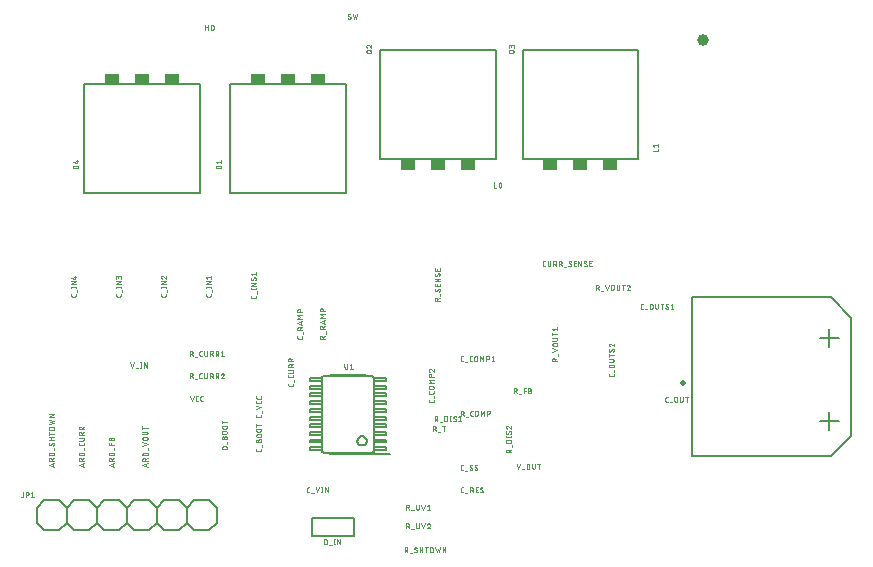
<source format=gbr>
G04 EAGLE Gerber RS-274X export*
G75*
%MOMM*%
%FSLAX34Y34*%
%LPD*%
%INSilkscreen Top*%
%IPPOS*%
%AMOC8*
5,1,8,0,0,1.08239X$1,22.5*%
G01*
%ADD10C,0.203200*%
%ADD11C,0.152400*%
%ADD12C,0.076200*%
%ADD13C,1.000000*%
%ADD14C,0.500000*%
%ADD15C,0.127000*%
%ADD16C,0.177800*%
%ADD17R,1.270000X0.952500*%
%ADD18R,1.270000X0.952600*%


D10*
X338836Y172720D02*
X308864Y172720D01*
X308864Y105664D02*
X359410Y105664D01*
D11*
X345948Y167640D02*
X345948Y170180D01*
X345948Y167640D02*
X345948Y163576D01*
X345948Y161290D01*
X345948Y157226D01*
X345948Y154686D01*
X345948Y150622D01*
X345948Y148336D01*
X345948Y144272D01*
X345948Y141732D01*
X345948Y137668D01*
X345948Y135128D01*
X345948Y131064D01*
X345948Y128778D01*
X345948Y124714D01*
X345948Y122174D01*
X345948Y118110D01*
X345948Y115824D01*
X345948Y111760D01*
X343916Y107188D02*
X303784Y107188D01*
X303784Y172212D02*
X343916Y172212D01*
X301752Y167640D02*
X301752Y163576D01*
X301752Y161290D01*
X301752Y157226D01*
X301752Y154686D01*
X301752Y150622D01*
X301752Y148336D01*
X301752Y144272D01*
X301752Y141732D01*
X301752Y137668D01*
X301752Y135128D01*
X301752Y131064D01*
X301752Y128778D01*
X301752Y124714D01*
X301752Y122174D01*
X301752Y118110D01*
X301752Y115824D01*
X301752Y111760D01*
X301752Y109220D01*
X355854Y109220D02*
X355854Y111760D01*
X355854Y109220D02*
X345948Y109220D01*
X345948Y111760D01*
X355854Y111760D01*
X355854Y115824D02*
X355854Y118110D01*
X355854Y115824D02*
X345948Y115824D01*
X345948Y118110D02*
X355854Y118110D01*
X355854Y122174D02*
X355854Y124714D01*
X355854Y122174D02*
X345948Y122174D01*
X345948Y124714D02*
X355854Y124714D01*
X355854Y128778D02*
X355854Y131064D01*
X355854Y128778D02*
X345948Y128778D01*
X345948Y131064D02*
X355854Y131064D01*
X355854Y135128D02*
X355854Y137668D01*
X355854Y135128D02*
X345948Y135128D01*
X345948Y137668D02*
X355854Y137668D01*
X355854Y141732D02*
X355854Y144272D01*
X355854Y141732D02*
X345948Y141732D01*
X345948Y144272D02*
X355854Y144272D01*
X355854Y148336D02*
X355854Y150622D01*
X355854Y148336D02*
X345948Y148336D01*
X345948Y150622D02*
X355854Y150622D01*
X355854Y154686D02*
X355854Y157226D01*
X355854Y154686D02*
X345948Y154686D01*
X345948Y157226D02*
X355854Y157226D01*
X355854Y161290D02*
X355854Y163576D01*
X355854Y161290D02*
X345948Y161290D01*
X345948Y163576D02*
X355854Y163576D01*
X355854Y167640D02*
X355854Y170180D01*
X355854Y167640D02*
X345948Y167640D01*
X345948Y170180D02*
X355854Y170180D01*
X291846Y111760D02*
X291846Y109220D01*
X291846Y111760D02*
X301752Y111760D01*
X301752Y109220D02*
X291846Y109220D01*
X291846Y115824D02*
X291846Y118110D01*
X301752Y118110D01*
X301752Y115824D02*
X291846Y115824D01*
X291846Y122174D02*
X291846Y124714D01*
X301752Y124714D01*
X301752Y122174D02*
X291846Y122174D01*
X291846Y128778D02*
X291846Y131064D01*
X301752Y131064D01*
X301752Y128778D02*
X291846Y128778D01*
X291846Y135128D02*
X291846Y137668D01*
X301752Y137668D01*
X301752Y135128D02*
X291846Y135128D01*
X291846Y141732D02*
X291846Y144272D01*
X301752Y144272D01*
X301752Y141732D02*
X291846Y141732D01*
X291846Y148336D02*
X291846Y150622D01*
X301752Y150622D01*
X301752Y148336D02*
X291846Y148336D01*
X291846Y154686D02*
X291846Y157226D01*
X301752Y157226D01*
X301752Y154686D02*
X291846Y154686D01*
X291846Y161290D02*
X291846Y163576D01*
X301752Y163576D01*
X301752Y161290D02*
X291846Y161290D01*
X291846Y167640D02*
X291846Y170180D01*
X301752Y170180D01*
X301752Y167640D01*
X291846Y167640D01*
X345948Y109220D02*
X345946Y109131D01*
X345940Y109043D01*
X345931Y108955D01*
X345917Y108867D01*
X345900Y108780D01*
X345879Y108694D01*
X345854Y108609D01*
X345825Y108525D01*
X345793Y108442D01*
X345758Y108361D01*
X345718Y108282D01*
X345676Y108204D01*
X345630Y108128D01*
X345581Y108054D01*
X345528Y107983D01*
X345473Y107914D01*
X345414Y107847D01*
X345353Y107783D01*
X345289Y107722D01*
X345222Y107663D01*
X345153Y107608D01*
X345082Y107555D01*
X345008Y107506D01*
X344932Y107460D01*
X344854Y107418D01*
X344775Y107378D01*
X344694Y107343D01*
X344611Y107311D01*
X344527Y107282D01*
X344442Y107257D01*
X344356Y107236D01*
X344269Y107219D01*
X344181Y107205D01*
X344093Y107196D01*
X344005Y107190D01*
X343916Y107188D01*
X301752Y170180D02*
X301754Y170269D01*
X301760Y170357D01*
X301769Y170445D01*
X301783Y170533D01*
X301800Y170620D01*
X301821Y170706D01*
X301846Y170791D01*
X301875Y170875D01*
X301907Y170958D01*
X301942Y171039D01*
X301982Y171118D01*
X302024Y171196D01*
X302070Y171272D01*
X302119Y171346D01*
X302172Y171417D01*
X302227Y171486D01*
X302286Y171553D01*
X302347Y171617D01*
X302411Y171678D01*
X302478Y171737D01*
X302547Y171792D01*
X302618Y171845D01*
X302692Y171894D01*
X302768Y171940D01*
X302846Y171982D01*
X302925Y172022D01*
X303006Y172057D01*
X303089Y172089D01*
X303173Y172118D01*
X303258Y172143D01*
X303344Y172164D01*
X303431Y172181D01*
X303519Y172195D01*
X303607Y172204D01*
X303695Y172210D01*
X303784Y172212D01*
X343916Y172212D02*
X344005Y172210D01*
X344093Y172204D01*
X344181Y172195D01*
X344269Y172181D01*
X344356Y172164D01*
X344442Y172143D01*
X344527Y172118D01*
X344611Y172089D01*
X344694Y172057D01*
X344775Y172022D01*
X344854Y171982D01*
X344932Y171940D01*
X345008Y171894D01*
X345082Y171845D01*
X345153Y171792D01*
X345222Y171737D01*
X345289Y171678D01*
X345353Y171617D01*
X345414Y171553D01*
X345473Y171486D01*
X345528Y171417D01*
X345581Y171346D01*
X345630Y171272D01*
X345676Y171196D01*
X345718Y171118D01*
X345758Y171039D01*
X345793Y170958D01*
X345825Y170875D01*
X345854Y170791D01*
X345879Y170706D01*
X345900Y170620D01*
X345917Y170533D01*
X345931Y170445D01*
X345940Y170357D01*
X345946Y170269D01*
X345948Y170180D01*
X301752Y109220D02*
X301754Y109131D01*
X301760Y109043D01*
X301769Y108955D01*
X301783Y108867D01*
X301800Y108780D01*
X301821Y108694D01*
X301846Y108609D01*
X301875Y108525D01*
X301907Y108442D01*
X301942Y108361D01*
X301982Y108282D01*
X302024Y108204D01*
X302070Y108128D01*
X302119Y108054D01*
X302172Y107983D01*
X302227Y107914D01*
X302286Y107847D01*
X302347Y107783D01*
X302411Y107722D01*
X302478Y107663D01*
X302547Y107608D01*
X302618Y107555D01*
X302692Y107506D01*
X302768Y107460D01*
X302846Y107418D01*
X302925Y107378D01*
X303006Y107343D01*
X303089Y107311D01*
X303173Y107282D01*
X303258Y107257D01*
X303344Y107236D01*
X303431Y107219D01*
X303519Y107205D01*
X303607Y107196D01*
X303695Y107190D01*
X303784Y107188D01*
X335788Y113284D02*
X335664Y113286D01*
X335541Y113292D01*
X335417Y113301D01*
X335295Y113315D01*
X335172Y113332D01*
X335050Y113354D01*
X334929Y113379D01*
X334809Y113408D01*
X334690Y113440D01*
X334571Y113477D01*
X334454Y113517D01*
X334339Y113560D01*
X334224Y113608D01*
X334112Y113659D01*
X334001Y113713D01*
X333891Y113771D01*
X333784Y113832D01*
X333678Y113897D01*
X333575Y113965D01*
X333474Y114036D01*
X333375Y114110D01*
X333278Y114187D01*
X333184Y114268D01*
X333093Y114351D01*
X333004Y114437D01*
X332918Y114526D01*
X332835Y114617D01*
X332754Y114711D01*
X332677Y114808D01*
X332603Y114907D01*
X332532Y115008D01*
X332464Y115111D01*
X332399Y115217D01*
X332338Y115324D01*
X332280Y115434D01*
X332226Y115545D01*
X332175Y115657D01*
X332127Y115772D01*
X332084Y115887D01*
X332044Y116004D01*
X332007Y116123D01*
X331975Y116242D01*
X331946Y116362D01*
X331921Y116483D01*
X331899Y116605D01*
X331882Y116728D01*
X331868Y116850D01*
X331859Y116974D01*
X331853Y117097D01*
X331851Y117221D01*
X331853Y117345D01*
X331859Y117468D01*
X331868Y117592D01*
X331882Y117714D01*
X331899Y117837D01*
X331921Y117959D01*
X331946Y118080D01*
X331975Y118200D01*
X332007Y118319D01*
X332044Y118438D01*
X332084Y118555D01*
X332127Y118670D01*
X332175Y118785D01*
X332226Y118897D01*
X332280Y119008D01*
X332338Y119118D01*
X332399Y119225D01*
X332464Y119331D01*
X332532Y119434D01*
X332603Y119535D01*
X332677Y119634D01*
X332754Y119731D01*
X332835Y119825D01*
X332918Y119916D01*
X333004Y120005D01*
X333093Y120091D01*
X333184Y120174D01*
X333278Y120255D01*
X333375Y120332D01*
X333474Y120406D01*
X333575Y120477D01*
X333678Y120545D01*
X333784Y120610D01*
X333891Y120671D01*
X334001Y120729D01*
X334112Y120783D01*
X334224Y120834D01*
X334339Y120882D01*
X334454Y120925D01*
X334571Y120965D01*
X334690Y121002D01*
X334809Y121034D01*
X334929Y121063D01*
X335050Y121088D01*
X335172Y121110D01*
X335295Y121127D01*
X335417Y121141D01*
X335541Y121150D01*
X335664Y121156D01*
X335788Y121158D01*
X335912Y121156D01*
X336035Y121150D01*
X336159Y121141D01*
X336281Y121127D01*
X336404Y121110D01*
X336526Y121088D01*
X336647Y121063D01*
X336767Y121034D01*
X336886Y121002D01*
X337005Y120965D01*
X337122Y120925D01*
X337237Y120882D01*
X337352Y120834D01*
X337464Y120783D01*
X337575Y120729D01*
X337685Y120671D01*
X337792Y120610D01*
X337898Y120545D01*
X338001Y120477D01*
X338102Y120406D01*
X338201Y120332D01*
X338298Y120255D01*
X338392Y120174D01*
X338483Y120091D01*
X338572Y120005D01*
X338658Y119916D01*
X338741Y119825D01*
X338822Y119731D01*
X338899Y119634D01*
X338973Y119535D01*
X339044Y119434D01*
X339112Y119331D01*
X339177Y119225D01*
X339238Y119118D01*
X339296Y119008D01*
X339350Y118897D01*
X339401Y118785D01*
X339449Y118670D01*
X339492Y118555D01*
X339532Y118438D01*
X339569Y118319D01*
X339601Y118200D01*
X339630Y118080D01*
X339655Y117959D01*
X339677Y117837D01*
X339694Y117714D01*
X339708Y117592D01*
X339717Y117468D01*
X339723Y117345D01*
X339725Y117221D01*
X339723Y117097D01*
X339717Y116974D01*
X339708Y116850D01*
X339694Y116728D01*
X339677Y116605D01*
X339655Y116483D01*
X339630Y116362D01*
X339601Y116242D01*
X339569Y116123D01*
X339532Y116004D01*
X339492Y115887D01*
X339449Y115772D01*
X339401Y115657D01*
X339350Y115545D01*
X339296Y115434D01*
X339238Y115324D01*
X339177Y115217D01*
X339112Y115111D01*
X339044Y115008D01*
X338973Y114907D01*
X338899Y114808D01*
X338822Y114711D01*
X338741Y114617D01*
X338658Y114526D01*
X338572Y114437D01*
X338483Y114351D01*
X338392Y114268D01*
X338298Y114187D01*
X338201Y114110D01*
X338102Y114036D01*
X338001Y113965D01*
X337898Y113897D01*
X337792Y113832D01*
X337685Y113771D01*
X337575Y113713D01*
X337464Y113659D01*
X337352Y113608D01*
X337237Y113560D01*
X337122Y113517D01*
X337005Y113477D01*
X336886Y113440D01*
X336767Y113408D01*
X336647Y113379D01*
X336526Y113354D01*
X336404Y113332D01*
X336281Y113315D01*
X336159Y113301D01*
X336035Y113292D01*
X335912Y113286D01*
X335788Y113284D01*
D12*
X320929Y179380D02*
X320929Y182499D01*
X320929Y179380D02*
X320931Y179312D01*
X320937Y179243D01*
X320947Y179176D01*
X320960Y179108D01*
X320978Y179042D01*
X320999Y178977D01*
X321024Y178913D01*
X321052Y178851D01*
X321084Y178790D01*
X321119Y178732D01*
X321158Y178675D01*
X321200Y178621D01*
X321245Y178569D01*
X321292Y178520D01*
X321343Y178474D01*
X321396Y178431D01*
X321451Y178390D01*
X321509Y178353D01*
X321568Y178320D01*
X321630Y178289D01*
X321693Y178263D01*
X321757Y178240D01*
X321823Y178220D01*
X321890Y178205D01*
X321957Y178193D01*
X322025Y178185D01*
X322094Y178181D01*
X322162Y178181D01*
X322231Y178185D01*
X322299Y178193D01*
X322366Y178205D01*
X322433Y178220D01*
X322499Y178240D01*
X322563Y178263D01*
X322626Y178289D01*
X322688Y178320D01*
X322747Y178353D01*
X322805Y178390D01*
X322860Y178431D01*
X322913Y178474D01*
X322964Y178520D01*
X323011Y178569D01*
X323056Y178621D01*
X323098Y178675D01*
X323137Y178732D01*
X323172Y178790D01*
X323204Y178851D01*
X323232Y178913D01*
X323257Y178977D01*
X323278Y179042D01*
X323296Y179108D01*
X323309Y179176D01*
X323319Y179243D01*
X323325Y179312D01*
X323327Y179380D01*
X323328Y179380D02*
X323328Y182499D01*
X325653Y181539D02*
X326853Y182499D01*
X326853Y178181D01*
X328052Y178181D02*
X325653Y178181D01*
X221394Y110031D02*
X217076Y110031D01*
X217076Y111230D01*
X217078Y111297D01*
X217084Y111364D01*
X217093Y111431D01*
X217106Y111497D01*
X217123Y111562D01*
X217143Y111626D01*
X217167Y111689D01*
X217195Y111750D01*
X217226Y111810D01*
X217260Y111868D01*
X217297Y111924D01*
X217338Y111978D01*
X217381Y112029D01*
X217427Y112078D01*
X217476Y112124D01*
X217527Y112167D01*
X217581Y112208D01*
X217637Y112245D01*
X217695Y112279D01*
X217755Y112310D01*
X217816Y112338D01*
X217879Y112362D01*
X217943Y112382D01*
X218008Y112399D01*
X218074Y112412D01*
X218141Y112421D01*
X218208Y112427D01*
X218275Y112429D01*
X218275Y112430D02*
X220195Y112430D01*
X220195Y112429D02*
X220262Y112427D01*
X220329Y112421D01*
X220396Y112412D01*
X220462Y112399D01*
X220527Y112382D01*
X220591Y112362D01*
X220654Y112338D01*
X220715Y112310D01*
X220775Y112279D01*
X220833Y112245D01*
X220889Y112208D01*
X220943Y112167D01*
X220994Y112124D01*
X221043Y112078D01*
X221089Y112029D01*
X221132Y111978D01*
X221173Y111924D01*
X221210Y111868D01*
X221244Y111810D01*
X221275Y111750D01*
X221303Y111689D01*
X221327Y111626D01*
X221347Y111562D01*
X221364Y111497D01*
X221377Y111431D01*
X221386Y111364D01*
X221392Y111297D01*
X221394Y111230D01*
X221394Y110031D01*
X221874Y114538D02*
X221874Y116457D01*
X218995Y118663D02*
X218995Y119862D01*
X218996Y119862D02*
X218998Y119930D01*
X219004Y119999D01*
X219014Y120066D01*
X219027Y120134D01*
X219045Y120200D01*
X219066Y120265D01*
X219091Y120329D01*
X219119Y120391D01*
X219151Y120452D01*
X219186Y120510D01*
X219225Y120567D01*
X219267Y120621D01*
X219312Y120673D01*
X219359Y120722D01*
X219410Y120768D01*
X219463Y120811D01*
X219518Y120852D01*
X219576Y120889D01*
X219635Y120922D01*
X219697Y120953D01*
X219760Y120979D01*
X219824Y121002D01*
X219890Y121022D01*
X219957Y121037D01*
X220024Y121049D01*
X220092Y121057D01*
X220161Y121061D01*
X220229Y121061D01*
X220298Y121057D01*
X220366Y121049D01*
X220433Y121037D01*
X220500Y121022D01*
X220566Y121002D01*
X220630Y120979D01*
X220693Y120953D01*
X220755Y120922D01*
X220814Y120889D01*
X220872Y120852D01*
X220927Y120811D01*
X220980Y120768D01*
X221031Y120722D01*
X221078Y120673D01*
X221123Y120621D01*
X221165Y120567D01*
X221204Y120510D01*
X221239Y120452D01*
X221271Y120391D01*
X221299Y120329D01*
X221324Y120265D01*
X221345Y120200D01*
X221363Y120134D01*
X221376Y120066D01*
X221386Y119999D01*
X221392Y119930D01*
X221394Y119862D01*
X221394Y118663D01*
X217076Y118663D01*
X217076Y119862D01*
X217078Y119922D01*
X217084Y119982D01*
X217093Y120042D01*
X217106Y120101D01*
X217123Y120159D01*
X217143Y120215D01*
X217167Y120271D01*
X217195Y120324D01*
X217225Y120376D01*
X217259Y120426D01*
X217296Y120474D01*
X217336Y120519D01*
X217379Y120562D01*
X217424Y120602D01*
X217472Y120639D01*
X217522Y120673D01*
X217574Y120703D01*
X217627Y120731D01*
X217683Y120755D01*
X217739Y120775D01*
X217797Y120792D01*
X217856Y120805D01*
X217916Y120814D01*
X217976Y120820D01*
X218036Y120822D01*
X218096Y120820D01*
X218156Y120814D01*
X218216Y120805D01*
X218275Y120792D01*
X218333Y120775D01*
X218389Y120755D01*
X218445Y120731D01*
X218498Y120703D01*
X218550Y120673D01*
X218600Y120639D01*
X218648Y120602D01*
X218693Y120562D01*
X218736Y120519D01*
X218776Y120474D01*
X218813Y120426D01*
X218847Y120376D01*
X218877Y120324D01*
X218905Y120271D01*
X218929Y120215D01*
X218949Y120159D01*
X218966Y120101D01*
X218979Y120042D01*
X218988Y119982D01*
X218994Y119922D01*
X218996Y119862D01*
X218275Y122985D02*
X220195Y122985D01*
X218275Y122985D02*
X218207Y122987D01*
X218138Y122993D01*
X218071Y123003D01*
X218003Y123016D01*
X217937Y123034D01*
X217872Y123055D01*
X217808Y123080D01*
X217746Y123108D01*
X217685Y123140D01*
X217627Y123175D01*
X217570Y123214D01*
X217516Y123256D01*
X217464Y123301D01*
X217415Y123348D01*
X217369Y123399D01*
X217326Y123452D01*
X217285Y123507D01*
X217248Y123565D01*
X217215Y123624D01*
X217184Y123686D01*
X217158Y123749D01*
X217135Y123813D01*
X217115Y123879D01*
X217100Y123946D01*
X217088Y124013D01*
X217080Y124081D01*
X217076Y124150D01*
X217076Y124218D01*
X217080Y124287D01*
X217088Y124355D01*
X217100Y124422D01*
X217115Y124489D01*
X217135Y124555D01*
X217158Y124619D01*
X217184Y124682D01*
X217215Y124744D01*
X217248Y124803D01*
X217285Y124861D01*
X217326Y124916D01*
X217369Y124969D01*
X217415Y125020D01*
X217464Y125067D01*
X217516Y125112D01*
X217570Y125154D01*
X217627Y125193D01*
X217685Y125228D01*
X217746Y125260D01*
X217808Y125288D01*
X217872Y125313D01*
X217937Y125334D01*
X218003Y125352D01*
X218071Y125365D01*
X218138Y125375D01*
X218207Y125381D01*
X218275Y125383D01*
X218275Y125384D02*
X220195Y125384D01*
X220195Y125383D02*
X220263Y125381D01*
X220332Y125375D01*
X220399Y125365D01*
X220467Y125352D01*
X220533Y125334D01*
X220598Y125313D01*
X220662Y125288D01*
X220724Y125260D01*
X220785Y125228D01*
X220843Y125193D01*
X220900Y125154D01*
X220954Y125112D01*
X221006Y125067D01*
X221055Y125020D01*
X221101Y124969D01*
X221144Y124916D01*
X221185Y124861D01*
X221222Y124803D01*
X221255Y124744D01*
X221286Y124682D01*
X221312Y124619D01*
X221335Y124555D01*
X221355Y124489D01*
X221370Y124422D01*
X221382Y124355D01*
X221390Y124287D01*
X221394Y124218D01*
X221394Y124150D01*
X221390Y124081D01*
X221382Y124013D01*
X221370Y123946D01*
X221355Y123879D01*
X221335Y123813D01*
X221312Y123749D01*
X221286Y123686D01*
X221255Y123624D01*
X221222Y123565D01*
X221185Y123507D01*
X221144Y123452D01*
X221101Y123399D01*
X221055Y123348D01*
X221006Y123301D01*
X220954Y123256D01*
X220900Y123214D01*
X220843Y123175D01*
X220785Y123140D01*
X220724Y123108D01*
X220662Y123080D01*
X220598Y123055D01*
X220533Y123034D01*
X220467Y123016D01*
X220399Y123003D01*
X220332Y122993D01*
X220263Y122987D01*
X220195Y122985D01*
X220195Y127557D02*
X218275Y127557D01*
X218207Y127559D01*
X218138Y127565D01*
X218071Y127575D01*
X218003Y127588D01*
X217937Y127606D01*
X217872Y127627D01*
X217808Y127652D01*
X217746Y127680D01*
X217685Y127712D01*
X217627Y127747D01*
X217570Y127786D01*
X217516Y127828D01*
X217464Y127873D01*
X217415Y127920D01*
X217369Y127971D01*
X217326Y128024D01*
X217285Y128079D01*
X217248Y128137D01*
X217215Y128196D01*
X217184Y128258D01*
X217158Y128321D01*
X217135Y128385D01*
X217115Y128451D01*
X217100Y128518D01*
X217088Y128585D01*
X217080Y128653D01*
X217076Y128722D01*
X217076Y128790D01*
X217080Y128859D01*
X217088Y128927D01*
X217100Y128994D01*
X217115Y129061D01*
X217135Y129127D01*
X217158Y129191D01*
X217184Y129254D01*
X217215Y129316D01*
X217248Y129375D01*
X217285Y129433D01*
X217326Y129488D01*
X217369Y129541D01*
X217415Y129592D01*
X217464Y129639D01*
X217516Y129684D01*
X217570Y129726D01*
X217627Y129765D01*
X217685Y129800D01*
X217746Y129832D01*
X217808Y129860D01*
X217872Y129885D01*
X217937Y129906D01*
X218003Y129924D01*
X218071Y129937D01*
X218138Y129947D01*
X218207Y129953D01*
X218275Y129955D01*
X218275Y129956D02*
X220195Y129956D01*
X220195Y129955D02*
X220263Y129953D01*
X220332Y129947D01*
X220399Y129937D01*
X220467Y129924D01*
X220533Y129906D01*
X220598Y129885D01*
X220662Y129860D01*
X220724Y129832D01*
X220785Y129800D01*
X220843Y129765D01*
X220900Y129726D01*
X220954Y129684D01*
X221006Y129639D01*
X221055Y129592D01*
X221101Y129541D01*
X221144Y129488D01*
X221185Y129433D01*
X221222Y129375D01*
X221255Y129316D01*
X221286Y129254D01*
X221312Y129191D01*
X221335Y129127D01*
X221355Y129061D01*
X221370Y128994D01*
X221382Y128927D01*
X221390Y128859D01*
X221394Y128790D01*
X221394Y128722D01*
X221390Y128653D01*
X221382Y128585D01*
X221370Y128518D01*
X221355Y128451D01*
X221335Y128385D01*
X221312Y128321D01*
X221286Y128258D01*
X221255Y128196D01*
X221222Y128137D01*
X221185Y128079D01*
X221144Y128024D01*
X221101Y127971D01*
X221055Y127920D01*
X221006Y127873D01*
X220954Y127828D01*
X220900Y127786D01*
X220843Y127747D01*
X220785Y127712D01*
X220724Y127680D01*
X220662Y127652D01*
X220598Y127627D01*
X220533Y127606D01*
X220467Y127588D01*
X220399Y127575D01*
X220332Y127565D01*
X220263Y127559D01*
X220195Y127557D01*
X221394Y133024D02*
X217076Y133024D01*
X217076Y134223D02*
X217076Y131824D01*
X250444Y137866D02*
X250444Y138825D01*
X250444Y137866D02*
X250442Y137806D01*
X250436Y137746D01*
X250427Y137686D01*
X250414Y137627D01*
X250397Y137569D01*
X250377Y137513D01*
X250353Y137457D01*
X250325Y137404D01*
X250295Y137352D01*
X250261Y137302D01*
X250224Y137254D01*
X250184Y137209D01*
X250141Y137166D01*
X250096Y137126D01*
X250048Y137089D01*
X249998Y137055D01*
X249947Y137025D01*
X249893Y136997D01*
X249837Y136973D01*
X249781Y136953D01*
X249723Y136936D01*
X249664Y136923D01*
X249604Y136914D01*
X249544Y136908D01*
X249484Y136906D01*
X247086Y136906D01*
X247026Y136908D01*
X246966Y136914D01*
X246906Y136923D01*
X246847Y136936D01*
X246789Y136953D01*
X246733Y136973D01*
X246677Y136997D01*
X246624Y137025D01*
X246572Y137055D01*
X246522Y137089D01*
X246474Y137126D01*
X246429Y137166D01*
X246386Y137209D01*
X246346Y137254D01*
X246309Y137302D01*
X246275Y137352D01*
X246245Y137403D01*
X246217Y137457D01*
X246193Y137513D01*
X246173Y137569D01*
X246156Y137627D01*
X246143Y137686D01*
X246134Y137746D01*
X246128Y137806D01*
X246126Y137866D01*
X246126Y138825D01*
X250924Y140518D02*
X250924Y142437D01*
X250444Y145592D02*
X246126Y144153D01*
X246126Y147031D02*
X250444Y145592D01*
X250444Y149905D02*
X250444Y150865D01*
X250444Y149905D02*
X250442Y149845D01*
X250436Y149785D01*
X250427Y149725D01*
X250414Y149666D01*
X250397Y149608D01*
X250377Y149552D01*
X250353Y149496D01*
X250325Y149443D01*
X250295Y149391D01*
X250261Y149341D01*
X250224Y149293D01*
X250184Y149248D01*
X250141Y149205D01*
X250096Y149165D01*
X250048Y149128D01*
X249998Y149094D01*
X249947Y149064D01*
X249893Y149036D01*
X249837Y149012D01*
X249781Y148992D01*
X249723Y148975D01*
X249664Y148962D01*
X249604Y148953D01*
X249544Y148947D01*
X249484Y148945D01*
X247086Y148945D01*
X247026Y148947D01*
X246966Y148953D01*
X246906Y148962D01*
X246847Y148975D01*
X246789Y148992D01*
X246733Y149012D01*
X246677Y149036D01*
X246624Y149064D01*
X246572Y149094D01*
X246522Y149128D01*
X246474Y149165D01*
X246429Y149205D01*
X246386Y149248D01*
X246346Y149293D01*
X246309Y149341D01*
X246275Y149391D01*
X246245Y149442D01*
X246217Y149496D01*
X246193Y149552D01*
X246173Y149608D01*
X246156Y149666D01*
X246143Y149725D01*
X246134Y149785D01*
X246128Y149845D01*
X246126Y149905D01*
X246126Y150865D01*
X250444Y153715D02*
X250444Y154674D01*
X250444Y153715D02*
X250442Y153655D01*
X250436Y153595D01*
X250427Y153535D01*
X250414Y153476D01*
X250397Y153418D01*
X250377Y153362D01*
X250353Y153306D01*
X250325Y153253D01*
X250295Y153201D01*
X250261Y153151D01*
X250224Y153103D01*
X250184Y153058D01*
X250141Y153015D01*
X250096Y152975D01*
X250048Y152938D01*
X249998Y152904D01*
X249947Y152874D01*
X249893Y152846D01*
X249837Y152822D01*
X249781Y152802D01*
X249723Y152785D01*
X249664Y152772D01*
X249604Y152763D01*
X249544Y152757D01*
X249484Y152755D01*
X247086Y152755D01*
X247026Y152757D01*
X246966Y152763D01*
X246906Y152772D01*
X246847Y152785D01*
X246789Y152802D01*
X246733Y152822D01*
X246677Y152846D01*
X246624Y152874D01*
X246572Y152904D01*
X246522Y152938D01*
X246474Y152975D01*
X246429Y153015D01*
X246386Y153058D01*
X246346Y153103D01*
X246309Y153151D01*
X246275Y153201D01*
X246245Y153252D01*
X246217Y153306D01*
X246193Y153362D01*
X246173Y153418D01*
X246156Y153476D01*
X246143Y153535D01*
X246134Y153595D01*
X246128Y153655D01*
X246126Y153715D01*
X246126Y154674D01*
X250444Y110250D02*
X250444Y109291D01*
X250442Y109231D01*
X250436Y109171D01*
X250427Y109111D01*
X250414Y109052D01*
X250397Y108994D01*
X250377Y108938D01*
X250353Y108882D01*
X250325Y108829D01*
X250295Y108777D01*
X250261Y108727D01*
X250224Y108679D01*
X250184Y108634D01*
X250141Y108591D01*
X250096Y108551D01*
X250048Y108514D01*
X249998Y108480D01*
X249947Y108450D01*
X249893Y108422D01*
X249837Y108398D01*
X249781Y108378D01*
X249723Y108361D01*
X249664Y108348D01*
X249604Y108339D01*
X249544Y108333D01*
X249484Y108331D01*
X247086Y108331D01*
X247026Y108333D01*
X246966Y108339D01*
X246906Y108348D01*
X246847Y108361D01*
X246789Y108378D01*
X246733Y108398D01*
X246677Y108422D01*
X246624Y108450D01*
X246572Y108480D01*
X246522Y108514D01*
X246474Y108551D01*
X246429Y108591D01*
X246386Y108634D01*
X246346Y108679D01*
X246309Y108727D01*
X246275Y108777D01*
X246245Y108828D01*
X246217Y108882D01*
X246193Y108938D01*
X246173Y108994D01*
X246156Y109052D01*
X246143Y109111D01*
X246134Y109171D01*
X246128Y109231D01*
X246126Y109291D01*
X246126Y110250D01*
X250924Y111943D02*
X250924Y113862D01*
X248045Y116067D02*
X248045Y117267D01*
X248046Y117267D02*
X248048Y117335D01*
X248054Y117404D01*
X248064Y117471D01*
X248077Y117539D01*
X248095Y117605D01*
X248116Y117670D01*
X248141Y117734D01*
X248169Y117796D01*
X248201Y117857D01*
X248236Y117915D01*
X248275Y117972D01*
X248317Y118026D01*
X248362Y118078D01*
X248409Y118127D01*
X248460Y118173D01*
X248513Y118216D01*
X248568Y118257D01*
X248626Y118294D01*
X248685Y118327D01*
X248747Y118358D01*
X248810Y118384D01*
X248874Y118407D01*
X248940Y118427D01*
X249007Y118442D01*
X249074Y118454D01*
X249142Y118462D01*
X249211Y118466D01*
X249279Y118466D01*
X249348Y118462D01*
X249416Y118454D01*
X249483Y118442D01*
X249550Y118427D01*
X249616Y118407D01*
X249680Y118384D01*
X249743Y118358D01*
X249805Y118327D01*
X249864Y118294D01*
X249922Y118257D01*
X249977Y118216D01*
X250030Y118173D01*
X250081Y118127D01*
X250128Y118078D01*
X250173Y118026D01*
X250215Y117972D01*
X250254Y117915D01*
X250289Y117857D01*
X250321Y117796D01*
X250349Y117734D01*
X250374Y117670D01*
X250395Y117605D01*
X250413Y117539D01*
X250426Y117471D01*
X250436Y117404D01*
X250442Y117335D01*
X250444Y117267D01*
X250444Y116067D01*
X246126Y116067D01*
X246126Y117267D01*
X246128Y117327D01*
X246134Y117387D01*
X246143Y117447D01*
X246156Y117506D01*
X246173Y117564D01*
X246193Y117620D01*
X246217Y117676D01*
X246245Y117729D01*
X246275Y117781D01*
X246309Y117831D01*
X246346Y117879D01*
X246386Y117924D01*
X246429Y117967D01*
X246474Y118007D01*
X246522Y118044D01*
X246572Y118078D01*
X246624Y118108D01*
X246677Y118136D01*
X246733Y118160D01*
X246789Y118180D01*
X246847Y118197D01*
X246906Y118210D01*
X246966Y118219D01*
X247026Y118225D01*
X247086Y118227D01*
X247146Y118225D01*
X247206Y118219D01*
X247266Y118210D01*
X247325Y118197D01*
X247383Y118180D01*
X247439Y118160D01*
X247495Y118136D01*
X247548Y118108D01*
X247600Y118078D01*
X247650Y118044D01*
X247698Y118007D01*
X247743Y117967D01*
X247786Y117924D01*
X247826Y117879D01*
X247863Y117831D01*
X247897Y117781D01*
X247927Y117729D01*
X247955Y117676D01*
X247979Y117620D01*
X247999Y117564D01*
X248016Y117506D01*
X248029Y117447D01*
X248038Y117387D01*
X248044Y117327D01*
X248046Y117267D01*
X247325Y120390D02*
X249245Y120390D01*
X247325Y120390D02*
X247257Y120392D01*
X247188Y120398D01*
X247121Y120408D01*
X247053Y120421D01*
X246987Y120439D01*
X246922Y120460D01*
X246858Y120485D01*
X246796Y120513D01*
X246735Y120545D01*
X246677Y120580D01*
X246620Y120619D01*
X246566Y120661D01*
X246514Y120706D01*
X246465Y120753D01*
X246419Y120804D01*
X246376Y120857D01*
X246335Y120912D01*
X246298Y120970D01*
X246265Y121029D01*
X246234Y121091D01*
X246208Y121154D01*
X246185Y121218D01*
X246165Y121284D01*
X246150Y121351D01*
X246138Y121418D01*
X246130Y121486D01*
X246126Y121555D01*
X246126Y121623D01*
X246130Y121692D01*
X246138Y121760D01*
X246150Y121827D01*
X246165Y121894D01*
X246185Y121960D01*
X246208Y122024D01*
X246234Y122087D01*
X246265Y122149D01*
X246298Y122208D01*
X246335Y122266D01*
X246376Y122321D01*
X246419Y122374D01*
X246465Y122425D01*
X246514Y122472D01*
X246566Y122517D01*
X246620Y122559D01*
X246677Y122598D01*
X246735Y122633D01*
X246796Y122665D01*
X246858Y122693D01*
X246922Y122718D01*
X246987Y122739D01*
X247053Y122757D01*
X247121Y122770D01*
X247188Y122780D01*
X247257Y122786D01*
X247325Y122788D01*
X249245Y122788D01*
X249313Y122786D01*
X249382Y122780D01*
X249449Y122770D01*
X249517Y122757D01*
X249583Y122739D01*
X249648Y122718D01*
X249712Y122693D01*
X249774Y122665D01*
X249835Y122633D01*
X249893Y122598D01*
X249950Y122559D01*
X250004Y122517D01*
X250056Y122472D01*
X250105Y122425D01*
X250151Y122374D01*
X250194Y122321D01*
X250235Y122266D01*
X250272Y122208D01*
X250305Y122149D01*
X250336Y122087D01*
X250362Y122024D01*
X250385Y121960D01*
X250405Y121894D01*
X250420Y121827D01*
X250432Y121760D01*
X250440Y121692D01*
X250444Y121623D01*
X250444Y121555D01*
X250440Y121486D01*
X250432Y121418D01*
X250420Y121351D01*
X250405Y121284D01*
X250385Y121218D01*
X250362Y121154D01*
X250336Y121091D01*
X250305Y121029D01*
X250272Y120970D01*
X250235Y120912D01*
X250194Y120857D01*
X250151Y120804D01*
X250105Y120753D01*
X250056Y120706D01*
X250004Y120661D01*
X249950Y120619D01*
X249893Y120580D01*
X249835Y120545D01*
X249774Y120513D01*
X249712Y120485D01*
X249648Y120460D01*
X249583Y120439D01*
X249517Y120421D01*
X249449Y120408D01*
X249382Y120398D01*
X249313Y120392D01*
X249245Y120390D01*
X249245Y124962D02*
X247325Y124962D01*
X247257Y124964D01*
X247188Y124970D01*
X247121Y124980D01*
X247053Y124993D01*
X246987Y125011D01*
X246922Y125032D01*
X246858Y125057D01*
X246796Y125085D01*
X246735Y125117D01*
X246677Y125152D01*
X246620Y125191D01*
X246566Y125233D01*
X246514Y125278D01*
X246465Y125325D01*
X246419Y125376D01*
X246376Y125429D01*
X246335Y125484D01*
X246298Y125542D01*
X246265Y125601D01*
X246234Y125663D01*
X246208Y125726D01*
X246185Y125790D01*
X246165Y125856D01*
X246150Y125923D01*
X246138Y125990D01*
X246130Y126058D01*
X246126Y126127D01*
X246126Y126195D01*
X246130Y126264D01*
X246138Y126332D01*
X246150Y126399D01*
X246165Y126466D01*
X246185Y126532D01*
X246208Y126596D01*
X246234Y126659D01*
X246265Y126721D01*
X246298Y126780D01*
X246335Y126838D01*
X246376Y126893D01*
X246419Y126946D01*
X246465Y126997D01*
X246514Y127044D01*
X246566Y127089D01*
X246620Y127131D01*
X246677Y127170D01*
X246735Y127205D01*
X246796Y127237D01*
X246858Y127265D01*
X246922Y127290D01*
X246987Y127311D01*
X247053Y127329D01*
X247121Y127342D01*
X247188Y127352D01*
X247257Y127358D01*
X247325Y127360D01*
X249245Y127360D01*
X249313Y127358D01*
X249382Y127352D01*
X249449Y127342D01*
X249517Y127329D01*
X249583Y127311D01*
X249648Y127290D01*
X249712Y127265D01*
X249774Y127237D01*
X249835Y127205D01*
X249893Y127170D01*
X249950Y127131D01*
X250004Y127089D01*
X250056Y127044D01*
X250105Y126997D01*
X250151Y126946D01*
X250194Y126893D01*
X250235Y126838D01*
X250272Y126780D01*
X250305Y126721D01*
X250336Y126659D01*
X250362Y126596D01*
X250385Y126532D01*
X250405Y126466D01*
X250420Y126399D01*
X250432Y126332D01*
X250440Y126264D01*
X250444Y126195D01*
X250444Y126127D01*
X250440Y126058D01*
X250432Y125990D01*
X250420Y125923D01*
X250405Y125856D01*
X250385Y125790D01*
X250362Y125726D01*
X250336Y125663D01*
X250305Y125601D01*
X250272Y125542D01*
X250235Y125484D01*
X250194Y125429D01*
X250151Y125376D01*
X250105Y125325D01*
X250056Y125278D01*
X250004Y125233D01*
X249950Y125191D01*
X249893Y125152D01*
X249835Y125117D01*
X249774Y125085D01*
X249712Y125057D01*
X249648Y125032D01*
X249583Y125011D01*
X249517Y124993D01*
X249449Y124980D01*
X249382Y124970D01*
X249313Y124964D01*
X249245Y124962D01*
X250444Y130428D02*
X246126Y130428D01*
X246126Y129229D02*
X246126Y131628D01*
X397256Y235499D02*
X401574Y235499D01*
X397256Y235499D02*
X397256Y236698D01*
X397258Y236766D01*
X397264Y236835D01*
X397274Y236902D01*
X397287Y236970D01*
X397305Y237036D01*
X397326Y237101D01*
X397351Y237165D01*
X397379Y237227D01*
X397411Y237288D01*
X397446Y237346D01*
X397485Y237403D01*
X397527Y237457D01*
X397572Y237509D01*
X397619Y237558D01*
X397670Y237604D01*
X397723Y237647D01*
X397778Y237688D01*
X397836Y237725D01*
X397895Y237758D01*
X397957Y237789D01*
X398020Y237815D01*
X398084Y237838D01*
X398150Y237858D01*
X398217Y237873D01*
X398284Y237885D01*
X398352Y237893D01*
X398421Y237897D01*
X398489Y237897D01*
X398558Y237893D01*
X398626Y237885D01*
X398693Y237873D01*
X398760Y237858D01*
X398826Y237838D01*
X398890Y237815D01*
X398953Y237789D01*
X399015Y237758D01*
X399074Y237725D01*
X399132Y237688D01*
X399187Y237647D01*
X399240Y237604D01*
X399291Y237558D01*
X399338Y237509D01*
X399383Y237457D01*
X399425Y237403D01*
X399464Y237346D01*
X399499Y237288D01*
X399531Y237227D01*
X399559Y237165D01*
X399584Y237101D01*
X399605Y237036D01*
X399623Y236970D01*
X399636Y236902D01*
X399646Y236835D01*
X399652Y236766D01*
X399654Y236698D01*
X399655Y236698D02*
X399655Y235499D01*
X399655Y236938D02*
X401574Y237898D01*
X402054Y239811D02*
X402054Y241730D01*
X401574Y244973D02*
X401572Y245033D01*
X401566Y245093D01*
X401557Y245153D01*
X401544Y245212D01*
X401527Y245270D01*
X401507Y245326D01*
X401483Y245382D01*
X401455Y245435D01*
X401425Y245487D01*
X401391Y245537D01*
X401354Y245585D01*
X401314Y245630D01*
X401271Y245673D01*
X401226Y245713D01*
X401178Y245750D01*
X401128Y245784D01*
X401076Y245814D01*
X401023Y245842D01*
X400967Y245866D01*
X400911Y245886D01*
X400853Y245903D01*
X400794Y245916D01*
X400734Y245925D01*
X400674Y245931D01*
X400614Y245933D01*
X401574Y244973D02*
X401572Y244884D01*
X401566Y244795D01*
X401556Y244707D01*
X401543Y244619D01*
X401525Y244532D01*
X401504Y244446D01*
X401479Y244360D01*
X401450Y244276D01*
X401418Y244193D01*
X401382Y244112D01*
X401343Y244032D01*
X401300Y243955D01*
X401253Y243879D01*
X401204Y243805D01*
X401151Y243733D01*
X401095Y243664D01*
X401036Y243598D01*
X400974Y243534D01*
X398216Y243653D02*
X398156Y243655D01*
X398096Y243661D01*
X398036Y243670D01*
X397977Y243683D01*
X397919Y243700D01*
X397863Y243720D01*
X397807Y243744D01*
X397754Y243772D01*
X397702Y243802D01*
X397652Y243836D01*
X397604Y243873D01*
X397559Y243913D01*
X397516Y243956D01*
X397476Y244001D01*
X397439Y244049D01*
X397405Y244099D01*
X397375Y244151D01*
X397347Y244204D01*
X397323Y244260D01*
X397303Y244316D01*
X397286Y244374D01*
X397273Y244433D01*
X397264Y244493D01*
X397258Y244553D01*
X397256Y244613D01*
X397258Y244696D01*
X397264Y244778D01*
X397273Y244860D01*
X397286Y244942D01*
X397303Y245023D01*
X397324Y245103D01*
X397348Y245182D01*
X397376Y245260D01*
X397408Y245336D01*
X397443Y245411D01*
X397481Y245484D01*
X397523Y245556D01*
X397568Y245625D01*
X397616Y245692D01*
X399056Y244133D02*
X399024Y244083D01*
X398989Y244034D01*
X398952Y243988D01*
X398911Y243945D01*
X398868Y243903D01*
X398823Y243865D01*
X398775Y243829D01*
X398725Y243797D01*
X398674Y243767D01*
X398620Y243741D01*
X398565Y243718D01*
X398509Y243698D01*
X398452Y243682D01*
X398394Y243669D01*
X398335Y243660D01*
X398276Y243655D01*
X398216Y243653D01*
X399774Y245453D02*
X399806Y245503D01*
X399841Y245552D01*
X399878Y245598D01*
X399919Y245641D01*
X399962Y245683D01*
X400007Y245721D01*
X400055Y245757D01*
X400105Y245789D01*
X400156Y245819D01*
X400210Y245845D01*
X400265Y245868D01*
X400321Y245888D01*
X400378Y245904D01*
X400436Y245917D01*
X400495Y245926D01*
X400554Y245931D01*
X400614Y245933D01*
X399775Y245453D02*
X399055Y244133D01*
X401574Y248119D02*
X401574Y250038D01*
X401574Y248119D02*
X397256Y248119D01*
X397256Y250038D01*
X399175Y249558D02*
X399175Y248119D01*
X397256Y252068D02*
X401574Y252068D01*
X401574Y254467D02*
X397256Y252068D01*
X397256Y254467D02*
X401574Y254467D01*
X401574Y258079D02*
X401572Y258139D01*
X401566Y258199D01*
X401557Y258259D01*
X401544Y258318D01*
X401527Y258376D01*
X401507Y258432D01*
X401483Y258488D01*
X401455Y258541D01*
X401425Y258593D01*
X401391Y258643D01*
X401354Y258691D01*
X401314Y258736D01*
X401271Y258779D01*
X401226Y258819D01*
X401178Y258856D01*
X401128Y258890D01*
X401076Y258920D01*
X401023Y258948D01*
X400967Y258972D01*
X400911Y258992D01*
X400853Y259009D01*
X400794Y259022D01*
X400734Y259031D01*
X400674Y259037D01*
X400614Y259039D01*
X401574Y258079D02*
X401572Y257990D01*
X401566Y257901D01*
X401556Y257813D01*
X401543Y257725D01*
X401525Y257638D01*
X401504Y257552D01*
X401479Y257466D01*
X401450Y257382D01*
X401418Y257299D01*
X401382Y257218D01*
X401343Y257138D01*
X401300Y257061D01*
X401253Y256985D01*
X401204Y256911D01*
X401151Y256839D01*
X401095Y256770D01*
X401036Y256704D01*
X400974Y256640D01*
X398216Y256759D02*
X398156Y256761D01*
X398096Y256767D01*
X398036Y256776D01*
X397977Y256789D01*
X397919Y256806D01*
X397863Y256826D01*
X397807Y256850D01*
X397754Y256878D01*
X397702Y256908D01*
X397652Y256942D01*
X397604Y256979D01*
X397559Y257019D01*
X397516Y257062D01*
X397476Y257107D01*
X397439Y257155D01*
X397405Y257205D01*
X397375Y257257D01*
X397347Y257310D01*
X397323Y257366D01*
X397303Y257422D01*
X397286Y257480D01*
X397273Y257539D01*
X397264Y257599D01*
X397258Y257659D01*
X397256Y257719D01*
X397258Y257802D01*
X397264Y257884D01*
X397273Y257966D01*
X397286Y258048D01*
X397303Y258129D01*
X397324Y258209D01*
X397348Y258288D01*
X397376Y258366D01*
X397408Y258442D01*
X397443Y258517D01*
X397481Y258590D01*
X397523Y258662D01*
X397568Y258731D01*
X397616Y258798D01*
X399056Y257239D02*
X399024Y257189D01*
X398989Y257140D01*
X398952Y257094D01*
X398911Y257051D01*
X398868Y257009D01*
X398823Y256971D01*
X398775Y256935D01*
X398725Y256903D01*
X398674Y256873D01*
X398620Y256847D01*
X398565Y256824D01*
X398509Y256804D01*
X398452Y256788D01*
X398394Y256775D01*
X398335Y256766D01*
X398276Y256761D01*
X398216Y256759D01*
X399774Y258559D02*
X399806Y258609D01*
X399841Y258658D01*
X399878Y258704D01*
X399919Y258747D01*
X399962Y258789D01*
X400007Y258827D01*
X400055Y258863D01*
X400105Y258895D01*
X400156Y258925D01*
X400210Y258951D01*
X400265Y258974D01*
X400321Y258994D01*
X400378Y259010D01*
X400436Y259023D01*
X400495Y259032D01*
X400554Y259037D01*
X400614Y259039D01*
X399775Y258559D02*
X399055Y257240D01*
X401574Y261225D02*
X401574Y263144D01*
X401574Y261225D02*
X397256Y261225D01*
X397256Y263144D01*
X399175Y262664D02*
X399175Y261225D01*
X304419Y203581D02*
X300101Y203581D01*
X300101Y204780D01*
X300103Y204848D01*
X300109Y204917D01*
X300119Y204984D01*
X300132Y205052D01*
X300150Y205118D01*
X300171Y205183D01*
X300196Y205247D01*
X300224Y205309D01*
X300256Y205370D01*
X300291Y205428D01*
X300330Y205485D01*
X300372Y205539D01*
X300417Y205591D01*
X300464Y205640D01*
X300515Y205686D01*
X300568Y205729D01*
X300623Y205770D01*
X300681Y205807D01*
X300740Y205840D01*
X300802Y205871D01*
X300865Y205897D01*
X300929Y205920D01*
X300995Y205940D01*
X301062Y205955D01*
X301129Y205967D01*
X301197Y205975D01*
X301266Y205979D01*
X301334Y205979D01*
X301403Y205975D01*
X301471Y205967D01*
X301538Y205955D01*
X301605Y205940D01*
X301671Y205920D01*
X301735Y205897D01*
X301798Y205871D01*
X301860Y205840D01*
X301919Y205807D01*
X301977Y205770D01*
X302032Y205729D01*
X302085Y205686D01*
X302136Y205640D01*
X302183Y205591D01*
X302228Y205539D01*
X302270Y205485D01*
X302309Y205428D01*
X302344Y205370D01*
X302376Y205309D01*
X302404Y205247D01*
X302429Y205183D01*
X302450Y205118D01*
X302468Y205052D01*
X302481Y204984D01*
X302491Y204917D01*
X302497Y204848D01*
X302499Y204780D01*
X302500Y204780D02*
X302500Y203581D01*
X302500Y205020D02*
X304419Y205980D01*
X304899Y207893D02*
X304899Y209812D01*
X304419Y211963D02*
X300101Y211963D01*
X300101Y213162D01*
X300103Y213230D01*
X300109Y213299D01*
X300119Y213366D01*
X300132Y213434D01*
X300150Y213500D01*
X300171Y213565D01*
X300196Y213629D01*
X300224Y213691D01*
X300256Y213752D01*
X300291Y213810D01*
X300330Y213867D01*
X300372Y213921D01*
X300417Y213973D01*
X300464Y214022D01*
X300515Y214068D01*
X300568Y214111D01*
X300623Y214152D01*
X300681Y214189D01*
X300740Y214222D01*
X300802Y214253D01*
X300865Y214279D01*
X300929Y214302D01*
X300995Y214322D01*
X301062Y214337D01*
X301129Y214349D01*
X301197Y214357D01*
X301266Y214361D01*
X301334Y214361D01*
X301403Y214357D01*
X301471Y214349D01*
X301538Y214337D01*
X301605Y214322D01*
X301671Y214302D01*
X301735Y214279D01*
X301798Y214253D01*
X301860Y214222D01*
X301919Y214189D01*
X301977Y214152D01*
X302032Y214111D01*
X302085Y214068D01*
X302136Y214022D01*
X302183Y213973D01*
X302228Y213921D01*
X302270Y213867D01*
X302309Y213810D01*
X302344Y213752D01*
X302376Y213691D01*
X302404Y213629D01*
X302429Y213565D01*
X302450Y213500D01*
X302468Y213434D01*
X302481Y213366D01*
X302491Y213299D01*
X302497Y213230D01*
X302499Y213162D01*
X302500Y213162D02*
X302500Y211963D01*
X302500Y213402D02*
X304419Y214362D01*
X304419Y216253D02*
X300101Y217692D01*
X304419Y219131D01*
X303340Y218771D02*
X303340Y216612D01*
X304419Y221282D02*
X300101Y221282D01*
X302500Y222721D01*
X300101Y224160D01*
X304419Y224160D01*
X304419Y226801D02*
X300101Y226801D01*
X300101Y228000D01*
X300103Y228068D01*
X300109Y228137D01*
X300119Y228204D01*
X300132Y228272D01*
X300150Y228338D01*
X300171Y228403D01*
X300196Y228467D01*
X300224Y228529D01*
X300256Y228590D01*
X300291Y228648D01*
X300330Y228705D01*
X300372Y228759D01*
X300417Y228811D01*
X300464Y228860D01*
X300515Y228906D01*
X300568Y228949D01*
X300623Y228990D01*
X300681Y229027D01*
X300740Y229060D01*
X300802Y229091D01*
X300865Y229117D01*
X300929Y229140D01*
X300995Y229160D01*
X301062Y229175D01*
X301129Y229187D01*
X301197Y229195D01*
X301266Y229199D01*
X301334Y229199D01*
X301403Y229195D01*
X301471Y229187D01*
X301538Y229175D01*
X301605Y229160D01*
X301671Y229140D01*
X301735Y229117D01*
X301798Y229091D01*
X301860Y229060D01*
X301919Y229027D01*
X301977Y228990D01*
X302032Y228949D01*
X302085Y228906D01*
X302136Y228860D01*
X302183Y228811D01*
X302228Y228759D01*
X302270Y228705D01*
X302309Y228648D01*
X302344Y228590D01*
X302376Y228529D01*
X302404Y228467D01*
X302429Y228403D01*
X302450Y228338D01*
X302468Y228272D01*
X302481Y228204D01*
X302491Y228137D01*
X302497Y228068D01*
X302499Y228000D01*
X302500Y228000D02*
X302500Y226801D01*
X285369Y205500D02*
X285369Y204541D01*
X285367Y204481D01*
X285361Y204421D01*
X285352Y204361D01*
X285339Y204302D01*
X285322Y204244D01*
X285302Y204188D01*
X285278Y204132D01*
X285250Y204079D01*
X285220Y204027D01*
X285186Y203977D01*
X285149Y203929D01*
X285109Y203884D01*
X285066Y203841D01*
X285021Y203801D01*
X284973Y203764D01*
X284923Y203730D01*
X284872Y203700D01*
X284818Y203672D01*
X284762Y203648D01*
X284706Y203628D01*
X284648Y203611D01*
X284589Y203598D01*
X284529Y203589D01*
X284469Y203583D01*
X284409Y203581D01*
X282011Y203581D01*
X281951Y203583D01*
X281891Y203589D01*
X281831Y203598D01*
X281772Y203611D01*
X281714Y203628D01*
X281658Y203648D01*
X281602Y203672D01*
X281549Y203700D01*
X281497Y203730D01*
X281447Y203764D01*
X281399Y203801D01*
X281354Y203841D01*
X281311Y203884D01*
X281271Y203929D01*
X281234Y203977D01*
X281200Y204027D01*
X281170Y204078D01*
X281142Y204132D01*
X281118Y204188D01*
X281098Y204244D01*
X281081Y204302D01*
X281068Y204361D01*
X281059Y204421D01*
X281053Y204481D01*
X281051Y204541D01*
X281051Y205500D01*
X285849Y207193D02*
X285849Y209112D01*
X285369Y211262D02*
X281051Y211262D01*
X281051Y212462D01*
X281053Y212530D01*
X281059Y212599D01*
X281069Y212666D01*
X281082Y212734D01*
X281100Y212800D01*
X281121Y212865D01*
X281146Y212929D01*
X281174Y212991D01*
X281206Y213052D01*
X281241Y213110D01*
X281280Y213167D01*
X281322Y213221D01*
X281367Y213273D01*
X281414Y213322D01*
X281465Y213368D01*
X281518Y213411D01*
X281573Y213452D01*
X281631Y213489D01*
X281690Y213522D01*
X281752Y213553D01*
X281815Y213579D01*
X281879Y213602D01*
X281945Y213622D01*
X282012Y213637D01*
X282079Y213649D01*
X282147Y213657D01*
X282216Y213661D01*
X282284Y213661D01*
X282353Y213657D01*
X282421Y213649D01*
X282488Y213637D01*
X282555Y213622D01*
X282621Y213602D01*
X282685Y213579D01*
X282748Y213553D01*
X282810Y213522D01*
X282869Y213489D01*
X282927Y213452D01*
X282982Y213411D01*
X283035Y213368D01*
X283086Y213322D01*
X283133Y213273D01*
X283178Y213221D01*
X283220Y213167D01*
X283259Y213110D01*
X283294Y213052D01*
X283326Y212991D01*
X283354Y212929D01*
X283379Y212865D01*
X283400Y212800D01*
X283418Y212734D01*
X283431Y212666D01*
X283441Y212599D01*
X283447Y212530D01*
X283449Y212462D01*
X283450Y212462D02*
X283450Y211262D01*
X283450Y212702D02*
X285369Y213661D01*
X285369Y215552D02*
X281051Y216991D01*
X285369Y218431D01*
X284290Y218071D02*
X284290Y215912D01*
X285369Y220581D02*
X281051Y220581D01*
X283450Y222021D01*
X281051Y223460D01*
X285369Y223460D01*
X285369Y226100D02*
X281051Y226100D01*
X281051Y227299D01*
X281053Y227367D01*
X281059Y227436D01*
X281069Y227503D01*
X281082Y227571D01*
X281100Y227637D01*
X281121Y227702D01*
X281146Y227766D01*
X281174Y227828D01*
X281206Y227889D01*
X281241Y227947D01*
X281280Y228004D01*
X281322Y228058D01*
X281367Y228110D01*
X281414Y228159D01*
X281465Y228205D01*
X281518Y228248D01*
X281573Y228289D01*
X281631Y228326D01*
X281690Y228359D01*
X281752Y228390D01*
X281815Y228416D01*
X281879Y228439D01*
X281945Y228459D01*
X282012Y228474D01*
X282079Y228486D01*
X282147Y228494D01*
X282216Y228498D01*
X282284Y228498D01*
X282353Y228494D01*
X282421Y228486D01*
X282488Y228474D01*
X282555Y228459D01*
X282621Y228439D01*
X282685Y228416D01*
X282748Y228390D01*
X282810Y228359D01*
X282869Y228326D01*
X282927Y228289D01*
X282982Y228248D01*
X283035Y228205D01*
X283086Y228159D01*
X283133Y228110D01*
X283178Y228058D01*
X283220Y228004D01*
X283259Y227947D01*
X283294Y227889D01*
X283326Y227828D01*
X283354Y227766D01*
X283379Y227702D01*
X283400Y227637D01*
X283418Y227571D01*
X283431Y227503D01*
X283441Y227436D01*
X283447Y227367D01*
X283449Y227299D01*
X283450Y227299D02*
X283450Y226100D01*
D13*
X624450Y456325D03*
D12*
X586149Y362523D02*
X581831Y362523D01*
X586149Y362523D02*
X586149Y364442D01*
X582791Y366320D02*
X581831Y367520D01*
X586149Y367520D01*
X586149Y368719D02*
X586149Y366320D01*
X573800Y228981D02*
X572841Y228981D01*
X572781Y228983D01*
X572721Y228989D01*
X572661Y228998D01*
X572602Y229011D01*
X572544Y229028D01*
X572488Y229048D01*
X572432Y229072D01*
X572379Y229100D01*
X572327Y229130D01*
X572277Y229164D01*
X572229Y229201D01*
X572184Y229241D01*
X572141Y229284D01*
X572101Y229329D01*
X572064Y229377D01*
X572030Y229427D01*
X572000Y229479D01*
X571972Y229532D01*
X571948Y229588D01*
X571928Y229644D01*
X571911Y229702D01*
X571898Y229761D01*
X571889Y229821D01*
X571883Y229881D01*
X571881Y229941D01*
X571881Y232339D01*
X571883Y232399D01*
X571889Y232459D01*
X571898Y232519D01*
X571911Y232578D01*
X571928Y232636D01*
X571948Y232692D01*
X571972Y232748D01*
X572000Y232801D01*
X572030Y232853D01*
X572064Y232903D01*
X572101Y232951D01*
X572141Y232996D01*
X572184Y233039D01*
X572229Y233079D01*
X572277Y233116D01*
X572327Y233150D01*
X572378Y233180D01*
X572432Y233208D01*
X572488Y233232D01*
X572544Y233252D01*
X572602Y233269D01*
X572661Y233282D01*
X572721Y233291D01*
X572781Y233297D01*
X572841Y233299D01*
X573800Y233299D01*
X575493Y228501D02*
X577412Y228501D01*
X579368Y230180D02*
X579368Y232100D01*
X579370Y232168D01*
X579376Y232237D01*
X579386Y232304D01*
X579399Y232372D01*
X579417Y232438D01*
X579438Y232503D01*
X579463Y232567D01*
X579491Y232629D01*
X579523Y232690D01*
X579558Y232748D01*
X579597Y232805D01*
X579639Y232859D01*
X579684Y232911D01*
X579731Y232960D01*
X579782Y233006D01*
X579835Y233049D01*
X579890Y233090D01*
X579948Y233127D01*
X580007Y233160D01*
X580069Y233191D01*
X580132Y233217D01*
X580196Y233240D01*
X580262Y233260D01*
X580329Y233275D01*
X580396Y233287D01*
X580464Y233295D01*
X580533Y233299D01*
X580601Y233299D01*
X580670Y233295D01*
X580738Y233287D01*
X580805Y233275D01*
X580872Y233260D01*
X580938Y233240D01*
X581002Y233217D01*
X581065Y233191D01*
X581127Y233160D01*
X581186Y233127D01*
X581244Y233090D01*
X581299Y233049D01*
X581352Y233006D01*
X581403Y232960D01*
X581450Y232911D01*
X581495Y232859D01*
X581537Y232805D01*
X581576Y232748D01*
X581611Y232690D01*
X581643Y232629D01*
X581671Y232567D01*
X581696Y232503D01*
X581717Y232438D01*
X581735Y232372D01*
X581748Y232304D01*
X581758Y232237D01*
X581764Y232168D01*
X581766Y232100D01*
X581766Y230180D01*
X581764Y230112D01*
X581758Y230043D01*
X581748Y229976D01*
X581735Y229908D01*
X581717Y229842D01*
X581696Y229777D01*
X581671Y229713D01*
X581643Y229651D01*
X581611Y229590D01*
X581576Y229532D01*
X581537Y229475D01*
X581495Y229421D01*
X581450Y229369D01*
X581403Y229320D01*
X581352Y229274D01*
X581299Y229231D01*
X581244Y229190D01*
X581186Y229153D01*
X581127Y229120D01*
X581065Y229089D01*
X581002Y229063D01*
X580938Y229040D01*
X580872Y229020D01*
X580805Y229005D01*
X580738Y228993D01*
X580670Y228985D01*
X580601Y228981D01*
X580533Y228981D01*
X580464Y228985D01*
X580396Y228993D01*
X580329Y229005D01*
X580262Y229020D01*
X580196Y229040D01*
X580132Y229063D01*
X580069Y229089D01*
X580007Y229120D01*
X579948Y229153D01*
X579890Y229190D01*
X579835Y229231D01*
X579782Y229274D01*
X579731Y229320D01*
X579684Y229369D01*
X579639Y229421D01*
X579597Y229475D01*
X579558Y229532D01*
X579523Y229590D01*
X579491Y229651D01*
X579463Y229713D01*
X579438Y229777D01*
X579417Y229842D01*
X579399Y229908D01*
X579386Y229976D01*
X579376Y230043D01*
X579370Y230112D01*
X579368Y230180D01*
X584092Y230180D02*
X584092Y233299D01*
X584092Y230180D02*
X584094Y230112D01*
X584100Y230043D01*
X584110Y229976D01*
X584123Y229908D01*
X584141Y229842D01*
X584162Y229777D01*
X584187Y229713D01*
X584215Y229651D01*
X584247Y229590D01*
X584282Y229532D01*
X584321Y229475D01*
X584363Y229421D01*
X584408Y229369D01*
X584455Y229320D01*
X584506Y229274D01*
X584559Y229231D01*
X584614Y229190D01*
X584672Y229153D01*
X584731Y229120D01*
X584793Y229089D01*
X584856Y229063D01*
X584920Y229040D01*
X584986Y229020D01*
X585053Y229005D01*
X585120Y228993D01*
X585188Y228985D01*
X585257Y228981D01*
X585325Y228981D01*
X585394Y228985D01*
X585462Y228993D01*
X585529Y229005D01*
X585596Y229020D01*
X585662Y229040D01*
X585726Y229063D01*
X585789Y229089D01*
X585851Y229120D01*
X585910Y229153D01*
X585968Y229190D01*
X586023Y229231D01*
X586076Y229274D01*
X586127Y229320D01*
X586174Y229369D01*
X586219Y229421D01*
X586261Y229475D01*
X586300Y229532D01*
X586335Y229590D01*
X586367Y229651D01*
X586395Y229713D01*
X586420Y229777D01*
X586441Y229842D01*
X586459Y229908D01*
X586472Y229976D01*
X586482Y230043D01*
X586488Y230112D01*
X586490Y230180D01*
X586491Y230180D02*
X586491Y233299D01*
X589711Y233299D02*
X589711Y228981D01*
X588512Y233299D02*
X590910Y233299D01*
X595026Y229941D02*
X595024Y229881D01*
X595018Y229821D01*
X595009Y229761D01*
X594996Y229702D01*
X594979Y229644D01*
X594959Y229588D01*
X594935Y229532D01*
X594907Y229479D01*
X594877Y229427D01*
X594843Y229377D01*
X594806Y229329D01*
X594766Y229284D01*
X594723Y229241D01*
X594678Y229201D01*
X594630Y229164D01*
X594580Y229130D01*
X594528Y229100D01*
X594475Y229072D01*
X594419Y229048D01*
X594363Y229028D01*
X594305Y229011D01*
X594246Y228998D01*
X594186Y228989D01*
X594126Y228983D01*
X594066Y228981D01*
X593977Y228983D01*
X593888Y228989D01*
X593800Y228999D01*
X593712Y229012D01*
X593625Y229030D01*
X593539Y229051D01*
X593453Y229076D01*
X593369Y229105D01*
X593286Y229137D01*
X593205Y229173D01*
X593125Y229212D01*
X593048Y229255D01*
X592972Y229302D01*
X592898Y229351D01*
X592826Y229404D01*
X592757Y229460D01*
X592691Y229519D01*
X592627Y229581D01*
X592746Y232339D02*
X592748Y232399D01*
X592754Y232459D01*
X592763Y232519D01*
X592776Y232578D01*
X592793Y232636D01*
X592813Y232692D01*
X592837Y232748D01*
X592865Y232801D01*
X592895Y232853D01*
X592929Y232903D01*
X592966Y232951D01*
X593006Y232996D01*
X593049Y233039D01*
X593094Y233079D01*
X593142Y233116D01*
X593192Y233150D01*
X593244Y233180D01*
X593297Y233208D01*
X593353Y233232D01*
X593409Y233252D01*
X593467Y233269D01*
X593526Y233282D01*
X593586Y233291D01*
X593646Y233297D01*
X593706Y233299D01*
X593789Y233297D01*
X593871Y233291D01*
X593953Y233282D01*
X594035Y233269D01*
X594116Y233252D01*
X594196Y233231D01*
X594275Y233207D01*
X594353Y233179D01*
X594429Y233147D01*
X594504Y233112D01*
X594577Y233074D01*
X594649Y233032D01*
X594718Y232987D01*
X594785Y232939D01*
X593226Y231499D02*
X593176Y231531D01*
X593127Y231566D01*
X593081Y231603D01*
X593038Y231644D01*
X592996Y231687D01*
X592958Y231732D01*
X592922Y231780D01*
X592890Y231830D01*
X592860Y231881D01*
X592834Y231935D01*
X592811Y231990D01*
X592791Y232046D01*
X592775Y232103D01*
X592762Y232161D01*
X592753Y232220D01*
X592748Y232279D01*
X592746Y232339D01*
X594546Y230781D02*
X594596Y230749D01*
X594645Y230714D01*
X594691Y230677D01*
X594734Y230636D01*
X594776Y230593D01*
X594814Y230548D01*
X594850Y230500D01*
X594882Y230450D01*
X594912Y230399D01*
X594938Y230345D01*
X594961Y230290D01*
X594981Y230234D01*
X594997Y230177D01*
X595010Y230119D01*
X595019Y230060D01*
X595024Y230001D01*
X595026Y229941D01*
X594545Y230780D02*
X593226Y231500D01*
X597046Y232339D02*
X598245Y233299D01*
X598245Y228981D01*
X597046Y228981D02*
X599445Y228981D01*
X548894Y173750D02*
X548894Y172791D01*
X548892Y172731D01*
X548886Y172671D01*
X548877Y172611D01*
X548864Y172552D01*
X548847Y172494D01*
X548827Y172438D01*
X548803Y172382D01*
X548775Y172329D01*
X548745Y172277D01*
X548711Y172227D01*
X548674Y172179D01*
X548634Y172134D01*
X548591Y172091D01*
X548546Y172051D01*
X548498Y172014D01*
X548448Y171980D01*
X548397Y171950D01*
X548343Y171922D01*
X548287Y171898D01*
X548231Y171878D01*
X548173Y171861D01*
X548114Y171848D01*
X548054Y171839D01*
X547994Y171833D01*
X547934Y171831D01*
X545536Y171831D01*
X545476Y171833D01*
X545416Y171839D01*
X545356Y171848D01*
X545297Y171861D01*
X545239Y171878D01*
X545183Y171898D01*
X545127Y171922D01*
X545074Y171950D01*
X545022Y171980D01*
X544972Y172014D01*
X544924Y172051D01*
X544879Y172091D01*
X544836Y172134D01*
X544796Y172179D01*
X544759Y172227D01*
X544725Y172277D01*
X544695Y172328D01*
X544667Y172382D01*
X544643Y172438D01*
X544623Y172494D01*
X544606Y172552D01*
X544593Y172611D01*
X544584Y172671D01*
X544578Y172731D01*
X544576Y172791D01*
X544576Y173750D01*
X549374Y175443D02*
X549374Y177362D01*
X547695Y179318D02*
X545775Y179318D01*
X545707Y179320D01*
X545638Y179326D01*
X545571Y179336D01*
X545503Y179349D01*
X545437Y179367D01*
X545372Y179388D01*
X545308Y179413D01*
X545246Y179441D01*
X545185Y179473D01*
X545127Y179508D01*
X545070Y179547D01*
X545016Y179589D01*
X544964Y179634D01*
X544915Y179681D01*
X544869Y179732D01*
X544826Y179785D01*
X544785Y179840D01*
X544748Y179898D01*
X544715Y179957D01*
X544684Y180019D01*
X544658Y180082D01*
X544635Y180146D01*
X544615Y180212D01*
X544600Y180279D01*
X544588Y180346D01*
X544580Y180414D01*
X544576Y180483D01*
X544576Y180551D01*
X544580Y180620D01*
X544588Y180688D01*
X544600Y180755D01*
X544615Y180822D01*
X544635Y180888D01*
X544658Y180952D01*
X544684Y181015D01*
X544715Y181077D01*
X544748Y181136D01*
X544785Y181194D01*
X544826Y181249D01*
X544869Y181302D01*
X544915Y181353D01*
X544964Y181400D01*
X545016Y181445D01*
X545070Y181487D01*
X545127Y181526D01*
X545185Y181561D01*
X545246Y181593D01*
X545308Y181621D01*
X545372Y181646D01*
X545437Y181667D01*
X545503Y181685D01*
X545571Y181698D01*
X545638Y181708D01*
X545707Y181714D01*
X545775Y181716D01*
X547695Y181716D01*
X547763Y181714D01*
X547832Y181708D01*
X547899Y181698D01*
X547967Y181685D01*
X548033Y181667D01*
X548098Y181646D01*
X548162Y181621D01*
X548224Y181593D01*
X548285Y181561D01*
X548343Y181526D01*
X548400Y181487D01*
X548454Y181445D01*
X548506Y181400D01*
X548555Y181353D01*
X548601Y181302D01*
X548644Y181249D01*
X548685Y181194D01*
X548722Y181136D01*
X548755Y181077D01*
X548786Y181015D01*
X548812Y180952D01*
X548835Y180888D01*
X548855Y180822D01*
X548870Y180755D01*
X548882Y180688D01*
X548890Y180620D01*
X548894Y180551D01*
X548894Y180483D01*
X548890Y180414D01*
X548882Y180346D01*
X548870Y180279D01*
X548855Y180212D01*
X548835Y180146D01*
X548812Y180082D01*
X548786Y180019D01*
X548755Y179957D01*
X548722Y179898D01*
X548685Y179840D01*
X548644Y179785D01*
X548601Y179732D01*
X548555Y179681D01*
X548506Y179634D01*
X548454Y179589D01*
X548400Y179547D01*
X548343Y179508D01*
X548285Y179473D01*
X548224Y179441D01*
X548162Y179413D01*
X548098Y179388D01*
X548033Y179367D01*
X547967Y179349D01*
X547899Y179336D01*
X547832Y179326D01*
X547763Y179320D01*
X547695Y179318D01*
X547695Y184042D02*
X544576Y184042D01*
X547695Y184042D02*
X547763Y184044D01*
X547832Y184050D01*
X547899Y184060D01*
X547967Y184073D01*
X548033Y184091D01*
X548098Y184112D01*
X548162Y184137D01*
X548224Y184165D01*
X548285Y184197D01*
X548343Y184232D01*
X548400Y184271D01*
X548454Y184313D01*
X548506Y184358D01*
X548555Y184405D01*
X548601Y184456D01*
X548644Y184509D01*
X548685Y184564D01*
X548722Y184622D01*
X548755Y184681D01*
X548786Y184743D01*
X548812Y184806D01*
X548835Y184870D01*
X548855Y184936D01*
X548870Y185003D01*
X548882Y185070D01*
X548890Y185138D01*
X548894Y185207D01*
X548894Y185275D01*
X548890Y185344D01*
X548882Y185412D01*
X548870Y185479D01*
X548855Y185546D01*
X548835Y185612D01*
X548812Y185676D01*
X548786Y185739D01*
X548755Y185801D01*
X548722Y185860D01*
X548685Y185918D01*
X548644Y185973D01*
X548601Y186026D01*
X548555Y186077D01*
X548506Y186124D01*
X548454Y186169D01*
X548400Y186211D01*
X548343Y186250D01*
X548285Y186285D01*
X548224Y186317D01*
X548162Y186345D01*
X548098Y186370D01*
X548033Y186391D01*
X547967Y186409D01*
X547899Y186422D01*
X547832Y186432D01*
X547763Y186438D01*
X547695Y186440D01*
X547695Y186441D02*
X544576Y186441D01*
X544576Y189661D02*
X548894Y189661D01*
X544576Y188462D02*
X544576Y190860D01*
X547934Y194976D02*
X547994Y194974D01*
X548054Y194968D01*
X548114Y194959D01*
X548173Y194946D01*
X548231Y194929D01*
X548287Y194909D01*
X548343Y194885D01*
X548396Y194857D01*
X548448Y194827D01*
X548498Y194793D01*
X548546Y194756D01*
X548591Y194716D01*
X548634Y194673D01*
X548674Y194628D01*
X548711Y194580D01*
X548745Y194530D01*
X548775Y194478D01*
X548803Y194425D01*
X548827Y194369D01*
X548847Y194313D01*
X548864Y194255D01*
X548877Y194196D01*
X548886Y194136D01*
X548892Y194076D01*
X548894Y194016D01*
X548892Y193927D01*
X548886Y193838D01*
X548876Y193750D01*
X548863Y193662D01*
X548845Y193575D01*
X548824Y193489D01*
X548799Y193403D01*
X548770Y193319D01*
X548738Y193236D01*
X548702Y193155D01*
X548663Y193075D01*
X548620Y192998D01*
X548573Y192922D01*
X548524Y192848D01*
X548471Y192776D01*
X548415Y192707D01*
X548356Y192641D01*
X548294Y192577D01*
X545536Y192696D02*
X545476Y192698D01*
X545416Y192704D01*
X545356Y192713D01*
X545297Y192726D01*
X545239Y192743D01*
X545183Y192763D01*
X545127Y192787D01*
X545074Y192815D01*
X545022Y192845D01*
X544972Y192879D01*
X544924Y192916D01*
X544879Y192956D01*
X544836Y192999D01*
X544796Y193044D01*
X544759Y193092D01*
X544725Y193142D01*
X544695Y193194D01*
X544667Y193247D01*
X544643Y193303D01*
X544623Y193359D01*
X544606Y193417D01*
X544593Y193476D01*
X544584Y193536D01*
X544578Y193596D01*
X544576Y193656D01*
X544578Y193739D01*
X544584Y193821D01*
X544593Y193903D01*
X544606Y193985D01*
X544623Y194066D01*
X544644Y194146D01*
X544668Y194225D01*
X544696Y194303D01*
X544728Y194379D01*
X544763Y194454D01*
X544801Y194527D01*
X544843Y194599D01*
X544888Y194668D01*
X544936Y194735D01*
X546376Y193176D02*
X546344Y193126D01*
X546309Y193077D01*
X546272Y193031D01*
X546231Y192988D01*
X546188Y192946D01*
X546143Y192908D01*
X546095Y192872D01*
X546045Y192840D01*
X545994Y192810D01*
X545940Y192784D01*
X545885Y192761D01*
X545829Y192741D01*
X545772Y192725D01*
X545714Y192712D01*
X545655Y192703D01*
X545596Y192698D01*
X545536Y192696D01*
X547094Y194496D02*
X547126Y194546D01*
X547161Y194595D01*
X547198Y194641D01*
X547239Y194684D01*
X547282Y194726D01*
X547327Y194764D01*
X547375Y194800D01*
X547425Y194832D01*
X547476Y194862D01*
X547530Y194888D01*
X547585Y194911D01*
X547641Y194931D01*
X547698Y194947D01*
X547756Y194960D01*
X547815Y194969D01*
X547874Y194974D01*
X547934Y194976D01*
X547095Y194495D02*
X546375Y193176D01*
X544576Y198315D02*
X544578Y198378D01*
X544583Y198440D01*
X544592Y198503D01*
X544605Y198564D01*
X544621Y198625D01*
X544641Y198684D01*
X544664Y198743D01*
X544691Y198800D01*
X544721Y198855D01*
X544754Y198908D01*
X544790Y198960D01*
X544829Y199009D01*
X544870Y199056D01*
X544915Y199101D01*
X544962Y199142D01*
X545011Y199181D01*
X545063Y199217D01*
X545116Y199250D01*
X545171Y199280D01*
X545228Y199307D01*
X545287Y199330D01*
X545346Y199350D01*
X545407Y199366D01*
X545468Y199379D01*
X545531Y199388D01*
X545593Y199393D01*
X545656Y199395D01*
X544576Y198315D02*
X544578Y198242D01*
X544584Y198170D01*
X544593Y198098D01*
X544606Y198026D01*
X544623Y197956D01*
X544644Y197886D01*
X544668Y197818D01*
X544696Y197750D01*
X544727Y197685D01*
X544762Y197621D01*
X544800Y197559D01*
X544841Y197499D01*
X544886Y197442D01*
X544933Y197386D01*
X544983Y197334D01*
X545036Y197284D01*
X545091Y197237D01*
X545149Y197192D01*
X545208Y197151D01*
X545270Y197113D01*
X545334Y197079D01*
X545400Y197047D01*
X545467Y197020D01*
X545536Y196995D01*
X546496Y199035D02*
X546448Y199082D01*
X546398Y199127D01*
X546345Y199168D01*
X546290Y199206D01*
X546233Y199241D01*
X546174Y199273D01*
X546113Y199301D01*
X546051Y199326D01*
X545987Y199347D01*
X545922Y199364D01*
X545856Y199378D01*
X545790Y199387D01*
X545723Y199393D01*
X545656Y199395D01*
X546495Y199035D02*
X548894Y196996D01*
X548894Y199395D01*
D14*
X607625Y166450D03*
D15*
X615125Y238950D02*
X732625Y238950D01*
X750125Y221450D01*
X750125Y121450D01*
X732625Y103950D01*
X615125Y103950D01*
X615125Y238950D01*
D10*
X723641Y204054D02*
X739220Y204054D01*
X731430Y196264D02*
X731430Y211843D01*
X723641Y134054D02*
X739220Y134054D01*
X731430Y126264D02*
X731430Y141843D01*
D12*
X594600Y150156D02*
X593641Y150156D01*
X593581Y150158D01*
X593521Y150164D01*
X593461Y150173D01*
X593402Y150186D01*
X593344Y150203D01*
X593288Y150223D01*
X593232Y150247D01*
X593179Y150275D01*
X593127Y150305D01*
X593077Y150339D01*
X593029Y150376D01*
X592984Y150416D01*
X592941Y150459D01*
X592901Y150504D01*
X592864Y150552D01*
X592830Y150602D01*
X592800Y150654D01*
X592772Y150707D01*
X592748Y150763D01*
X592728Y150819D01*
X592711Y150877D01*
X592698Y150936D01*
X592689Y150996D01*
X592683Y151056D01*
X592681Y151116D01*
X592681Y153514D01*
X592683Y153574D01*
X592689Y153634D01*
X592698Y153694D01*
X592711Y153753D01*
X592728Y153811D01*
X592748Y153867D01*
X592772Y153923D01*
X592800Y153976D01*
X592830Y154028D01*
X592864Y154078D01*
X592901Y154126D01*
X592941Y154171D01*
X592984Y154214D01*
X593029Y154254D01*
X593077Y154291D01*
X593127Y154325D01*
X593178Y154355D01*
X593232Y154383D01*
X593288Y154407D01*
X593344Y154427D01*
X593402Y154444D01*
X593461Y154457D01*
X593521Y154466D01*
X593581Y154472D01*
X593641Y154474D01*
X594600Y154474D01*
X596293Y149676D02*
X598212Y149676D01*
X600168Y151355D02*
X600168Y153275D01*
X600170Y153343D01*
X600176Y153412D01*
X600186Y153479D01*
X600199Y153547D01*
X600217Y153613D01*
X600238Y153678D01*
X600263Y153742D01*
X600291Y153804D01*
X600323Y153865D01*
X600358Y153923D01*
X600397Y153980D01*
X600439Y154034D01*
X600484Y154086D01*
X600531Y154135D01*
X600582Y154181D01*
X600635Y154224D01*
X600690Y154265D01*
X600748Y154302D01*
X600807Y154335D01*
X600869Y154366D01*
X600932Y154392D01*
X600996Y154415D01*
X601062Y154435D01*
X601129Y154450D01*
X601196Y154462D01*
X601264Y154470D01*
X601333Y154474D01*
X601401Y154474D01*
X601470Y154470D01*
X601538Y154462D01*
X601605Y154450D01*
X601672Y154435D01*
X601738Y154415D01*
X601802Y154392D01*
X601865Y154366D01*
X601927Y154335D01*
X601986Y154302D01*
X602044Y154265D01*
X602099Y154224D01*
X602152Y154181D01*
X602203Y154135D01*
X602250Y154086D01*
X602295Y154034D01*
X602337Y153980D01*
X602376Y153923D01*
X602411Y153865D01*
X602443Y153804D01*
X602471Y153742D01*
X602496Y153678D01*
X602517Y153613D01*
X602535Y153547D01*
X602548Y153479D01*
X602558Y153412D01*
X602564Y153343D01*
X602566Y153275D01*
X602566Y151355D01*
X602564Y151287D01*
X602558Y151218D01*
X602548Y151151D01*
X602535Y151083D01*
X602517Y151017D01*
X602496Y150952D01*
X602471Y150888D01*
X602443Y150826D01*
X602411Y150765D01*
X602376Y150707D01*
X602337Y150650D01*
X602295Y150596D01*
X602250Y150544D01*
X602203Y150495D01*
X602152Y150449D01*
X602099Y150406D01*
X602044Y150365D01*
X601986Y150328D01*
X601927Y150295D01*
X601865Y150264D01*
X601802Y150238D01*
X601738Y150215D01*
X601672Y150195D01*
X601605Y150180D01*
X601538Y150168D01*
X601470Y150160D01*
X601401Y150156D01*
X601333Y150156D01*
X601264Y150160D01*
X601196Y150168D01*
X601129Y150180D01*
X601062Y150195D01*
X600996Y150215D01*
X600932Y150238D01*
X600869Y150264D01*
X600807Y150295D01*
X600748Y150328D01*
X600690Y150365D01*
X600635Y150406D01*
X600582Y150449D01*
X600531Y150495D01*
X600484Y150544D01*
X600439Y150596D01*
X600397Y150650D01*
X600358Y150707D01*
X600323Y150765D01*
X600291Y150826D01*
X600263Y150888D01*
X600238Y150952D01*
X600217Y151017D01*
X600199Y151083D01*
X600186Y151151D01*
X600176Y151218D01*
X600170Y151287D01*
X600168Y151355D01*
X604892Y151355D02*
X604892Y154474D01*
X604892Y151355D02*
X604894Y151287D01*
X604900Y151218D01*
X604910Y151151D01*
X604923Y151083D01*
X604941Y151017D01*
X604962Y150952D01*
X604987Y150888D01*
X605015Y150826D01*
X605047Y150765D01*
X605082Y150707D01*
X605121Y150650D01*
X605163Y150596D01*
X605208Y150544D01*
X605255Y150495D01*
X605306Y150449D01*
X605359Y150406D01*
X605414Y150365D01*
X605472Y150328D01*
X605531Y150295D01*
X605593Y150264D01*
X605656Y150238D01*
X605720Y150215D01*
X605786Y150195D01*
X605853Y150180D01*
X605920Y150168D01*
X605988Y150160D01*
X606057Y150156D01*
X606125Y150156D01*
X606194Y150160D01*
X606262Y150168D01*
X606329Y150180D01*
X606396Y150195D01*
X606462Y150215D01*
X606526Y150238D01*
X606589Y150264D01*
X606651Y150295D01*
X606710Y150328D01*
X606768Y150365D01*
X606823Y150406D01*
X606876Y150449D01*
X606927Y150495D01*
X606974Y150544D01*
X607019Y150596D01*
X607061Y150650D01*
X607100Y150707D01*
X607135Y150765D01*
X607167Y150826D01*
X607195Y150888D01*
X607220Y150952D01*
X607241Y151017D01*
X607259Y151083D01*
X607272Y151151D01*
X607282Y151218D01*
X607288Y151287D01*
X607290Y151355D01*
X607291Y151355D02*
X607291Y154474D01*
X610511Y154474D02*
X610511Y150156D01*
X609312Y154474D02*
X611710Y154474D01*
D16*
X322025Y327025D02*
X224075Y327025D01*
X224075Y419100D01*
X322025Y419100D01*
X322025Y327025D01*
D17*
X298450Y423863D03*
X247650Y423863D03*
D18*
X273050Y423862D03*
D12*
X215075Y347804D02*
X213155Y347804D01*
X213155Y347805D02*
X213087Y347807D01*
X213018Y347813D01*
X212951Y347823D01*
X212883Y347836D01*
X212817Y347854D01*
X212752Y347875D01*
X212688Y347900D01*
X212626Y347928D01*
X212565Y347960D01*
X212507Y347995D01*
X212450Y348034D01*
X212396Y348076D01*
X212344Y348121D01*
X212295Y348168D01*
X212249Y348219D01*
X212206Y348272D01*
X212165Y348327D01*
X212128Y348385D01*
X212095Y348444D01*
X212064Y348506D01*
X212038Y348569D01*
X212015Y348633D01*
X211995Y348699D01*
X211980Y348766D01*
X211968Y348833D01*
X211960Y348901D01*
X211956Y348970D01*
X211956Y349038D01*
X211960Y349107D01*
X211968Y349175D01*
X211980Y349242D01*
X211995Y349309D01*
X212015Y349375D01*
X212038Y349439D01*
X212064Y349502D01*
X212095Y349564D01*
X212128Y349623D01*
X212165Y349681D01*
X212206Y349736D01*
X212249Y349789D01*
X212295Y349840D01*
X212344Y349887D01*
X212396Y349932D01*
X212450Y349974D01*
X212507Y350013D01*
X212565Y350048D01*
X212626Y350080D01*
X212688Y350108D01*
X212752Y350133D01*
X212817Y350154D01*
X212883Y350172D01*
X212951Y350185D01*
X213018Y350195D01*
X213087Y350201D01*
X213155Y350203D01*
X215075Y350203D01*
X215143Y350201D01*
X215212Y350195D01*
X215279Y350185D01*
X215347Y350172D01*
X215413Y350154D01*
X215478Y350133D01*
X215542Y350108D01*
X215604Y350080D01*
X215665Y350048D01*
X215723Y350013D01*
X215780Y349974D01*
X215834Y349932D01*
X215886Y349887D01*
X215935Y349840D01*
X215981Y349789D01*
X216024Y349736D01*
X216065Y349681D01*
X216102Y349623D01*
X216135Y349564D01*
X216166Y349502D01*
X216192Y349439D01*
X216215Y349375D01*
X216235Y349309D01*
X216250Y349242D01*
X216262Y349175D01*
X216270Y349107D01*
X216274Y349038D01*
X216274Y348970D01*
X216270Y348901D01*
X216262Y348833D01*
X216250Y348766D01*
X216235Y348699D01*
X216215Y348633D01*
X216192Y348569D01*
X216166Y348506D01*
X216135Y348444D01*
X216102Y348385D01*
X216065Y348327D01*
X216024Y348272D01*
X215981Y348219D01*
X215935Y348168D01*
X215886Y348121D01*
X215834Y348076D01*
X215780Y348034D01*
X215723Y347995D01*
X215665Y347960D01*
X215604Y347928D01*
X215542Y347900D01*
X215478Y347875D01*
X215413Y347854D01*
X215347Y347836D01*
X215279Y347823D01*
X215212Y347813D01*
X215143Y347807D01*
X215075Y347805D01*
X215314Y349723D02*
X216274Y350683D01*
X212916Y352145D02*
X211956Y353345D01*
X216274Y353345D01*
X216274Y354544D02*
X216274Y352145D01*
D16*
X351075Y447675D02*
X449025Y447675D01*
X449025Y355600D01*
X351075Y355600D01*
X351075Y447675D01*
D17*
X374650Y350838D03*
X425450Y350838D03*
D18*
X400050Y350838D03*
D12*
X342470Y445556D02*
X340550Y445556D01*
X340482Y445558D01*
X340413Y445564D01*
X340346Y445574D01*
X340278Y445587D01*
X340212Y445605D01*
X340147Y445626D01*
X340083Y445651D01*
X340021Y445679D01*
X339960Y445711D01*
X339902Y445746D01*
X339845Y445785D01*
X339791Y445827D01*
X339739Y445872D01*
X339690Y445919D01*
X339644Y445970D01*
X339601Y446023D01*
X339560Y446078D01*
X339523Y446136D01*
X339490Y446195D01*
X339459Y446257D01*
X339433Y446320D01*
X339410Y446384D01*
X339390Y446450D01*
X339375Y446517D01*
X339363Y446584D01*
X339355Y446652D01*
X339351Y446721D01*
X339351Y446789D01*
X339355Y446858D01*
X339363Y446926D01*
X339375Y446993D01*
X339390Y447060D01*
X339410Y447126D01*
X339433Y447190D01*
X339459Y447253D01*
X339490Y447315D01*
X339523Y447374D01*
X339560Y447432D01*
X339601Y447487D01*
X339644Y447540D01*
X339690Y447591D01*
X339739Y447638D01*
X339791Y447683D01*
X339845Y447725D01*
X339902Y447764D01*
X339960Y447799D01*
X340021Y447831D01*
X340083Y447859D01*
X340147Y447884D01*
X340212Y447905D01*
X340278Y447923D01*
X340346Y447936D01*
X340413Y447946D01*
X340482Y447952D01*
X340550Y447954D01*
X340550Y447955D02*
X342470Y447955D01*
X342470Y447954D02*
X342538Y447952D01*
X342607Y447946D01*
X342674Y447936D01*
X342742Y447923D01*
X342808Y447905D01*
X342873Y447884D01*
X342937Y447859D01*
X342999Y447831D01*
X343060Y447799D01*
X343118Y447764D01*
X343175Y447725D01*
X343229Y447683D01*
X343281Y447638D01*
X343330Y447591D01*
X343376Y447540D01*
X343419Y447487D01*
X343460Y447432D01*
X343497Y447374D01*
X343530Y447315D01*
X343561Y447253D01*
X343587Y447190D01*
X343610Y447126D01*
X343630Y447060D01*
X343645Y446993D01*
X343657Y446926D01*
X343665Y446858D01*
X343669Y446789D01*
X343669Y446721D01*
X343665Y446652D01*
X343657Y446584D01*
X343645Y446517D01*
X343630Y446450D01*
X343610Y446384D01*
X343587Y446320D01*
X343561Y446257D01*
X343530Y446195D01*
X343497Y446136D01*
X343460Y446078D01*
X343419Y446023D01*
X343376Y445970D01*
X343330Y445919D01*
X343281Y445872D01*
X343229Y445827D01*
X343175Y445785D01*
X343118Y445746D01*
X343060Y445711D01*
X342999Y445679D01*
X342937Y445651D01*
X342873Y445626D01*
X342808Y445605D01*
X342742Y445587D01*
X342674Y445574D01*
X342607Y445564D01*
X342538Y445558D01*
X342470Y445556D01*
X342709Y447475D02*
X343669Y448435D01*
X340431Y452296D02*
X340368Y452294D01*
X340306Y452289D01*
X340243Y452280D01*
X340182Y452267D01*
X340121Y452251D01*
X340062Y452231D01*
X340003Y452208D01*
X339946Y452181D01*
X339891Y452151D01*
X339838Y452118D01*
X339786Y452082D01*
X339737Y452043D01*
X339690Y452002D01*
X339645Y451957D01*
X339604Y451910D01*
X339565Y451861D01*
X339529Y451809D01*
X339496Y451756D01*
X339466Y451701D01*
X339439Y451644D01*
X339416Y451585D01*
X339396Y451526D01*
X339380Y451465D01*
X339367Y451404D01*
X339358Y451341D01*
X339353Y451279D01*
X339351Y451216D01*
X339353Y451143D01*
X339359Y451071D01*
X339368Y450999D01*
X339381Y450927D01*
X339398Y450857D01*
X339419Y450787D01*
X339443Y450719D01*
X339471Y450651D01*
X339502Y450586D01*
X339537Y450522D01*
X339575Y450460D01*
X339616Y450400D01*
X339661Y450343D01*
X339708Y450287D01*
X339758Y450235D01*
X339811Y450185D01*
X339866Y450138D01*
X339924Y450093D01*
X339983Y450052D01*
X340045Y450014D01*
X340109Y449980D01*
X340175Y449948D01*
X340242Y449921D01*
X340311Y449896D01*
X341271Y451936D02*
X341223Y451983D01*
X341173Y452028D01*
X341120Y452069D01*
X341065Y452107D01*
X341008Y452142D01*
X340949Y452174D01*
X340888Y452202D01*
X340826Y452227D01*
X340762Y452248D01*
X340697Y452265D01*
X340631Y452279D01*
X340565Y452288D01*
X340498Y452294D01*
X340431Y452296D01*
X341270Y451936D02*
X343669Y449897D01*
X343669Y452296D01*
D16*
X471725Y447675D02*
X569675Y447675D01*
X569675Y355600D01*
X471725Y355600D01*
X471725Y447675D01*
D17*
X495300Y350838D03*
X546100Y350838D03*
D18*
X520700Y350838D03*
D12*
X463120Y445556D02*
X461200Y445556D01*
X461132Y445558D01*
X461063Y445564D01*
X460996Y445574D01*
X460928Y445587D01*
X460862Y445605D01*
X460797Y445626D01*
X460733Y445651D01*
X460671Y445679D01*
X460610Y445711D01*
X460552Y445746D01*
X460495Y445785D01*
X460441Y445827D01*
X460389Y445872D01*
X460340Y445919D01*
X460294Y445970D01*
X460251Y446023D01*
X460210Y446078D01*
X460173Y446136D01*
X460140Y446195D01*
X460109Y446257D01*
X460083Y446320D01*
X460060Y446384D01*
X460040Y446450D01*
X460025Y446517D01*
X460013Y446584D01*
X460005Y446652D01*
X460001Y446721D01*
X460001Y446789D01*
X460005Y446858D01*
X460013Y446926D01*
X460025Y446993D01*
X460040Y447060D01*
X460060Y447126D01*
X460083Y447190D01*
X460109Y447253D01*
X460140Y447315D01*
X460173Y447374D01*
X460210Y447432D01*
X460251Y447487D01*
X460294Y447540D01*
X460340Y447591D01*
X460389Y447638D01*
X460441Y447683D01*
X460495Y447725D01*
X460552Y447764D01*
X460610Y447799D01*
X460671Y447831D01*
X460733Y447859D01*
X460797Y447884D01*
X460862Y447905D01*
X460928Y447923D01*
X460996Y447936D01*
X461063Y447946D01*
X461132Y447952D01*
X461200Y447954D01*
X461200Y447955D02*
X463120Y447955D01*
X463120Y447954D02*
X463188Y447952D01*
X463257Y447946D01*
X463324Y447936D01*
X463392Y447923D01*
X463458Y447905D01*
X463523Y447884D01*
X463587Y447859D01*
X463649Y447831D01*
X463710Y447799D01*
X463768Y447764D01*
X463825Y447725D01*
X463879Y447683D01*
X463931Y447638D01*
X463980Y447591D01*
X464026Y447540D01*
X464069Y447487D01*
X464110Y447432D01*
X464147Y447374D01*
X464180Y447315D01*
X464211Y447253D01*
X464237Y447190D01*
X464260Y447126D01*
X464280Y447060D01*
X464295Y446993D01*
X464307Y446926D01*
X464315Y446858D01*
X464319Y446789D01*
X464319Y446721D01*
X464315Y446652D01*
X464307Y446584D01*
X464295Y446517D01*
X464280Y446450D01*
X464260Y446384D01*
X464237Y446320D01*
X464211Y446257D01*
X464180Y446195D01*
X464147Y446136D01*
X464110Y446078D01*
X464069Y446023D01*
X464026Y445970D01*
X463980Y445919D01*
X463931Y445872D01*
X463879Y445827D01*
X463825Y445785D01*
X463768Y445746D01*
X463710Y445711D01*
X463649Y445679D01*
X463587Y445651D01*
X463523Y445626D01*
X463458Y445605D01*
X463392Y445587D01*
X463324Y445574D01*
X463257Y445564D01*
X463188Y445558D01*
X463120Y445556D01*
X463359Y447475D02*
X464319Y448435D01*
X464319Y449897D02*
X464319Y451096D01*
X464317Y451164D01*
X464311Y451233D01*
X464301Y451300D01*
X464288Y451368D01*
X464270Y451434D01*
X464249Y451499D01*
X464224Y451563D01*
X464196Y451625D01*
X464164Y451686D01*
X464129Y451744D01*
X464090Y451801D01*
X464048Y451855D01*
X464003Y451907D01*
X463956Y451956D01*
X463905Y452002D01*
X463852Y452045D01*
X463797Y452086D01*
X463739Y452123D01*
X463680Y452156D01*
X463618Y452187D01*
X463555Y452213D01*
X463491Y452236D01*
X463425Y452256D01*
X463358Y452271D01*
X463291Y452283D01*
X463223Y452291D01*
X463154Y452295D01*
X463086Y452295D01*
X463017Y452291D01*
X462949Y452283D01*
X462882Y452271D01*
X462815Y452256D01*
X462749Y452236D01*
X462685Y452213D01*
X462622Y452187D01*
X462560Y452156D01*
X462501Y452123D01*
X462443Y452086D01*
X462388Y452045D01*
X462335Y452002D01*
X462284Y451956D01*
X462237Y451907D01*
X462192Y451855D01*
X462150Y451801D01*
X462111Y451744D01*
X462076Y451686D01*
X462044Y451625D01*
X462016Y451563D01*
X461991Y451499D01*
X461970Y451434D01*
X461952Y451368D01*
X461939Y451300D01*
X461929Y451233D01*
X461923Y451164D01*
X461921Y451096D01*
X460001Y451336D02*
X460001Y449897D01*
X460001Y451336D02*
X460003Y451396D01*
X460009Y451456D01*
X460018Y451516D01*
X460031Y451575D01*
X460048Y451633D01*
X460068Y451689D01*
X460092Y451745D01*
X460120Y451798D01*
X460150Y451850D01*
X460184Y451900D01*
X460221Y451948D01*
X460261Y451993D01*
X460304Y452036D01*
X460349Y452076D01*
X460397Y452113D01*
X460447Y452147D01*
X460499Y452177D01*
X460552Y452205D01*
X460608Y452229D01*
X460664Y452249D01*
X460722Y452266D01*
X460781Y452279D01*
X460841Y452288D01*
X460901Y452294D01*
X460961Y452296D01*
X461021Y452294D01*
X461081Y452288D01*
X461141Y452279D01*
X461200Y452266D01*
X461258Y452249D01*
X461314Y452229D01*
X461370Y452205D01*
X461423Y452177D01*
X461475Y452147D01*
X461525Y452113D01*
X461573Y452076D01*
X461618Y452036D01*
X461661Y451993D01*
X461701Y451948D01*
X461738Y451900D01*
X461772Y451850D01*
X461802Y451798D01*
X461830Y451745D01*
X461854Y451689D01*
X461874Y451633D01*
X461891Y451575D01*
X461904Y451516D01*
X461913Y451456D01*
X461919Y451396D01*
X461921Y451336D01*
X461920Y451336D02*
X461920Y450377D01*
D16*
X198200Y327025D02*
X100250Y327025D01*
X100250Y419100D01*
X198200Y419100D01*
X198200Y327025D01*
D17*
X174625Y423863D03*
X123825Y423863D03*
D18*
X149225Y423862D03*
D12*
X94425Y347804D02*
X92505Y347804D01*
X92505Y347805D02*
X92437Y347807D01*
X92368Y347813D01*
X92301Y347823D01*
X92233Y347836D01*
X92167Y347854D01*
X92102Y347875D01*
X92038Y347900D01*
X91976Y347928D01*
X91915Y347960D01*
X91857Y347995D01*
X91800Y348034D01*
X91746Y348076D01*
X91694Y348121D01*
X91645Y348168D01*
X91599Y348219D01*
X91556Y348272D01*
X91515Y348327D01*
X91478Y348385D01*
X91445Y348444D01*
X91414Y348506D01*
X91388Y348569D01*
X91365Y348633D01*
X91345Y348699D01*
X91330Y348766D01*
X91318Y348833D01*
X91310Y348901D01*
X91306Y348970D01*
X91306Y349038D01*
X91310Y349107D01*
X91318Y349175D01*
X91330Y349242D01*
X91345Y349309D01*
X91365Y349375D01*
X91388Y349439D01*
X91414Y349502D01*
X91445Y349564D01*
X91478Y349623D01*
X91515Y349681D01*
X91556Y349736D01*
X91599Y349789D01*
X91645Y349840D01*
X91694Y349887D01*
X91746Y349932D01*
X91800Y349974D01*
X91857Y350013D01*
X91915Y350048D01*
X91976Y350080D01*
X92038Y350108D01*
X92102Y350133D01*
X92167Y350154D01*
X92233Y350172D01*
X92301Y350185D01*
X92368Y350195D01*
X92437Y350201D01*
X92505Y350203D01*
X94425Y350203D01*
X94493Y350201D01*
X94562Y350195D01*
X94629Y350185D01*
X94697Y350172D01*
X94763Y350154D01*
X94828Y350133D01*
X94892Y350108D01*
X94954Y350080D01*
X95015Y350048D01*
X95073Y350013D01*
X95130Y349974D01*
X95184Y349932D01*
X95236Y349887D01*
X95285Y349840D01*
X95331Y349789D01*
X95374Y349736D01*
X95415Y349681D01*
X95452Y349623D01*
X95485Y349564D01*
X95516Y349502D01*
X95542Y349439D01*
X95565Y349375D01*
X95585Y349309D01*
X95600Y349242D01*
X95612Y349175D01*
X95620Y349107D01*
X95624Y349038D01*
X95624Y348970D01*
X95620Y348901D01*
X95612Y348833D01*
X95600Y348766D01*
X95585Y348699D01*
X95565Y348633D01*
X95542Y348569D01*
X95516Y348506D01*
X95485Y348444D01*
X95452Y348385D01*
X95415Y348327D01*
X95374Y348272D01*
X95331Y348219D01*
X95285Y348168D01*
X95236Y348121D01*
X95184Y348076D01*
X95130Y348034D01*
X95073Y347995D01*
X95015Y347960D01*
X94954Y347928D01*
X94892Y347900D01*
X94828Y347875D01*
X94763Y347854D01*
X94697Y347836D01*
X94629Y347823D01*
X94562Y347813D01*
X94493Y347807D01*
X94425Y347805D01*
X94664Y349723D02*
X95624Y350683D01*
X94664Y352145D02*
X91306Y353105D01*
X94664Y352145D02*
X94664Y354544D01*
X93705Y353824D02*
X95624Y353824D01*
D15*
X293370Y52070D02*
X328930Y52070D01*
X328930Y36830D01*
X293370Y36830D01*
X293370Y52070D01*
D12*
X303706Y33749D02*
X303706Y29431D01*
X303706Y33749D02*
X304905Y33749D01*
X304972Y33747D01*
X305039Y33741D01*
X305106Y33732D01*
X305172Y33719D01*
X305237Y33702D01*
X305301Y33682D01*
X305364Y33658D01*
X305425Y33630D01*
X305485Y33599D01*
X305543Y33565D01*
X305599Y33528D01*
X305653Y33487D01*
X305704Y33444D01*
X305753Y33398D01*
X305799Y33349D01*
X305842Y33298D01*
X305883Y33244D01*
X305920Y33188D01*
X305954Y33130D01*
X305985Y33070D01*
X306013Y33009D01*
X306037Y32946D01*
X306057Y32882D01*
X306074Y32817D01*
X306087Y32751D01*
X306096Y32684D01*
X306102Y32617D01*
X306104Y32550D01*
X306105Y32550D02*
X306105Y30630D01*
X306104Y30630D02*
X306102Y30563D01*
X306096Y30496D01*
X306087Y30429D01*
X306074Y30363D01*
X306057Y30298D01*
X306037Y30234D01*
X306013Y30171D01*
X305985Y30110D01*
X305954Y30050D01*
X305920Y29992D01*
X305883Y29936D01*
X305842Y29882D01*
X305799Y29831D01*
X305753Y29782D01*
X305704Y29736D01*
X305653Y29693D01*
X305599Y29652D01*
X305543Y29615D01*
X305485Y29581D01*
X305425Y29550D01*
X305364Y29522D01*
X305301Y29498D01*
X305237Y29478D01*
X305172Y29461D01*
X305106Y29448D01*
X305039Y29439D01*
X304972Y29433D01*
X304905Y29431D01*
X303706Y29431D01*
X308213Y28951D02*
X310132Y28951D01*
X312373Y29431D02*
X312373Y33749D01*
X311893Y29431D02*
X312853Y29431D01*
X312853Y33749D02*
X311893Y33749D01*
X314983Y33749D02*
X314983Y29431D01*
X317382Y29431D02*
X314983Y33749D01*
X317382Y33749D02*
X317382Y29431D01*
X373284Y42926D02*
X373284Y47244D01*
X374484Y47244D01*
X374552Y47242D01*
X374621Y47236D01*
X374688Y47226D01*
X374756Y47213D01*
X374822Y47195D01*
X374887Y47174D01*
X374951Y47149D01*
X375013Y47121D01*
X375074Y47089D01*
X375132Y47054D01*
X375189Y47015D01*
X375243Y46973D01*
X375295Y46928D01*
X375344Y46881D01*
X375390Y46830D01*
X375433Y46777D01*
X375474Y46722D01*
X375511Y46664D01*
X375544Y46605D01*
X375575Y46543D01*
X375601Y46480D01*
X375624Y46416D01*
X375644Y46350D01*
X375659Y46283D01*
X375671Y46216D01*
X375679Y46148D01*
X375683Y46079D01*
X375683Y46011D01*
X375679Y45942D01*
X375671Y45874D01*
X375659Y45807D01*
X375644Y45740D01*
X375624Y45674D01*
X375601Y45610D01*
X375575Y45547D01*
X375544Y45485D01*
X375511Y45426D01*
X375474Y45368D01*
X375433Y45313D01*
X375390Y45260D01*
X375344Y45209D01*
X375295Y45162D01*
X375243Y45117D01*
X375189Y45075D01*
X375132Y45036D01*
X375074Y45001D01*
X375013Y44969D01*
X374951Y44941D01*
X374887Y44916D01*
X374822Y44895D01*
X374756Y44877D01*
X374688Y44864D01*
X374621Y44854D01*
X374552Y44848D01*
X374484Y44846D01*
X374484Y44845D02*
X373284Y44845D01*
X374724Y44845D02*
X375683Y42926D01*
X377597Y42446D02*
X379516Y42446D01*
X381624Y44125D02*
X381624Y47244D01*
X381624Y44125D02*
X381626Y44057D01*
X381632Y43988D01*
X381642Y43921D01*
X381655Y43853D01*
X381673Y43787D01*
X381694Y43722D01*
X381719Y43658D01*
X381747Y43596D01*
X381779Y43535D01*
X381814Y43477D01*
X381853Y43420D01*
X381895Y43366D01*
X381940Y43314D01*
X381987Y43265D01*
X382038Y43219D01*
X382091Y43176D01*
X382146Y43135D01*
X382204Y43098D01*
X382263Y43065D01*
X382325Y43034D01*
X382388Y43008D01*
X382452Y42985D01*
X382518Y42965D01*
X382585Y42950D01*
X382652Y42938D01*
X382720Y42930D01*
X382789Y42926D01*
X382857Y42926D01*
X382926Y42930D01*
X382994Y42938D01*
X383061Y42950D01*
X383128Y42965D01*
X383194Y42985D01*
X383258Y43008D01*
X383321Y43034D01*
X383383Y43065D01*
X383442Y43098D01*
X383500Y43135D01*
X383555Y43176D01*
X383608Y43219D01*
X383659Y43265D01*
X383706Y43314D01*
X383751Y43366D01*
X383793Y43420D01*
X383832Y43477D01*
X383867Y43535D01*
X383899Y43596D01*
X383927Y43658D01*
X383952Y43722D01*
X383973Y43787D01*
X383991Y43853D01*
X384004Y43921D01*
X384014Y43988D01*
X384020Y44057D01*
X384022Y44125D01*
X384023Y44125D02*
X384023Y47244D01*
X386108Y47244D02*
X387548Y42926D01*
X388987Y47244D01*
X392240Y47245D02*
X392303Y47243D01*
X392365Y47238D01*
X392428Y47229D01*
X392489Y47216D01*
X392550Y47200D01*
X392609Y47180D01*
X392668Y47157D01*
X392725Y47130D01*
X392780Y47100D01*
X392833Y47067D01*
X392885Y47031D01*
X392934Y46992D01*
X392981Y46951D01*
X393026Y46906D01*
X393067Y46859D01*
X393106Y46810D01*
X393142Y46758D01*
X393175Y46705D01*
X393205Y46650D01*
X393232Y46593D01*
X393255Y46534D01*
X393275Y46475D01*
X393291Y46414D01*
X393304Y46353D01*
X393313Y46290D01*
X393318Y46228D01*
X393320Y46165D01*
X392240Y47244D02*
X392167Y47242D01*
X392095Y47236D01*
X392023Y47227D01*
X391951Y47214D01*
X391881Y47197D01*
X391811Y47176D01*
X391743Y47152D01*
X391675Y47124D01*
X391610Y47093D01*
X391546Y47058D01*
X391484Y47020D01*
X391424Y46979D01*
X391367Y46934D01*
X391311Y46887D01*
X391259Y46837D01*
X391209Y46784D01*
X391162Y46729D01*
X391117Y46671D01*
X391076Y46612D01*
X391038Y46550D01*
X391004Y46486D01*
X390972Y46420D01*
X390945Y46353D01*
X390920Y46284D01*
X392960Y45325D02*
X393007Y45373D01*
X393052Y45423D01*
X393093Y45476D01*
X393131Y45531D01*
X393166Y45588D01*
X393198Y45647D01*
X393226Y45708D01*
X393251Y45770D01*
X393272Y45834D01*
X393289Y45899D01*
X393303Y45965D01*
X393312Y46031D01*
X393318Y46098D01*
X393320Y46165D01*
X392959Y45325D02*
X390920Y42926D01*
X393319Y42926D01*
X371856Y26924D02*
X371856Y22606D01*
X371856Y26924D02*
X373055Y26924D01*
X373123Y26922D01*
X373192Y26916D01*
X373259Y26906D01*
X373327Y26893D01*
X373393Y26875D01*
X373458Y26854D01*
X373522Y26829D01*
X373584Y26801D01*
X373645Y26769D01*
X373703Y26734D01*
X373760Y26695D01*
X373814Y26653D01*
X373866Y26608D01*
X373915Y26561D01*
X373961Y26510D01*
X374004Y26457D01*
X374045Y26402D01*
X374082Y26344D01*
X374115Y26285D01*
X374146Y26223D01*
X374172Y26160D01*
X374195Y26096D01*
X374215Y26030D01*
X374230Y25963D01*
X374242Y25896D01*
X374250Y25828D01*
X374254Y25759D01*
X374254Y25691D01*
X374250Y25622D01*
X374242Y25554D01*
X374230Y25487D01*
X374215Y25420D01*
X374195Y25354D01*
X374172Y25290D01*
X374146Y25227D01*
X374115Y25165D01*
X374082Y25106D01*
X374045Y25048D01*
X374004Y24993D01*
X373961Y24940D01*
X373915Y24889D01*
X373866Y24842D01*
X373814Y24797D01*
X373760Y24755D01*
X373703Y24716D01*
X373645Y24681D01*
X373584Y24649D01*
X373522Y24621D01*
X373458Y24596D01*
X373393Y24575D01*
X373327Y24557D01*
X373259Y24544D01*
X373192Y24534D01*
X373123Y24528D01*
X373055Y24526D01*
X373055Y24525D02*
X371856Y24525D01*
X373295Y24525D02*
X374255Y22606D01*
X376168Y22126D02*
X378087Y22126D01*
X381330Y22606D02*
X381390Y22608D01*
X381450Y22614D01*
X381510Y22623D01*
X381569Y22636D01*
X381627Y22653D01*
X381683Y22673D01*
X381739Y22697D01*
X381792Y22725D01*
X381844Y22755D01*
X381894Y22789D01*
X381942Y22826D01*
X381987Y22866D01*
X382030Y22909D01*
X382070Y22954D01*
X382107Y23002D01*
X382141Y23052D01*
X382171Y23104D01*
X382199Y23157D01*
X382223Y23213D01*
X382243Y23269D01*
X382260Y23327D01*
X382273Y23386D01*
X382282Y23446D01*
X382288Y23506D01*
X382290Y23566D01*
X381330Y22606D02*
X381241Y22608D01*
X381152Y22614D01*
X381064Y22624D01*
X380976Y22637D01*
X380889Y22655D01*
X380803Y22676D01*
X380717Y22701D01*
X380633Y22730D01*
X380550Y22762D01*
X380469Y22798D01*
X380389Y22837D01*
X380312Y22880D01*
X380236Y22927D01*
X380162Y22976D01*
X380090Y23029D01*
X380021Y23085D01*
X379955Y23144D01*
X379891Y23206D01*
X380010Y25964D02*
X380012Y26024D01*
X380018Y26084D01*
X380027Y26144D01*
X380040Y26203D01*
X380057Y26261D01*
X380077Y26317D01*
X380101Y26373D01*
X380129Y26426D01*
X380159Y26478D01*
X380193Y26528D01*
X380230Y26576D01*
X380270Y26621D01*
X380313Y26664D01*
X380358Y26704D01*
X380406Y26741D01*
X380456Y26775D01*
X380508Y26805D01*
X380561Y26833D01*
X380617Y26857D01*
X380673Y26877D01*
X380731Y26894D01*
X380790Y26907D01*
X380850Y26916D01*
X380910Y26922D01*
X380970Y26924D01*
X381053Y26922D01*
X381135Y26916D01*
X381217Y26907D01*
X381299Y26894D01*
X381380Y26877D01*
X381460Y26856D01*
X381539Y26832D01*
X381617Y26804D01*
X381693Y26772D01*
X381768Y26737D01*
X381841Y26699D01*
X381913Y26657D01*
X381982Y26612D01*
X382049Y26564D01*
X380490Y25124D02*
X380440Y25156D01*
X380391Y25191D01*
X380345Y25228D01*
X380302Y25269D01*
X380260Y25312D01*
X380222Y25357D01*
X380186Y25405D01*
X380154Y25455D01*
X380124Y25506D01*
X380098Y25560D01*
X380075Y25615D01*
X380055Y25671D01*
X380039Y25728D01*
X380026Y25786D01*
X380017Y25845D01*
X380012Y25904D01*
X380010Y25964D01*
X381810Y24406D02*
X381860Y24374D01*
X381909Y24339D01*
X381955Y24302D01*
X381998Y24261D01*
X382040Y24218D01*
X382078Y24173D01*
X382114Y24125D01*
X382146Y24075D01*
X382176Y24024D01*
X382202Y23970D01*
X382225Y23915D01*
X382245Y23859D01*
X382261Y23802D01*
X382274Y23744D01*
X382283Y23685D01*
X382288Y23626D01*
X382290Y23566D01*
X381810Y24405D02*
X380491Y25125D01*
X384463Y26924D02*
X384463Y22606D01*
X384463Y25005D02*
X386862Y25005D01*
X386862Y26924D02*
X386862Y22606D01*
X390082Y22606D02*
X390082Y26924D01*
X391281Y26924D02*
X388882Y26924D01*
X393302Y26924D02*
X393302Y22606D01*
X393302Y26924D02*
X394501Y26924D01*
X394568Y26922D01*
X394635Y26916D01*
X394702Y26907D01*
X394768Y26894D01*
X394833Y26877D01*
X394897Y26857D01*
X394960Y26833D01*
X395021Y26805D01*
X395081Y26774D01*
X395139Y26740D01*
X395195Y26703D01*
X395249Y26662D01*
X395300Y26619D01*
X395349Y26573D01*
X395395Y26524D01*
X395438Y26473D01*
X395479Y26419D01*
X395516Y26363D01*
X395550Y26305D01*
X395581Y26245D01*
X395609Y26184D01*
X395633Y26121D01*
X395653Y26057D01*
X395670Y25992D01*
X395683Y25926D01*
X395692Y25859D01*
X395698Y25792D01*
X395700Y25725D01*
X395701Y25725D02*
X395701Y23805D01*
X395700Y23805D02*
X395698Y23738D01*
X395692Y23671D01*
X395683Y23604D01*
X395670Y23538D01*
X395653Y23473D01*
X395633Y23409D01*
X395609Y23346D01*
X395581Y23285D01*
X395550Y23225D01*
X395516Y23167D01*
X395479Y23111D01*
X395438Y23057D01*
X395395Y23006D01*
X395349Y22957D01*
X395300Y22911D01*
X395249Y22868D01*
X395195Y22827D01*
X395139Y22790D01*
X395081Y22756D01*
X395021Y22725D01*
X394960Y22697D01*
X394897Y22673D01*
X394833Y22653D01*
X394768Y22636D01*
X394702Y22623D01*
X394635Y22614D01*
X394568Y22608D01*
X394501Y22606D01*
X393302Y22606D01*
X398876Y22606D02*
X397916Y26924D01*
X399835Y25485D02*
X398876Y22606D01*
X400795Y22606D02*
X399835Y25485D01*
X401754Y26924D02*
X400795Y22606D01*
X403970Y22606D02*
X403970Y26924D01*
X406369Y22606D01*
X406369Y26924D01*
X373284Y58801D02*
X373284Y63119D01*
X374484Y63119D01*
X374552Y63117D01*
X374621Y63111D01*
X374688Y63101D01*
X374756Y63088D01*
X374822Y63070D01*
X374887Y63049D01*
X374951Y63024D01*
X375013Y62996D01*
X375074Y62964D01*
X375132Y62929D01*
X375189Y62890D01*
X375243Y62848D01*
X375295Y62803D01*
X375344Y62756D01*
X375390Y62705D01*
X375433Y62652D01*
X375474Y62597D01*
X375511Y62539D01*
X375544Y62480D01*
X375575Y62418D01*
X375601Y62355D01*
X375624Y62291D01*
X375644Y62225D01*
X375659Y62158D01*
X375671Y62091D01*
X375679Y62023D01*
X375683Y61954D01*
X375683Y61886D01*
X375679Y61817D01*
X375671Y61749D01*
X375659Y61682D01*
X375644Y61615D01*
X375624Y61549D01*
X375601Y61485D01*
X375575Y61422D01*
X375544Y61360D01*
X375511Y61301D01*
X375474Y61243D01*
X375433Y61188D01*
X375390Y61135D01*
X375344Y61084D01*
X375295Y61037D01*
X375243Y60992D01*
X375189Y60950D01*
X375132Y60911D01*
X375074Y60876D01*
X375013Y60844D01*
X374951Y60816D01*
X374887Y60791D01*
X374822Y60770D01*
X374756Y60752D01*
X374688Y60739D01*
X374621Y60729D01*
X374552Y60723D01*
X374484Y60721D01*
X374484Y60720D02*
X373284Y60720D01*
X374724Y60720D02*
X375683Y58801D01*
X377597Y58321D02*
X379516Y58321D01*
X381624Y60000D02*
X381624Y63119D01*
X381624Y60000D02*
X381626Y59932D01*
X381632Y59863D01*
X381642Y59796D01*
X381655Y59728D01*
X381673Y59662D01*
X381694Y59597D01*
X381719Y59533D01*
X381747Y59471D01*
X381779Y59410D01*
X381814Y59352D01*
X381853Y59295D01*
X381895Y59241D01*
X381940Y59189D01*
X381987Y59140D01*
X382038Y59094D01*
X382091Y59051D01*
X382146Y59010D01*
X382204Y58973D01*
X382263Y58940D01*
X382325Y58909D01*
X382388Y58883D01*
X382452Y58860D01*
X382518Y58840D01*
X382585Y58825D01*
X382652Y58813D01*
X382720Y58805D01*
X382789Y58801D01*
X382857Y58801D01*
X382926Y58805D01*
X382994Y58813D01*
X383061Y58825D01*
X383128Y58840D01*
X383194Y58860D01*
X383258Y58883D01*
X383321Y58909D01*
X383383Y58940D01*
X383442Y58973D01*
X383500Y59010D01*
X383555Y59051D01*
X383608Y59094D01*
X383659Y59140D01*
X383706Y59189D01*
X383751Y59241D01*
X383793Y59295D01*
X383832Y59352D01*
X383867Y59410D01*
X383899Y59471D01*
X383927Y59533D01*
X383952Y59597D01*
X383973Y59662D01*
X383991Y59728D01*
X384004Y59796D01*
X384014Y59863D01*
X384020Y59932D01*
X384022Y60000D01*
X384023Y60000D02*
X384023Y63119D01*
X386108Y63119D02*
X387548Y58801D01*
X388987Y63119D01*
X390920Y62159D02*
X392120Y63119D01*
X392120Y58801D01*
X393319Y58801D02*
X390920Y58801D01*
X457581Y107321D02*
X461899Y107321D01*
X457581Y107321D02*
X457581Y108520D01*
X457583Y108588D01*
X457589Y108657D01*
X457599Y108724D01*
X457612Y108792D01*
X457630Y108858D01*
X457651Y108923D01*
X457676Y108987D01*
X457704Y109049D01*
X457736Y109110D01*
X457771Y109168D01*
X457810Y109225D01*
X457852Y109279D01*
X457897Y109331D01*
X457944Y109380D01*
X457995Y109426D01*
X458048Y109469D01*
X458103Y109510D01*
X458161Y109547D01*
X458220Y109580D01*
X458282Y109611D01*
X458345Y109637D01*
X458409Y109660D01*
X458475Y109680D01*
X458542Y109695D01*
X458609Y109707D01*
X458677Y109715D01*
X458746Y109719D01*
X458814Y109719D01*
X458883Y109715D01*
X458951Y109707D01*
X459018Y109695D01*
X459085Y109680D01*
X459151Y109660D01*
X459215Y109637D01*
X459278Y109611D01*
X459340Y109580D01*
X459399Y109547D01*
X459457Y109510D01*
X459512Y109469D01*
X459565Y109426D01*
X459616Y109380D01*
X459663Y109331D01*
X459708Y109279D01*
X459750Y109225D01*
X459789Y109168D01*
X459824Y109110D01*
X459856Y109049D01*
X459884Y108987D01*
X459909Y108923D01*
X459930Y108858D01*
X459948Y108792D01*
X459961Y108724D01*
X459971Y108657D01*
X459977Y108588D01*
X459979Y108520D01*
X459980Y108520D02*
X459980Y107321D01*
X459980Y108760D02*
X461899Y109720D01*
X462379Y111633D02*
X462379Y113552D01*
X461899Y115660D02*
X457581Y115660D01*
X457581Y116860D01*
X457583Y116927D01*
X457589Y116994D01*
X457598Y117061D01*
X457611Y117127D01*
X457628Y117192D01*
X457648Y117256D01*
X457672Y117319D01*
X457700Y117380D01*
X457731Y117440D01*
X457765Y117498D01*
X457802Y117554D01*
X457843Y117608D01*
X457886Y117659D01*
X457932Y117708D01*
X457981Y117754D01*
X458032Y117797D01*
X458086Y117838D01*
X458142Y117875D01*
X458200Y117909D01*
X458260Y117940D01*
X458321Y117968D01*
X458384Y117992D01*
X458448Y118012D01*
X458513Y118029D01*
X458579Y118042D01*
X458646Y118051D01*
X458713Y118057D01*
X458780Y118059D01*
X460700Y118059D01*
X460767Y118057D01*
X460834Y118051D01*
X460901Y118042D01*
X460967Y118029D01*
X461032Y118012D01*
X461096Y117992D01*
X461159Y117968D01*
X461220Y117940D01*
X461280Y117909D01*
X461338Y117875D01*
X461394Y117838D01*
X461448Y117797D01*
X461499Y117754D01*
X461548Y117708D01*
X461594Y117659D01*
X461637Y117608D01*
X461678Y117554D01*
X461715Y117498D01*
X461749Y117440D01*
X461780Y117380D01*
X461808Y117319D01*
X461832Y117256D01*
X461852Y117192D01*
X461869Y117127D01*
X461882Y117061D01*
X461891Y116994D01*
X461897Y116927D01*
X461899Y116860D01*
X461899Y115660D01*
X461899Y120670D02*
X457581Y120670D01*
X461899Y120190D02*
X461899Y121150D01*
X457581Y121150D02*
X457581Y120190D01*
X461899Y124415D02*
X461897Y124475D01*
X461891Y124535D01*
X461882Y124595D01*
X461869Y124654D01*
X461852Y124712D01*
X461832Y124768D01*
X461808Y124824D01*
X461780Y124877D01*
X461750Y124929D01*
X461716Y124979D01*
X461679Y125027D01*
X461639Y125072D01*
X461596Y125115D01*
X461551Y125155D01*
X461503Y125192D01*
X461453Y125226D01*
X461401Y125256D01*
X461348Y125284D01*
X461292Y125308D01*
X461236Y125328D01*
X461178Y125345D01*
X461119Y125358D01*
X461059Y125367D01*
X460999Y125373D01*
X460939Y125375D01*
X461899Y124415D02*
X461897Y124326D01*
X461891Y124237D01*
X461881Y124149D01*
X461868Y124061D01*
X461850Y123974D01*
X461829Y123888D01*
X461804Y123802D01*
X461775Y123718D01*
X461743Y123635D01*
X461707Y123554D01*
X461668Y123474D01*
X461625Y123397D01*
X461578Y123321D01*
X461529Y123247D01*
X461476Y123175D01*
X461420Y123106D01*
X461361Y123040D01*
X461299Y122976D01*
X458541Y123095D02*
X458481Y123097D01*
X458421Y123103D01*
X458361Y123112D01*
X458302Y123125D01*
X458244Y123142D01*
X458188Y123162D01*
X458132Y123186D01*
X458079Y123214D01*
X458027Y123244D01*
X457977Y123278D01*
X457929Y123315D01*
X457884Y123355D01*
X457841Y123398D01*
X457801Y123443D01*
X457764Y123491D01*
X457730Y123541D01*
X457700Y123593D01*
X457672Y123646D01*
X457648Y123702D01*
X457628Y123758D01*
X457611Y123816D01*
X457598Y123875D01*
X457589Y123935D01*
X457583Y123995D01*
X457581Y124055D01*
X457583Y124138D01*
X457589Y124220D01*
X457598Y124302D01*
X457611Y124384D01*
X457628Y124465D01*
X457649Y124545D01*
X457673Y124624D01*
X457701Y124702D01*
X457733Y124778D01*
X457768Y124853D01*
X457806Y124926D01*
X457848Y124998D01*
X457893Y125067D01*
X457941Y125134D01*
X459381Y123575D02*
X459349Y123525D01*
X459314Y123476D01*
X459277Y123430D01*
X459236Y123387D01*
X459193Y123345D01*
X459148Y123307D01*
X459100Y123271D01*
X459050Y123239D01*
X458999Y123209D01*
X458945Y123183D01*
X458890Y123160D01*
X458834Y123140D01*
X458777Y123124D01*
X458719Y123111D01*
X458660Y123102D01*
X458601Y123097D01*
X458541Y123095D01*
X460099Y124895D02*
X460131Y124945D01*
X460166Y124994D01*
X460203Y125040D01*
X460244Y125083D01*
X460287Y125125D01*
X460332Y125163D01*
X460380Y125199D01*
X460430Y125231D01*
X460481Y125261D01*
X460535Y125287D01*
X460590Y125310D01*
X460646Y125330D01*
X460703Y125346D01*
X460761Y125359D01*
X460820Y125368D01*
X460879Y125373D01*
X460939Y125375D01*
X460100Y124895D02*
X459380Y123575D01*
X457581Y128715D02*
X457583Y128778D01*
X457588Y128840D01*
X457597Y128903D01*
X457610Y128964D01*
X457626Y129025D01*
X457646Y129084D01*
X457669Y129143D01*
X457696Y129200D01*
X457726Y129255D01*
X457759Y129308D01*
X457795Y129360D01*
X457834Y129409D01*
X457875Y129456D01*
X457920Y129501D01*
X457967Y129542D01*
X458016Y129581D01*
X458068Y129617D01*
X458121Y129650D01*
X458176Y129680D01*
X458233Y129707D01*
X458292Y129730D01*
X458351Y129750D01*
X458412Y129766D01*
X458473Y129779D01*
X458536Y129788D01*
X458598Y129793D01*
X458661Y129795D01*
X457581Y128715D02*
X457583Y128642D01*
X457589Y128570D01*
X457598Y128498D01*
X457611Y128426D01*
X457628Y128356D01*
X457649Y128286D01*
X457673Y128218D01*
X457701Y128150D01*
X457732Y128085D01*
X457767Y128021D01*
X457805Y127959D01*
X457846Y127899D01*
X457891Y127842D01*
X457938Y127786D01*
X457988Y127734D01*
X458041Y127684D01*
X458096Y127637D01*
X458154Y127592D01*
X458213Y127551D01*
X458275Y127513D01*
X458339Y127479D01*
X458405Y127447D01*
X458472Y127420D01*
X458541Y127395D01*
X459501Y129435D02*
X459453Y129482D01*
X459403Y129527D01*
X459350Y129568D01*
X459295Y129606D01*
X459238Y129641D01*
X459179Y129673D01*
X459118Y129701D01*
X459056Y129726D01*
X458992Y129747D01*
X458927Y129764D01*
X458861Y129778D01*
X458795Y129787D01*
X458728Y129793D01*
X458661Y129795D01*
X459500Y129434D02*
X461899Y127395D01*
X461899Y129794D01*
X397256Y133731D02*
X397256Y138049D01*
X398455Y138049D01*
X398523Y138047D01*
X398592Y138041D01*
X398659Y138031D01*
X398727Y138018D01*
X398793Y138000D01*
X398858Y137979D01*
X398922Y137954D01*
X398984Y137926D01*
X399045Y137894D01*
X399103Y137859D01*
X399160Y137820D01*
X399214Y137778D01*
X399266Y137733D01*
X399315Y137686D01*
X399361Y137635D01*
X399404Y137582D01*
X399445Y137527D01*
X399482Y137469D01*
X399515Y137410D01*
X399546Y137348D01*
X399572Y137285D01*
X399595Y137221D01*
X399615Y137155D01*
X399630Y137088D01*
X399642Y137021D01*
X399650Y136953D01*
X399654Y136884D01*
X399654Y136816D01*
X399650Y136747D01*
X399642Y136679D01*
X399630Y136612D01*
X399615Y136545D01*
X399595Y136479D01*
X399572Y136415D01*
X399546Y136352D01*
X399515Y136290D01*
X399482Y136231D01*
X399445Y136173D01*
X399404Y136118D01*
X399361Y136065D01*
X399315Y136014D01*
X399266Y135967D01*
X399214Y135922D01*
X399160Y135880D01*
X399103Y135841D01*
X399045Y135806D01*
X398984Y135774D01*
X398922Y135746D01*
X398858Y135721D01*
X398793Y135700D01*
X398727Y135682D01*
X398659Y135669D01*
X398592Y135659D01*
X398523Y135653D01*
X398455Y135651D01*
X398455Y135650D02*
X397256Y135650D01*
X398695Y135650D02*
X399655Y133731D01*
X401568Y133251D02*
X403487Y133251D01*
X405596Y133731D02*
X405596Y138049D01*
X406795Y138049D01*
X406862Y138047D01*
X406929Y138041D01*
X406996Y138032D01*
X407062Y138019D01*
X407127Y138002D01*
X407191Y137982D01*
X407254Y137958D01*
X407315Y137930D01*
X407375Y137899D01*
X407433Y137865D01*
X407489Y137828D01*
X407543Y137787D01*
X407594Y137744D01*
X407643Y137698D01*
X407689Y137649D01*
X407732Y137598D01*
X407773Y137544D01*
X407810Y137488D01*
X407844Y137430D01*
X407875Y137370D01*
X407903Y137309D01*
X407927Y137246D01*
X407947Y137182D01*
X407964Y137117D01*
X407977Y137051D01*
X407986Y136984D01*
X407992Y136917D01*
X407994Y136850D01*
X407994Y134930D01*
X407992Y134863D01*
X407986Y134796D01*
X407977Y134729D01*
X407964Y134663D01*
X407947Y134598D01*
X407927Y134534D01*
X407903Y134471D01*
X407875Y134410D01*
X407844Y134350D01*
X407810Y134292D01*
X407773Y134236D01*
X407732Y134182D01*
X407689Y134131D01*
X407643Y134082D01*
X407594Y134036D01*
X407543Y133993D01*
X407489Y133952D01*
X407433Y133915D01*
X407375Y133881D01*
X407315Y133850D01*
X407254Y133822D01*
X407191Y133798D01*
X407127Y133778D01*
X407062Y133761D01*
X406996Y133748D01*
X406929Y133739D01*
X406862Y133733D01*
X406795Y133731D01*
X405596Y133731D01*
X410605Y133731D02*
X410605Y138049D01*
X410125Y133731D02*
X411085Y133731D01*
X411085Y138049D02*
X410125Y138049D01*
X414350Y133731D02*
X414410Y133733D01*
X414470Y133739D01*
X414530Y133748D01*
X414589Y133761D01*
X414647Y133778D01*
X414703Y133798D01*
X414759Y133822D01*
X414812Y133850D01*
X414864Y133880D01*
X414914Y133914D01*
X414962Y133951D01*
X415007Y133991D01*
X415050Y134034D01*
X415090Y134079D01*
X415127Y134127D01*
X415161Y134177D01*
X415191Y134229D01*
X415219Y134282D01*
X415243Y134338D01*
X415263Y134394D01*
X415280Y134452D01*
X415293Y134511D01*
X415302Y134571D01*
X415308Y134631D01*
X415310Y134691D01*
X414350Y133731D02*
X414261Y133733D01*
X414172Y133739D01*
X414084Y133749D01*
X413996Y133762D01*
X413909Y133780D01*
X413823Y133801D01*
X413737Y133826D01*
X413653Y133855D01*
X413570Y133887D01*
X413489Y133923D01*
X413409Y133962D01*
X413332Y134005D01*
X413256Y134052D01*
X413182Y134101D01*
X413110Y134154D01*
X413041Y134210D01*
X412975Y134269D01*
X412911Y134331D01*
X413030Y137089D02*
X413032Y137149D01*
X413038Y137209D01*
X413047Y137269D01*
X413060Y137328D01*
X413077Y137386D01*
X413097Y137442D01*
X413121Y137498D01*
X413149Y137551D01*
X413179Y137603D01*
X413213Y137653D01*
X413250Y137701D01*
X413290Y137746D01*
X413333Y137789D01*
X413378Y137829D01*
X413426Y137866D01*
X413476Y137900D01*
X413528Y137930D01*
X413581Y137958D01*
X413637Y137982D01*
X413693Y138002D01*
X413751Y138019D01*
X413810Y138032D01*
X413870Y138041D01*
X413930Y138047D01*
X413990Y138049D01*
X414073Y138047D01*
X414155Y138041D01*
X414237Y138032D01*
X414319Y138019D01*
X414400Y138002D01*
X414480Y137981D01*
X414559Y137957D01*
X414637Y137929D01*
X414713Y137897D01*
X414788Y137862D01*
X414861Y137824D01*
X414933Y137782D01*
X415002Y137737D01*
X415069Y137689D01*
X413510Y136249D02*
X413460Y136281D01*
X413411Y136316D01*
X413365Y136353D01*
X413322Y136394D01*
X413280Y136437D01*
X413242Y136482D01*
X413206Y136530D01*
X413174Y136580D01*
X413144Y136631D01*
X413118Y136685D01*
X413095Y136740D01*
X413075Y136796D01*
X413059Y136853D01*
X413046Y136911D01*
X413037Y136970D01*
X413032Y137029D01*
X413030Y137089D01*
X414830Y135531D02*
X414880Y135499D01*
X414929Y135464D01*
X414975Y135427D01*
X415018Y135386D01*
X415060Y135343D01*
X415098Y135298D01*
X415134Y135250D01*
X415166Y135200D01*
X415196Y135149D01*
X415222Y135095D01*
X415245Y135040D01*
X415265Y134984D01*
X415281Y134927D01*
X415294Y134869D01*
X415303Y134810D01*
X415308Y134751D01*
X415310Y134691D01*
X414830Y135530D02*
X413510Y136250D01*
X417330Y137089D02*
X418530Y138049D01*
X418530Y133731D01*
X419729Y133731D02*
X417330Y133731D01*
X420441Y184531D02*
X421400Y184531D01*
X420441Y184531D02*
X420381Y184533D01*
X420321Y184539D01*
X420261Y184548D01*
X420202Y184561D01*
X420144Y184578D01*
X420088Y184598D01*
X420032Y184622D01*
X419979Y184650D01*
X419927Y184680D01*
X419877Y184714D01*
X419829Y184751D01*
X419784Y184791D01*
X419741Y184834D01*
X419701Y184879D01*
X419664Y184927D01*
X419630Y184977D01*
X419600Y185029D01*
X419572Y185082D01*
X419548Y185138D01*
X419528Y185194D01*
X419511Y185252D01*
X419498Y185311D01*
X419489Y185371D01*
X419483Y185431D01*
X419481Y185491D01*
X419481Y187889D01*
X419483Y187949D01*
X419489Y188009D01*
X419498Y188069D01*
X419511Y188128D01*
X419528Y188186D01*
X419548Y188242D01*
X419572Y188298D01*
X419600Y188351D01*
X419630Y188403D01*
X419664Y188453D01*
X419701Y188501D01*
X419741Y188546D01*
X419784Y188589D01*
X419829Y188629D01*
X419877Y188666D01*
X419927Y188700D01*
X419978Y188730D01*
X420032Y188758D01*
X420088Y188782D01*
X420144Y188802D01*
X420202Y188819D01*
X420261Y188832D01*
X420321Y188841D01*
X420381Y188847D01*
X420441Y188849D01*
X421400Y188849D01*
X423093Y184051D02*
X425012Y184051D01*
X427908Y184531D02*
X428868Y184531D01*
X427908Y184531D02*
X427848Y184533D01*
X427788Y184539D01*
X427728Y184548D01*
X427669Y184561D01*
X427611Y184578D01*
X427555Y184598D01*
X427499Y184622D01*
X427446Y184650D01*
X427394Y184680D01*
X427344Y184714D01*
X427296Y184751D01*
X427251Y184791D01*
X427208Y184834D01*
X427168Y184879D01*
X427131Y184927D01*
X427097Y184977D01*
X427067Y185029D01*
X427039Y185082D01*
X427015Y185138D01*
X426995Y185194D01*
X426978Y185252D01*
X426965Y185311D01*
X426956Y185371D01*
X426950Y185431D01*
X426948Y185491D01*
X426948Y187889D01*
X426950Y187949D01*
X426956Y188009D01*
X426965Y188069D01*
X426978Y188128D01*
X426995Y188186D01*
X427015Y188242D01*
X427039Y188298D01*
X427067Y188351D01*
X427097Y188403D01*
X427131Y188453D01*
X427168Y188501D01*
X427208Y188546D01*
X427251Y188589D01*
X427296Y188629D01*
X427344Y188666D01*
X427394Y188700D01*
X427445Y188730D01*
X427499Y188758D01*
X427555Y188782D01*
X427611Y188802D01*
X427669Y188819D01*
X427728Y188832D01*
X427788Y188841D01*
X427848Y188847D01*
X427908Y188849D01*
X428868Y188849D01*
X430778Y187650D02*
X430778Y185730D01*
X430778Y187650D02*
X430780Y187718D01*
X430786Y187787D01*
X430796Y187854D01*
X430809Y187922D01*
X430827Y187988D01*
X430848Y188053D01*
X430873Y188117D01*
X430901Y188179D01*
X430933Y188240D01*
X430968Y188298D01*
X431007Y188355D01*
X431049Y188409D01*
X431094Y188461D01*
X431141Y188510D01*
X431192Y188556D01*
X431245Y188599D01*
X431300Y188640D01*
X431358Y188677D01*
X431417Y188710D01*
X431479Y188741D01*
X431542Y188767D01*
X431606Y188790D01*
X431672Y188810D01*
X431739Y188825D01*
X431806Y188837D01*
X431874Y188845D01*
X431943Y188849D01*
X432011Y188849D01*
X432080Y188845D01*
X432148Y188837D01*
X432215Y188825D01*
X432282Y188810D01*
X432348Y188790D01*
X432412Y188767D01*
X432475Y188741D01*
X432537Y188710D01*
X432596Y188677D01*
X432654Y188640D01*
X432709Y188599D01*
X432762Y188556D01*
X432813Y188510D01*
X432860Y188461D01*
X432905Y188409D01*
X432947Y188355D01*
X432986Y188298D01*
X433021Y188240D01*
X433053Y188179D01*
X433081Y188117D01*
X433106Y188053D01*
X433127Y187988D01*
X433145Y187922D01*
X433158Y187854D01*
X433168Y187787D01*
X433174Y187718D01*
X433176Y187650D01*
X433176Y185730D01*
X433174Y185662D01*
X433168Y185593D01*
X433158Y185526D01*
X433145Y185458D01*
X433127Y185392D01*
X433106Y185327D01*
X433081Y185263D01*
X433053Y185201D01*
X433021Y185140D01*
X432986Y185082D01*
X432947Y185025D01*
X432905Y184971D01*
X432860Y184919D01*
X432813Y184870D01*
X432762Y184824D01*
X432709Y184781D01*
X432654Y184740D01*
X432596Y184703D01*
X432537Y184670D01*
X432475Y184639D01*
X432412Y184613D01*
X432348Y184590D01*
X432282Y184570D01*
X432215Y184555D01*
X432148Y184543D01*
X432080Y184535D01*
X432011Y184531D01*
X431943Y184531D01*
X431874Y184535D01*
X431806Y184543D01*
X431739Y184555D01*
X431672Y184570D01*
X431606Y184590D01*
X431542Y184613D01*
X431479Y184639D01*
X431417Y184670D01*
X431358Y184703D01*
X431300Y184740D01*
X431245Y184781D01*
X431192Y184824D01*
X431141Y184870D01*
X431094Y184919D01*
X431049Y184971D01*
X431007Y185025D01*
X430968Y185082D01*
X430933Y185140D01*
X430901Y185201D01*
X430873Y185263D01*
X430848Y185327D01*
X430827Y185392D01*
X430809Y185458D01*
X430796Y185526D01*
X430786Y185593D01*
X430780Y185662D01*
X430778Y185730D01*
X435567Y184531D02*
X435567Y188849D01*
X437006Y186450D01*
X438445Y188849D01*
X438445Y184531D01*
X441086Y184531D02*
X441086Y188849D01*
X442285Y188849D01*
X442353Y188847D01*
X442422Y188841D01*
X442489Y188831D01*
X442557Y188818D01*
X442623Y188800D01*
X442688Y188779D01*
X442752Y188754D01*
X442814Y188726D01*
X442875Y188694D01*
X442933Y188659D01*
X442990Y188620D01*
X443044Y188578D01*
X443096Y188533D01*
X443145Y188486D01*
X443191Y188435D01*
X443234Y188382D01*
X443275Y188327D01*
X443312Y188269D01*
X443345Y188210D01*
X443376Y188148D01*
X443402Y188085D01*
X443425Y188021D01*
X443445Y187955D01*
X443460Y187888D01*
X443472Y187821D01*
X443480Y187753D01*
X443484Y187684D01*
X443484Y187616D01*
X443480Y187547D01*
X443472Y187479D01*
X443460Y187412D01*
X443445Y187345D01*
X443425Y187279D01*
X443402Y187215D01*
X443376Y187152D01*
X443345Y187090D01*
X443312Y187031D01*
X443275Y186973D01*
X443234Y186918D01*
X443191Y186865D01*
X443145Y186814D01*
X443096Y186767D01*
X443044Y186722D01*
X442990Y186680D01*
X442933Y186641D01*
X442875Y186606D01*
X442814Y186574D01*
X442752Y186546D01*
X442688Y186521D01*
X442623Y186500D01*
X442557Y186482D01*
X442489Y186469D01*
X442422Y186459D01*
X442353Y186453D01*
X442285Y186451D01*
X442285Y186450D02*
X441086Y186450D01*
X445408Y187889D02*
X446607Y188849D01*
X446607Y184531D01*
X445408Y184531D02*
X447807Y184531D01*
X396494Y151525D02*
X396494Y150566D01*
X396492Y150506D01*
X396486Y150446D01*
X396477Y150386D01*
X396464Y150327D01*
X396447Y150269D01*
X396427Y150213D01*
X396403Y150157D01*
X396375Y150104D01*
X396345Y150052D01*
X396311Y150002D01*
X396274Y149954D01*
X396234Y149909D01*
X396191Y149866D01*
X396146Y149826D01*
X396098Y149789D01*
X396048Y149755D01*
X395997Y149725D01*
X395943Y149697D01*
X395887Y149673D01*
X395831Y149653D01*
X395773Y149636D01*
X395714Y149623D01*
X395654Y149614D01*
X395594Y149608D01*
X395534Y149606D01*
X393136Y149606D01*
X393076Y149608D01*
X393016Y149614D01*
X392956Y149623D01*
X392897Y149636D01*
X392839Y149653D01*
X392783Y149673D01*
X392727Y149697D01*
X392674Y149725D01*
X392622Y149755D01*
X392572Y149789D01*
X392524Y149826D01*
X392479Y149866D01*
X392436Y149909D01*
X392396Y149954D01*
X392359Y150002D01*
X392325Y150052D01*
X392295Y150103D01*
X392267Y150157D01*
X392243Y150213D01*
X392223Y150269D01*
X392206Y150327D01*
X392193Y150386D01*
X392184Y150446D01*
X392178Y150506D01*
X392176Y150566D01*
X392176Y151525D01*
X396974Y153218D02*
X396974Y155137D01*
X396494Y158033D02*
X396494Y158993D01*
X396494Y158033D02*
X396492Y157973D01*
X396486Y157913D01*
X396477Y157853D01*
X396464Y157794D01*
X396447Y157736D01*
X396427Y157680D01*
X396403Y157624D01*
X396375Y157571D01*
X396345Y157519D01*
X396311Y157469D01*
X396274Y157421D01*
X396234Y157376D01*
X396191Y157333D01*
X396146Y157293D01*
X396098Y157256D01*
X396048Y157222D01*
X395997Y157192D01*
X395943Y157164D01*
X395887Y157140D01*
X395831Y157120D01*
X395773Y157103D01*
X395714Y157090D01*
X395654Y157081D01*
X395594Y157075D01*
X395534Y157073D01*
X393136Y157073D01*
X393076Y157075D01*
X393016Y157081D01*
X392956Y157090D01*
X392897Y157103D01*
X392839Y157120D01*
X392783Y157140D01*
X392727Y157164D01*
X392674Y157192D01*
X392622Y157222D01*
X392572Y157256D01*
X392524Y157293D01*
X392479Y157333D01*
X392436Y157376D01*
X392396Y157421D01*
X392359Y157469D01*
X392325Y157519D01*
X392295Y157570D01*
X392267Y157624D01*
X392243Y157680D01*
X392223Y157736D01*
X392206Y157794D01*
X392193Y157853D01*
X392184Y157913D01*
X392178Y157973D01*
X392176Y158033D01*
X392176Y158993D01*
X393375Y160903D02*
X395295Y160903D01*
X393375Y160903D02*
X393307Y160905D01*
X393238Y160911D01*
X393171Y160921D01*
X393103Y160934D01*
X393037Y160952D01*
X392972Y160973D01*
X392908Y160998D01*
X392846Y161026D01*
X392785Y161058D01*
X392727Y161093D01*
X392670Y161132D01*
X392616Y161174D01*
X392564Y161219D01*
X392515Y161266D01*
X392469Y161317D01*
X392426Y161370D01*
X392385Y161425D01*
X392348Y161483D01*
X392315Y161542D01*
X392284Y161604D01*
X392258Y161667D01*
X392235Y161731D01*
X392215Y161797D01*
X392200Y161864D01*
X392188Y161931D01*
X392180Y161999D01*
X392176Y162068D01*
X392176Y162136D01*
X392180Y162205D01*
X392188Y162273D01*
X392200Y162340D01*
X392215Y162407D01*
X392235Y162473D01*
X392258Y162537D01*
X392284Y162600D01*
X392315Y162662D01*
X392348Y162721D01*
X392385Y162779D01*
X392426Y162834D01*
X392469Y162887D01*
X392515Y162938D01*
X392564Y162985D01*
X392616Y163030D01*
X392670Y163072D01*
X392727Y163111D01*
X392785Y163146D01*
X392846Y163178D01*
X392908Y163206D01*
X392972Y163231D01*
X393037Y163252D01*
X393103Y163270D01*
X393171Y163283D01*
X393238Y163293D01*
X393307Y163299D01*
X393375Y163301D01*
X395295Y163301D01*
X395363Y163299D01*
X395432Y163293D01*
X395499Y163283D01*
X395567Y163270D01*
X395633Y163252D01*
X395698Y163231D01*
X395762Y163206D01*
X395824Y163178D01*
X395885Y163146D01*
X395943Y163111D01*
X396000Y163072D01*
X396054Y163030D01*
X396106Y162985D01*
X396155Y162938D01*
X396201Y162887D01*
X396244Y162834D01*
X396285Y162779D01*
X396322Y162721D01*
X396355Y162662D01*
X396386Y162600D01*
X396412Y162537D01*
X396435Y162473D01*
X396455Y162407D01*
X396470Y162340D01*
X396482Y162273D01*
X396490Y162205D01*
X396494Y162136D01*
X396494Y162068D01*
X396490Y161999D01*
X396482Y161931D01*
X396470Y161864D01*
X396455Y161797D01*
X396435Y161731D01*
X396412Y161667D01*
X396386Y161604D01*
X396355Y161542D01*
X396322Y161483D01*
X396285Y161425D01*
X396244Y161370D01*
X396201Y161317D01*
X396155Y161266D01*
X396106Y161219D01*
X396054Y161174D01*
X396000Y161132D01*
X395943Y161093D01*
X395885Y161058D01*
X395824Y161026D01*
X395762Y160998D01*
X395698Y160973D01*
X395633Y160952D01*
X395567Y160934D01*
X395499Y160921D01*
X395432Y160911D01*
X395363Y160905D01*
X395295Y160903D01*
X396494Y165692D02*
X392176Y165692D01*
X394575Y167131D01*
X392176Y168570D01*
X396494Y168570D01*
X396494Y171211D02*
X392176Y171211D01*
X392176Y172410D01*
X392178Y172478D01*
X392184Y172547D01*
X392194Y172614D01*
X392207Y172682D01*
X392225Y172748D01*
X392246Y172813D01*
X392271Y172877D01*
X392299Y172939D01*
X392331Y173000D01*
X392366Y173058D01*
X392405Y173115D01*
X392447Y173169D01*
X392492Y173221D01*
X392539Y173270D01*
X392590Y173316D01*
X392643Y173359D01*
X392698Y173400D01*
X392756Y173437D01*
X392815Y173470D01*
X392877Y173501D01*
X392940Y173527D01*
X393004Y173550D01*
X393070Y173570D01*
X393137Y173585D01*
X393204Y173597D01*
X393272Y173605D01*
X393341Y173609D01*
X393409Y173609D01*
X393478Y173605D01*
X393546Y173597D01*
X393613Y173585D01*
X393680Y173570D01*
X393746Y173550D01*
X393810Y173527D01*
X393873Y173501D01*
X393935Y173470D01*
X393994Y173437D01*
X394052Y173400D01*
X394107Y173359D01*
X394160Y173316D01*
X394211Y173270D01*
X394258Y173221D01*
X394303Y173169D01*
X394345Y173115D01*
X394384Y173058D01*
X394419Y173000D01*
X394451Y172939D01*
X394479Y172877D01*
X394504Y172813D01*
X394525Y172748D01*
X394543Y172682D01*
X394556Y172614D01*
X394566Y172547D01*
X394572Y172478D01*
X394574Y172410D01*
X394575Y172410D02*
X394575Y171211D01*
X392176Y176852D02*
X392178Y176915D01*
X392183Y176977D01*
X392192Y177040D01*
X392205Y177101D01*
X392221Y177162D01*
X392241Y177221D01*
X392264Y177280D01*
X392291Y177337D01*
X392321Y177392D01*
X392354Y177445D01*
X392390Y177497D01*
X392429Y177546D01*
X392470Y177593D01*
X392515Y177638D01*
X392562Y177679D01*
X392611Y177718D01*
X392663Y177754D01*
X392716Y177787D01*
X392771Y177817D01*
X392828Y177844D01*
X392887Y177867D01*
X392946Y177887D01*
X393007Y177903D01*
X393068Y177916D01*
X393131Y177925D01*
X393193Y177930D01*
X393256Y177932D01*
X392176Y176852D02*
X392178Y176779D01*
X392184Y176707D01*
X392193Y176635D01*
X392206Y176563D01*
X392223Y176493D01*
X392244Y176423D01*
X392268Y176355D01*
X392296Y176287D01*
X392327Y176222D01*
X392362Y176158D01*
X392400Y176096D01*
X392441Y176036D01*
X392486Y175979D01*
X392533Y175923D01*
X392583Y175871D01*
X392636Y175821D01*
X392691Y175774D01*
X392749Y175729D01*
X392808Y175688D01*
X392870Y175650D01*
X392934Y175616D01*
X393000Y175584D01*
X393067Y175557D01*
X393136Y175532D01*
X394096Y177572D02*
X394048Y177619D01*
X393998Y177664D01*
X393945Y177705D01*
X393890Y177743D01*
X393833Y177778D01*
X393774Y177810D01*
X393713Y177838D01*
X393651Y177863D01*
X393587Y177884D01*
X393522Y177901D01*
X393456Y177915D01*
X393390Y177924D01*
X393323Y177930D01*
X393256Y177932D01*
X394095Y177572D02*
X396494Y175533D01*
X396494Y177932D01*
X419415Y142494D02*
X419415Y138176D01*
X419415Y142494D02*
X420614Y142494D01*
X420682Y142492D01*
X420751Y142486D01*
X420818Y142476D01*
X420886Y142463D01*
X420952Y142445D01*
X421017Y142424D01*
X421081Y142399D01*
X421143Y142371D01*
X421204Y142339D01*
X421262Y142304D01*
X421319Y142265D01*
X421373Y142223D01*
X421425Y142178D01*
X421474Y142131D01*
X421520Y142080D01*
X421563Y142027D01*
X421604Y141972D01*
X421641Y141914D01*
X421674Y141855D01*
X421705Y141793D01*
X421731Y141730D01*
X421754Y141666D01*
X421774Y141600D01*
X421789Y141533D01*
X421801Y141466D01*
X421809Y141398D01*
X421813Y141329D01*
X421813Y141261D01*
X421809Y141192D01*
X421801Y141124D01*
X421789Y141057D01*
X421774Y140990D01*
X421754Y140924D01*
X421731Y140860D01*
X421705Y140797D01*
X421674Y140735D01*
X421641Y140676D01*
X421604Y140618D01*
X421563Y140563D01*
X421520Y140510D01*
X421474Y140459D01*
X421425Y140412D01*
X421373Y140367D01*
X421319Y140325D01*
X421262Y140286D01*
X421204Y140251D01*
X421143Y140219D01*
X421081Y140191D01*
X421017Y140166D01*
X420952Y140145D01*
X420886Y140127D01*
X420818Y140114D01*
X420751Y140104D01*
X420682Y140098D01*
X420614Y140096D01*
X420614Y140095D02*
X419415Y140095D01*
X420854Y140095D02*
X421814Y138176D01*
X423727Y137696D02*
X425646Y137696D01*
X428543Y138176D02*
X429502Y138176D01*
X428543Y138176D02*
X428483Y138178D01*
X428423Y138184D01*
X428363Y138193D01*
X428304Y138206D01*
X428246Y138223D01*
X428190Y138243D01*
X428134Y138267D01*
X428081Y138295D01*
X428029Y138325D01*
X427979Y138359D01*
X427931Y138396D01*
X427886Y138436D01*
X427843Y138479D01*
X427803Y138524D01*
X427766Y138572D01*
X427732Y138622D01*
X427702Y138674D01*
X427674Y138727D01*
X427650Y138783D01*
X427630Y138839D01*
X427613Y138897D01*
X427600Y138956D01*
X427591Y139016D01*
X427585Y139076D01*
X427583Y139136D01*
X427583Y141534D01*
X427585Y141594D01*
X427591Y141654D01*
X427600Y141714D01*
X427613Y141773D01*
X427630Y141831D01*
X427650Y141887D01*
X427674Y141943D01*
X427702Y141996D01*
X427732Y142048D01*
X427766Y142098D01*
X427803Y142146D01*
X427843Y142191D01*
X427886Y142234D01*
X427931Y142274D01*
X427979Y142311D01*
X428029Y142345D01*
X428080Y142375D01*
X428134Y142403D01*
X428190Y142427D01*
X428246Y142447D01*
X428304Y142464D01*
X428363Y142477D01*
X428423Y142486D01*
X428483Y142492D01*
X428543Y142494D01*
X429502Y142494D01*
X431412Y141295D02*
X431412Y139375D01*
X431412Y141295D02*
X431414Y141363D01*
X431420Y141432D01*
X431430Y141499D01*
X431443Y141567D01*
X431461Y141633D01*
X431482Y141698D01*
X431507Y141762D01*
X431535Y141824D01*
X431567Y141885D01*
X431602Y141943D01*
X431641Y142000D01*
X431683Y142054D01*
X431728Y142106D01*
X431775Y142155D01*
X431826Y142201D01*
X431879Y142244D01*
X431934Y142285D01*
X431992Y142322D01*
X432051Y142355D01*
X432113Y142386D01*
X432176Y142412D01*
X432240Y142435D01*
X432306Y142455D01*
X432373Y142470D01*
X432440Y142482D01*
X432508Y142490D01*
X432577Y142494D01*
X432645Y142494D01*
X432714Y142490D01*
X432782Y142482D01*
X432849Y142470D01*
X432916Y142455D01*
X432982Y142435D01*
X433046Y142412D01*
X433109Y142386D01*
X433171Y142355D01*
X433230Y142322D01*
X433288Y142285D01*
X433343Y142244D01*
X433396Y142201D01*
X433447Y142155D01*
X433494Y142106D01*
X433539Y142054D01*
X433581Y142000D01*
X433620Y141943D01*
X433655Y141885D01*
X433687Y141824D01*
X433715Y141762D01*
X433740Y141698D01*
X433761Y141633D01*
X433779Y141567D01*
X433792Y141499D01*
X433802Y141432D01*
X433808Y141363D01*
X433810Y141295D01*
X433811Y141295D02*
X433811Y139375D01*
X433810Y139375D02*
X433808Y139307D01*
X433802Y139238D01*
X433792Y139171D01*
X433779Y139103D01*
X433761Y139037D01*
X433740Y138972D01*
X433715Y138908D01*
X433687Y138846D01*
X433655Y138785D01*
X433620Y138727D01*
X433581Y138670D01*
X433539Y138616D01*
X433494Y138564D01*
X433447Y138515D01*
X433396Y138469D01*
X433343Y138426D01*
X433288Y138385D01*
X433230Y138348D01*
X433171Y138315D01*
X433109Y138284D01*
X433046Y138258D01*
X432982Y138235D01*
X432916Y138215D01*
X432849Y138200D01*
X432782Y138188D01*
X432714Y138180D01*
X432645Y138176D01*
X432577Y138176D01*
X432508Y138180D01*
X432440Y138188D01*
X432373Y138200D01*
X432306Y138215D01*
X432240Y138235D01*
X432176Y138258D01*
X432113Y138284D01*
X432051Y138315D01*
X431992Y138348D01*
X431934Y138385D01*
X431879Y138426D01*
X431826Y138469D01*
X431775Y138515D01*
X431728Y138564D01*
X431683Y138616D01*
X431641Y138670D01*
X431602Y138727D01*
X431567Y138785D01*
X431535Y138846D01*
X431507Y138908D01*
X431482Y138972D01*
X431461Y139037D01*
X431443Y139103D01*
X431430Y139171D01*
X431420Y139238D01*
X431414Y139307D01*
X431412Y139375D01*
X436201Y138176D02*
X436201Y142494D01*
X437641Y140095D01*
X439080Y142494D01*
X439080Y138176D01*
X441720Y138176D02*
X441720Y142494D01*
X442920Y142494D01*
X442988Y142492D01*
X443057Y142486D01*
X443124Y142476D01*
X443192Y142463D01*
X443258Y142445D01*
X443323Y142424D01*
X443387Y142399D01*
X443449Y142371D01*
X443510Y142339D01*
X443568Y142304D01*
X443625Y142265D01*
X443679Y142223D01*
X443731Y142178D01*
X443780Y142131D01*
X443826Y142080D01*
X443869Y142027D01*
X443910Y141972D01*
X443947Y141914D01*
X443980Y141855D01*
X444011Y141793D01*
X444037Y141730D01*
X444060Y141666D01*
X444080Y141600D01*
X444095Y141533D01*
X444107Y141466D01*
X444115Y141398D01*
X444119Y141329D01*
X444119Y141261D01*
X444115Y141192D01*
X444107Y141124D01*
X444095Y141057D01*
X444080Y140990D01*
X444060Y140924D01*
X444037Y140860D01*
X444011Y140797D01*
X443980Y140735D01*
X443947Y140676D01*
X443910Y140618D01*
X443869Y140563D01*
X443826Y140510D01*
X443780Y140459D01*
X443731Y140412D01*
X443679Y140367D01*
X443625Y140325D01*
X443568Y140286D01*
X443510Y140251D01*
X443449Y140219D01*
X443387Y140191D01*
X443323Y140166D01*
X443258Y140145D01*
X443192Y140127D01*
X443124Y140114D01*
X443057Y140104D01*
X442988Y140098D01*
X442920Y140096D01*
X442920Y140095D02*
X441720Y140095D01*
X464246Y157226D02*
X464246Y161544D01*
X465445Y161544D01*
X465513Y161542D01*
X465582Y161536D01*
X465649Y161526D01*
X465717Y161513D01*
X465783Y161495D01*
X465848Y161474D01*
X465912Y161449D01*
X465974Y161421D01*
X466035Y161389D01*
X466093Y161354D01*
X466150Y161315D01*
X466204Y161273D01*
X466256Y161228D01*
X466305Y161181D01*
X466351Y161130D01*
X466394Y161077D01*
X466435Y161022D01*
X466472Y160964D01*
X466505Y160905D01*
X466536Y160843D01*
X466562Y160780D01*
X466585Y160716D01*
X466605Y160650D01*
X466620Y160583D01*
X466632Y160516D01*
X466640Y160448D01*
X466644Y160379D01*
X466644Y160311D01*
X466640Y160242D01*
X466632Y160174D01*
X466620Y160107D01*
X466605Y160040D01*
X466585Y159974D01*
X466562Y159910D01*
X466536Y159847D01*
X466505Y159785D01*
X466472Y159726D01*
X466435Y159668D01*
X466394Y159613D01*
X466351Y159560D01*
X466305Y159509D01*
X466256Y159462D01*
X466204Y159417D01*
X466150Y159375D01*
X466093Y159336D01*
X466035Y159301D01*
X465974Y159269D01*
X465912Y159241D01*
X465848Y159216D01*
X465783Y159195D01*
X465717Y159177D01*
X465649Y159164D01*
X465582Y159154D01*
X465513Y159148D01*
X465445Y159146D01*
X465445Y159145D02*
X464246Y159145D01*
X465685Y159145D02*
X466645Y157226D01*
X468558Y156746D02*
X470477Y156746D01*
X472598Y157226D02*
X472598Y161544D01*
X474517Y161544D01*
X474517Y159625D02*
X472598Y159625D01*
X476645Y159625D02*
X477845Y159625D01*
X477845Y159624D02*
X477913Y159622D01*
X477982Y159616D01*
X478049Y159606D01*
X478117Y159593D01*
X478183Y159575D01*
X478248Y159554D01*
X478312Y159529D01*
X478374Y159501D01*
X478435Y159469D01*
X478493Y159434D01*
X478550Y159395D01*
X478604Y159353D01*
X478656Y159308D01*
X478705Y159261D01*
X478751Y159210D01*
X478794Y159157D01*
X478835Y159102D01*
X478872Y159044D01*
X478905Y158985D01*
X478936Y158923D01*
X478962Y158860D01*
X478985Y158796D01*
X479005Y158730D01*
X479020Y158663D01*
X479032Y158596D01*
X479040Y158528D01*
X479044Y158459D01*
X479044Y158391D01*
X479040Y158322D01*
X479032Y158254D01*
X479020Y158187D01*
X479005Y158120D01*
X478985Y158054D01*
X478962Y157990D01*
X478936Y157927D01*
X478905Y157865D01*
X478872Y157806D01*
X478835Y157748D01*
X478794Y157693D01*
X478751Y157640D01*
X478705Y157589D01*
X478656Y157542D01*
X478604Y157497D01*
X478550Y157455D01*
X478493Y157416D01*
X478435Y157381D01*
X478374Y157349D01*
X478312Y157321D01*
X478248Y157296D01*
X478183Y157275D01*
X478117Y157257D01*
X478049Y157244D01*
X477982Y157234D01*
X477913Y157228D01*
X477845Y157226D01*
X476645Y157226D01*
X476645Y161544D01*
X477845Y161544D01*
X477905Y161542D01*
X477965Y161536D01*
X478025Y161527D01*
X478084Y161514D01*
X478142Y161497D01*
X478198Y161477D01*
X478254Y161453D01*
X478307Y161425D01*
X478359Y161395D01*
X478409Y161361D01*
X478457Y161324D01*
X478502Y161284D01*
X478545Y161241D01*
X478585Y161196D01*
X478622Y161148D01*
X478656Y161098D01*
X478686Y161046D01*
X478714Y160993D01*
X478738Y160937D01*
X478758Y160881D01*
X478775Y160823D01*
X478788Y160764D01*
X478797Y160704D01*
X478803Y160644D01*
X478805Y160584D01*
X478803Y160524D01*
X478797Y160464D01*
X478788Y160404D01*
X478775Y160345D01*
X478758Y160287D01*
X478738Y160231D01*
X478714Y160175D01*
X478686Y160122D01*
X478656Y160070D01*
X478622Y160020D01*
X478585Y159972D01*
X478545Y159927D01*
X478502Y159884D01*
X478457Y159844D01*
X478409Y159807D01*
X478359Y159773D01*
X478307Y159743D01*
X478254Y159715D01*
X478198Y159691D01*
X478142Y159671D01*
X478084Y159654D01*
X478025Y159641D01*
X477965Y159632D01*
X477905Y159626D01*
X477845Y159624D01*
X395738Y129794D02*
X395738Y125476D01*
X395738Y129794D02*
X396937Y129794D01*
X397005Y129792D01*
X397074Y129786D01*
X397141Y129776D01*
X397209Y129763D01*
X397275Y129745D01*
X397340Y129724D01*
X397404Y129699D01*
X397466Y129671D01*
X397527Y129639D01*
X397585Y129604D01*
X397642Y129565D01*
X397696Y129523D01*
X397748Y129478D01*
X397797Y129431D01*
X397843Y129380D01*
X397886Y129327D01*
X397927Y129272D01*
X397964Y129214D01*
X397997Y129155D01*
X398028Y129093D01*
X398054Y129030D01*
X398077Y128966D01*
X398097Y128900D01*
X398112Y128833D01*
X398124Y128766D01*
X398132Y128698D01*
X398136Y128629D01*
X398136Y128561D01*
X398132Y128492D01*
X398124Y128424D01*
X398112Y128357D01*
X398097Y128290D01*
X398077Y128224D01*
X398054Y128160D01*
X398028Y128097D01*
X397997Y128035D01*
X397964Y127976D01*
X397927Y127918D01*
X397886Y127863D01*
X397843Y127810D01*
X397797Y127759D01*
X397748Y127712D01*
X397696Y127667D01*
X397642Y127625D01*
X397585Y127586D01*
X397527Y127551D01*
X397466Y127519D01*
X397404Y127491D01*
X397340Y127466D01*
X397275Y127445D01*
X397209Y127427D01*
X397141Y127414D01*
X397074Y127404D01*
X397005Y127398D01*
X396937Y127396D01*
X396937Y127395D02*
X395738Y127395D01*
X397177Y127395D02*
X398137Y125476D01*
X400050Y124996D02*
X401969Y124996D01*
X404820Y125476D02*
X404820Y129794D01*
X406019Y129794D02*
X403620Y129794D01*
X420441Y73406D02*
X421400Y73406D01*
X420441Y73406D02*
X420381Y73408D01*
X420321Y73414D01*
X420261Y73423D01*
X420202Y73436D01*
X420144Y73453D01*
X420088Y73473D01*
X420032Y73497D01*
X419979Y73525D01*
X419927Y73555D01*
X419877Y73589D01*
X419829Y73626D01*
X419784Y73666D01*
X419741Y73709D01*
X419701Y73754D01*
X419664Y73802D01*
X419630Y73852D01*
X419600Y73904D01*
X419572Y73957D01*
X419548Y74013D01*
X419528Y74069D01*
X419511Y74127D01*
X419498Y74186D01*
X419489Y74246D01*
X419483Y74306D01*
X419481Y74366D01*
X419481Y76764D01*
X419483Y76824D01*
X419489Y76884D01*
X419498Y76944D01*
X419511Y77003D01*
X419528Y77061D01*
X419548Y77117D01*
X419572Y77173D01*
X419600Y77226D01*
X419630Y77278D01*
X419664Y77328D01*
X419701Y77376D01*
X419741Y77421D01*
X419784Y77464D01*
X419829Y77504D01*
X419877Y77541D01*
X419927Y77575D01*
X419978Y77605D01*
X420032Y77633D01*
X420088Y77657D01*
X420144Y77677D01*
X420202Y77694D01*
X420261Y77707D01*
X420321Y77716D01*
X420381Y77722D01*
X420441Y77724D01*
X421400Y77724D01*
X423093Y72926D02*
X425012Y72926D01*
X427162Y73406D02*
X427162Y77724D01*
X428362Y77724D01*
X428430Y77722D01*
X428499Y77716D01*
X428566Y77706D01*
X428634Y77693D01*
X428700Y77675D01*
X428765Y77654D01*
X428829Y77629D01*
X428891Y77601D01*
X428952Y77569D01*
X429010Y77534D01*
X429067Y77495D01*
X429121Y77453D01*
X429173Y77408D01*
X429222Y77361D01*
X429268Y77310D01*
X429311Y77257D01*
X429352Y77202D01*
X429389Y77144D01*
X429422Y77085D01*
X429453Y77023D01*
X429479Y76960D01*
X429502Y76896D01*
X429522Y76830D01*
X429537Y76763D01*
X429549Y76696D01*
X429557Y76628D01*
X429561Y76559D01*
X429561Y76491D01*
X429557Y76422D01*
X429549Y76354D01*
X429537Y76287D01*
X429522Y76220D01*
X429502Y76154D01*
X429479Y76090D01*
X429453Y76027D01*
X429422Y75965D01*
X429389Y75906D01*
X429352Y75848D01*
X429311Y75793D01*
X429268Y75740D01*
X429222Y75689D01*
X429173Y75642D01*
X429121Y75597D01*
X429067Y75555D01*
X429010Y75516D01*
X428952Y75481D01*
X428891Y75449D01*
X428829Y75421D01*
X428765Y75396D01*
X428700Y75375D01*
X428634Y75357D01*
X428566Y75344D01*
X428499Y75334D01*
X428430Y75328D01*
X428362Y75326D01*
X428362Y75325D02*
X427162Y75325D01*
X428602Y75325D02*
X429561Y73406D01*
X431857Y73406D02*
X433776Y73406D01*
X431857Y73406D02*
X431857Y77724D01*
X433776Y77724D01*
X433297Y75805D02*
X431857Y75805D01*
X436941Y73406D02*
X437001Y73408D01*
X437061Y73414D01*
X437121Y73423D01*
X437180Y73436D01*
X437238Y73453D01*
X437294Y73473D01*
X437350Y73497D01*
X437403Y73525D01*
X437455Y73555D01*
X437505Y73589D01*
X437553Y73626D01*
X437598Y73666D01*
X437641Y73709D01*
X437681Y73754D01*
X437718Y73802D01*
X437752Y73852D01*
X437782Y73904D01*
X437810Y73957D01*
X437834Y74013D01*
X437854Y74069D01*
X437871Y74127D01*
X437884Y74186D01*
X437893Y74246D01*
X437899Y74306D01*
X437901Y74366D01*
X436941Y73406D02*
X436852Y73408D01*
X436763Y73414D01*
X436675Y73424D01*
X436587Y73437D01*
X436500Y73455D01*
X436414Y73476D01*
X436328Y73501D01*
X436244Y73530D01*
X436161Y73562D01*
X436080Y73598D01*
X436000Y73637D01*
X435923Y73680D01*
X435847Y73727D01*
X435773Y73776D01*
X435701Y73829D01*
X435632Y73885D01*
X435566Y73944D01*
X435502Y74006D01*
X435621Y76764D02*
X435623Y76824D01*
X435629Y76884D01*
X435638Y76944D01*
X435651Y77003D01*
X435668Y77061D01*
X435688Y77117D01*
X435712Y77173D01*
X435740Y77226D01*
X435770Y77278D01*
X435804Y77328D01*
X435841Y77376D01*
X435881Y77421D01*
X435924Y77464D01*
X435969Y77504D01*
X436017Y77541D01*
X436067Y77575D01*
X436119Y77605D01*
X436172Y77633D01*
X436228Y77657D01*
X436284Y77677D01*
X436342Y77694D01*
X436401Y77707D01*
X436461Y77716D01*
X436521Y77722D01*
X436581Y77724D01*
X436664Y77722D01*
X436746Y77716D01*
X436828Y77707D01*
X436910Y77694D01*
X436991Y77677D01*
X437071Y77656D01*
X437150Y77632D01*
X437228Y77604D01*
X437304Y77572D01*
X437379Y77537D01*
X437452Y77499D01*
X437524Y77457D01*
X437593Y77412D01*
X437660Y77364D01*
X436101Y75924D02*
X436051Y75956D01*
X436002Y75991D01*
X435956Y76028D01*
X435913Y76069D01*
X435871Y76112D01*
X435833Y76157D01*
X435797Y76205D01*
X435765Y76255D01*
X435735Y76306D01*
X435709Y76360D01*
X435686Y76415D01*
X435666Y76471D01*
X435650Y76528D01*
X435637Y76586D01*
X435628Y76645D01*
X435623Y76704D01*
X435621Y76764D01*
X437421Y75206D02*
X437471Y75174D01*
X437520Y75139D01*
X437566Y75102D01*
X437609Y75061D01*
X437651Y75018D01*
X437689Y74973D01*
X437725Y74925D01*
X437757Y74875D01*
X437787Y74824D01*
X437813Y74770D01*
X437836Y74715D01*
X437856Y74659D01*
X437872Y74602D01*
X437885Y74544D01*
X437894Y74485D01*
X437899Y74426D01*
X437901Y74366D01*
X437421Y75205D02*
X436102Y75925D01*
X421400Y92456D02*
X420441Y92456D01*
X420381Y92458D01*
X420321Y92464D01*
X420261Y92473D01*
X420202Y92486D01*
X420144Y92503D01*
X420088Y92523D01*
X420032Y92547D01*
X419979Y92575D01*
X419927Y92605D01*
X419877Y92639D01*
X419829Y92676D01*
X419784Y92716D01*
X419741Y92759D01*
X419701Y92804D01*
X419664Y92852D01*
X419630Y92902D01*
X419600Y92954D01*
X419572Y93007D01*
X419548Y93063D01*
X419528Y93119D01*
X419511Y93177D01*
X419498Y93236D01*
X419489Y93296D01*
X419483Y93356D01*
X419481Y93416D01*
X419481Y95814D01*
X419483Y95874D01*
X419489Y95934D01*
X419498Y95994D01*
X419511Y96053D01*
X419528Y96111D01*
X419548Y96167D01*
X419572Y96223D01*
X419600Y96276D01*
X419630Y96328D01*
X419664Y96378D01*
X419701Y96426D01*
X419741Y96471D01*
X419784Y96514D01*
X419829Y96554D01*
X419877Y96591D01*
X419927Y96625D01*
X419978Y96655D01*
X420032Y96683D01*
X420088Y96707D01*
X420144Y96727D01*
X420202Y96744D01*
X420261Y96757D01*
X420321Y96766D01*
X420381Y96772D01*
X420441Y96774D01*
X421400Y96774D01*
X423093Y91976D02*
X425012Y91976D01*
X428255Y92456D02*
X428315Y92458D01*
X428375Y92464D01*
X428435Y92473D01*
X428494Y92486D01*
X428552Y92503D01*
X428608Y92523D01*
X428664Y92547D01*
X428717Y92575D01*
X428769Y92605D01*
X428819Y92639D01*
X428867Y92676D01*
X428912Y92716D01*
X428955Y92759D01*
X428995Y92804D01*
X429032Y92852D01*
X429066Y92902D01*
X429096Y92954D01*
X429124Y93007D01*
X429148Y93063D01*
X429168Y93119D01*
X429185Y93177D01*
X429198Y93236D01*
X429207Y93296D01*
X429213Y93356D01*
X429215Y93416D01*
X428255Y92456D02*
X428166Y92458D01*
X428077Y92464D01*
X427989Y92474D01*
X427901Y92487D01*
X427814Y92505D01*
X427728Y92526D01*
X427642Y92551D01*
X427558Y92580D01*
X427475Y92612D01*
X427394Y92648D01*
X427314Y92687D01*
X427237Y92730D01*
X427161Y92777D01*
X427087Y92826D01*
X427015Y92879D01*
X426946Y92935D01*
X426880Y92994D01*
X426816Y93056D01*
X426935Y95814D02*
X426937Y95874D01*
X426943Y95934D01*
X426952Y95994D01*
X426965Y96053D01*
X426982Y96111D01*
X427002Y96167D01*
X427026Y96223D01*
X427054Y96276D01*
X427084Y96328D01*
X427118Y96378D01*
X427155Y96426D01*
X427195Y96471D01*
X427238Y96514D01*
X427283Y96554D01*
X427331Y96591D01*
X427381Y96625D01*
X427433Y96655D01*
X427486Y96683D01*
X427542Y96707D01*
X427598Y96727D01*
X427656Y96744D01*
X427715Y96757D01*
X427775Y96766D01*
X427835Y96772D01*
X427895Y96774D01*
X427978Y96772D01*
X428060Y96766D01*
X428142Y96757D01*
X428224Y96744D01*
X428305Y96727D01*
X428385Y96706D01*
X428464Y96682D01*
X428542Y96654D01*
X428618Y96622D01*
X428693Y96587D01*
X428766Y96549D01*
X428838Y96507D01*
X428907Y96462D01*
X428974Y96414D01*
X427415Y94974D02*
X427365Y95006D01*
X427316Y95041D01*
X427270Y95078D01*
X427227Y95119D01*
X427185Y95162D01*
X427147Y95207D01*
X427111Y95255D01*
X427079Y95305D01*
X427049Y95356D01*
X427023Y95410D01*
X427000Y95465D01*
X426980Y95521D01*
X426964Y95578D01*
X426951Y95636D01*
X426942Y95695D01*
X426937Y95754D01*
X426935Y95814D01*
X428734Y94256D02*
X428784Y94224D01*
X428833Y94189D01*
X428879Y94152D01*
X428922Y94111D01*
X428964Y94068D01*
X429002Y94023D01*
X429038Y93975D01*
X429070Y93925D01*
X429100Y93874D01*
X429126Y93820D01*
X429149Y93765D01*
X429169Y93709D01*
X429185Y93652D01*
X429198Y93594D01*
X429207Y93535D01*
X429212Y93476D01*
X429214Y93416D01*
X428734Y94255D02*
X427415Y94975D01*
X432522Y92456D02*
X432582Y92458D01*
X432642Y92464D01*
X432702Y92473D01*
X432761Y92486D01*
X432819Y92503D01*
X432875Y92523D01*
X432931Y92547D01*
X432984Y92575D01*
X433036Y92605D01*
X433086Y92639D01*
X433134Y92676D01*
X433179Y92716D01*
X433222Y92759D01*
X433262Y92804D01*
X433299Y92852D01*
X433333Y92902D01*
X433363Y92954D01*
X433391Y93007D01*
X433415Y93063D01*
X433435Y93119D01*
X433452Y93177D01*
X433465Y93236D01*
X433474Y93296D01*
X433480Y93356D01*
X433482Y93416D01*
X432522Y92456D02*
X432433Y92458D01*
X432344Y92464D01*
X432256Y92474D01*
X432168Y92487D01*
X432081Y92505D01*
X431995Y92526D01*
X431909Y92551D01*
X431825Y92580D01*
X431742Y92612D01*
X431661Y92648D01*
X431581Y92687D01*
X431504Y92730D01*
X431428Y92777D01*
X431354Y92826D01*
X431282Y92879D01*
X431213Y92935D01*
X431147Y92994D01*
X431083Y93056D01*
X431202Y95814D02*
X431204Y95874D01*
X431210Y95934D01*
X431219Y95994D01*
X431232Y96053D01*
X431249Y96111D01*
X431269Y96167D01*
X431293Y96223D01*
X431321Y96276D01*
X431351Y96328D01*
X431385Y96378D01*
X431422Y96426D01*
X431462Y96471D01*
X431505Y96514D01*
X431550Y96554D01*
X431598Y96591D01*
X431648Y96625D01*
X431700Y96655D01*
X431753Y96683D01*
X431809Y96707D01*
X431865Y96727D01*
X431923Y96744D01*
X431982Y96757D01*
X432042Y96766D01*
X432102Y96772D01*
X432162Y96774D01*
X432245Y96772D01*
X432327Y96766D01*
X432409Y96757D01*
X432491Y96744D01*
X432572Y96727D01*
X432652Y96706D01*
X432731Y96682D01*
X432809Y96654D01*
X432885Y96622D01*
X432960Y96587D01*
X433033Y96549D01*
X433105Y96507D01*
X433174Y96462D01*
X433241Y96414D01*
X431682Y94974D02*
X431632Y95006D01*
X431583Y95041D01*
X431537Y95078D01*
X431494Y95119D01*
X431452Y95162D01*
X431414Y95207D01*
X431378Y95255D01*
X431346Y95305D01*
X431316Y95356D01*
X431290Y95410D01*
X431267Y95465D01*
X431247Y95521D01*
X431231Y95578D01*
X431218Y95636D01*
X431209Y95695D01*
X431204Y95754D01*
X431202Y95814D01*
X433002Y94256D02*
X433052Y94224D01*
X433101Y94189D01*
X433147Y94152D01*
X433190Y94111D01*
X433232Y94068D01*
X433270Y94023D01*
X433306Y93975D01*
X433338Y93925D01*
X433368Y93874D01*
X433394Y93820D01*
X433417Y93765D01*
X433437Y93709D01*
X433453Y93652D01*
X433466Y93594D01*
X433475Y93535D01*
X433480Y93476D01*
X433482Y93416D01*
X433001Y94255D02*
X431682Y94975D01*
X245999Y239156D02*
X245999Y240116D01*
X245999Y239156D02*
X245997Y239096D01*
X245991Y239036D01*
X245982Y238976D01*
X245969Y238917D01*
X245952Y238859D01*
X245932Y238803D01*
X245908Y238747D01*
X245880Y238694D01*
X245850Y238642D01*
X245816Y238592D01*
X245779Y238544D01*
X245739Y238499D01*
X245696Y238456D01*
X245651Y238416D01*
X245603Y238379D01*
X245553Y238345D01*
X245502Y238315D01*
X245448Y238287D01*
X245392Y238263D01*
X245336Y238243D01*
X245278Y238226D01*
X245219Y238213D01*
X245159Y238204D01*
X245099Y238198D01*
X245039Y238196D01*
X242641Y238196D01*
X242581Y238198D01*
X242521Y238204D01*
X242461Y238213D01*
X242402Y238226D01*
X242344Y238243D01*
X242288Y238263D01*
X242232Y238287D01*
X242179Y238315D01*
X242127Y238345D01*
X242077Y238379D01*
X242029Y238416D01*
X241984Y238456D01*
X241941Y238499D01*
X241901Y238544D01*
X241864Y238592D01*
X241830Y238642D01*
X241800Y238693D01*
X241772Y238747D01*
X241748Y238803D01*
X241728Y238859D01*
X241711Y238917D01*
X241698Y238976D01*
X241689Y239036D01*
X241683Y239096D01*
X241681Y239156D01*
X241681Y240116D01*
X246479Y241808D02*
X246479Y243727D01*
X245999Y245968D02*
X241681Y245968D01*
X245999Y245488D02*
X245999Y246448D01*
X241681Y246448D02*
X241681Y245488D01*
X241681Y248579D02*
X245999Y248579D01*
X245999Y250977D02*
X241681Y248579D01*
X241681Y250977D02*
X245999Y250977D01*
X245999Y254590D02*
X245997Y254650D01*
X245991Y254710D01*
X245982Y254770D01*
X245969Y254829D01*
X245952Y254887D01*
X245932Y254943D01*
X245908Y254999D01*
X245880Y255052D01*
X245850Y255104D01*
X245816Y255154D01*
X245779Y255202D01*
X245739Y255247D01*
X245696Y255290D01*
X245651Y255330D01*
X245603Y255367D01*
X245553Y255401D01*
X245501Y255431D01*
X245448Y255459D01*
X245392Y255483D01*
X245336Y255503D01*
X245278Y255520D01*
X245219Y255533D01*
X245159Y255542D01*
X245099Y255548D01*
X245039Y255550D01*
X245999Y254590D02*
X245997Y254501D01*
X245991Y254412D01*
X245981Y254324D01*
X245968Y254236D01*
X245950Y254149D01*
X245929Y254063D01*
X245904Y253977D01*
X245875Y253893D01*
X245843Y253810D01*
X245807Y253729D01*
X245768Y253649D01*
X245725Y253572D01*
X245678Y253496D01*
X245629Y253422D01*
X245576Y253350D01*
X245520Y253281D01*
X245461Y253215D01*
X245399Y253151D01*
X242641Y253270D02*
X242581Y253272D01*
X242521Y253278D01*
X242461Y253287D01*
X242402Y253300D01*
X242344Y253317D01*
X242288Y253337D01*
X242232Y253361D01*
X242179Y253389D01*
X242127Y253419D01*
X242077Y253453D01*
X242029Y253490D01*
X241984Y253530D01*
X241941Y253573D01*
X241901Y253618D01*
X241864Y253666D01*
X241830Y253716D01*
X241800Y253768D01*
X241772Y253821D01*
X241748Y253877D01*
X241728Y253933D01*
X241711Y253991D01*
X241698Y254050D01*
X241689Y254110D01*
X241683Y254170D01*
X241681Y254230D01*
X241683Y254313D01*
X241689Y254395D01*
X241698Y254477D01*
X241711Y254559D01*
X241728Y254640D01*
X241749Y254720D01*
X241773Y254799D01*
X241801Y254877D01*
X241833Y254953D01*
X241868Y255028D01*
X241906Y255101D01*
X241948Y255173D01*
X241993Y255242D01*
X242041Y255309D01*
X243481Y253750D02*
X243449Y253700D01*
X243414Y253651D01*
X243377Y253605D01*
X243336Y253562D01*
X243293Y253520D01*
X243248Y253482D01*
X243200Y253446D01*
X243150Y253414D01*
X243099Y253384D01*
X243045Y253358D01*
X242990Y253335D01*
X242934Y253315D01*
X242877Y253299D01*
X242819Y253286D01*
X242760Y253277D01*
X242701Y253272D01*
X242641Y253270D01*
X244199Y255070D02*
X244231Y255120D01*
X244266Y255169D01*
X244303Y255215D01*
X244344Y255258D01*
X244387Y255300D01*
X244432Y255338D01*
X244480Y255374D01*
X244530Y255406D01*
X244581Y255436D01*
X244635Y255462D01*
X244690Y255485D01*
X244746Y255505D01*
X244803Y255521D01*
X244861Y255534D01*
X244920Y255543D01*
X244979Y255548D01*
X245039Y255550D01*
X244200Y255070D02*
X243480Y253750D01*
X242641Y257570D02*
X241681Y258770D01*
X245999Y258770D01*
X245999Y259969D02*
X245999Y257570D01*
X207899Y241208D02*
X207899Y240248D01*
X207897Y240188D01*
X207891Y240128D01*
X207882Y240068D01*
X207869Y240009D01*
X207852Y239951D01*
X207832Y239895D01*
X207808Y239839D01*
X207780Y239786D01*
X207750Y239734D01*
X207716Y239684D01*
X207679Y239636D01*
X207639Y239591D01*
X207596Y239548D01*
X207551Y239508D01*
X207503Y239471D01*
X207453Y239437D01*
X207402Y239407D01*
X207348Y239379D01*
X207292Y239355D01*
X207236Y239335D01*
X207178Y239318D01*
X207119Y239305D01*
X207059Y239296D01*
X206999Y239290D01*
X206939Y239288D01*
X206939Y239289D02*
X204541Y239289D01*
X204541Y239288D02*
X204481Y239290D01*
X204421Y239296D01*
X204361Y239305D01*
X204302Y239318D01*
X204244Y239335D01*
X204188Y239355D01*
X204132Y239379D01*
X204079Y239407D01*
X204027Y239437D01*
X203977Y239471D01*
X203929Y239508D01*
X203884Y239548D01*
X203841Y239591D01*
X203801Y239636D01*
X203764Y239684D01*
X203730Y239734D01*
X203700Y239785D01*
X203672Y239839D01*
X203648Y239895D01*
X203628Y239951D01*
X203611Y240009D01*
X203598Y240068D01*
X203589Y240128D01*
X203583Y240188D01*
X203581Y240248D01*
X203581Y241208D01*
X208379Y242900D02*
X208379Y244819D01*
X207899Y247060D02*
X203581Y247060D01*
X207899Y246580D02*
X207899Y247540D01*
X203581Y247540D02*
X203581Y246580D01*
X203581Y249671D02*
X207899Y249671D01*
X207899Y252070D02*
X203581Y249671D01*
X203581Y252070D02*
X207899Y252070D01*
X204541Y254395D02*
X203581Y255595D01*
X207899Y255595D01*
X207899Y256794D02*
X207899Y254395D01*
X169799Y241208D02*
X169799Y240248D01*
X169797Y240188D01*
X169791Y240128D01*
X169782Y240068D01*
X169769Y240009D01*
X169752Y239951D01*
X169732Y239895D01*
X169708Y239839D01*
X169680Y239786D01*
X169650Y239734D01*
X169616Y239684D01*
X169579Y239636D01*
X169539Y239591D01*
X169496Y239548D01*
X169451Y239508D01*
X169403Y239471D01*
X169353Y239437D01*
X169302Y239407D01*
X169248Y239379D01*
X169192Y239355D01*
X169136Y239335D01*
X169078Y239318D01*
X169019Y239305D01*
X168959Y239296D01*
X168899Y239290D01*
X168839Y239288D01*
X168839Y239289D02*
X166441Y239289D01*
X166441Y239288D02*
X166381Y239290D01*
X166321Y239296D01*
X166261Y239305D01*
X166202Y239318D01*
X166144Y239335D01*
X166088Y239355D01*
X166032Y239379D01*
X165979Y239407D01*
X165927Y239437D01*
X165877Y239471D01*
X165829Y239508D01*
X165784Y239548D01*
X165741Y239591D01*
X165701Y239636D01*
X165664Y239684D01*
X165630Y239734D01*
X165600Y239785D01*
X165572Y239839D01*
X165548Y239895D01*
X165528Y239951D01*
X165511Y240009D01*
X165498Y240068D01*
X165489Y240128D01*
X165483Y240188D01*
X165481Y240248D01*
X165481Y241208D01*
X170279Y242900D02*
X170279Y244819D01*
X169799Y247060D02*
X165481Y247060D01*
X169799Y246580D02*
X169799Y247540D01*
X165481Y247540D02*
X165481Y246580D01*
X165481Y249671D02*
X169799Y249671D01*
X169799Y252070D02*
X165481Y249671D01*
X165481Y252070D02*
X169799Y252070D01*
X165481Y255715D02*
X165483Y255778D01*
X165488Y255840D01*
X165497Y255903D01*
X165510Y255964D01*
X165526Y256025D01*
X165546Y256084D01*
X165569Y256143D01*
X165596Y256200D01*
X165626Y256255D01*
X165659Y256308D01*
X165695Y256360D01*
X165734Y256409D01*
X165775Y256456D01*
X165820Y256501D01*
X165867Y256542D01*
X165916Y256581D01*
X165968Y256617D01*
X166021Y256650D01*
X166076Y256680D01*
X166133Y256707D01*
X166192Y256730D01*
X166251Y256750D01*
X166312Y256766D01*
X166373Y256779D01*
X166436Y256788D01*
X166498Y256793D01*
X166561Y256795D01*
X165481Y255715D02*
X165483Y255642D01*
X165489Y255570D01*
X165498Y255498D01*
X165511Y255426D01*
X165528Y255356D01*
X165549Y255286D01*
X165573Y255218D01*
X165601Y255150D01*
X165632Y255085D01*
X165667Y255021D01*
X165705Y254959D01*
X165746Y254899D01*
X165791Y254842D01*
X165838Y254786D01*
X165888Y254734D01*
X165941Y254684D01*
X165996Y254637D01*
X166054Y254592D01*
X166113Y254551D01*
X166175Y254513D01*
X166239Y254479D01*
X166305Y254447D01*
X166372Y254420D01*
X166441Y254395D01*
X167401Y256435D02*
X167353Y256482D01*
X167303Y256527D01*
X167250Y256568D01*
X167195Y256606D01*
X167138Y256641D01*
X167079Y256673D01*
X167018Y256701D01*
X166956Y256726D01*
X166892Y256747D01*
X166827Y256764D01*
X166761Y256778D01*
X166695Y256787D01*
X166628Y256793D01*
X166561Y256795D01*
X167400Y256434D02*
X169799Y254395D01*
X169799Y256794D01*
X131699Y241208D02*
X131699Y240248D01*
X131697Y240188D01*
X131691Y240128D01*
X131682Y240068D01*
X131669Y240009D01*
X131652Y239951D01*
X131632Y239895D01*
X131608Y239839D01*
X131580Y239786D01*
X131550Y239734D01*
X131516Y239684D01*
X131479Y239636D01*
X131439Y239591D01*
X131396Y239548D01*
X131351Y239508D01*
X131303Y239471D01*
X131253Y239437D01*
X131202Y239407D01*
X131148Y239379D01*
X131092Y239355D01*
X131036Y239335D01*
X130978Y239318D01*
X130919Y239305D01*
X130859Y239296D01*
X130799Y239290D01*
X130739Y239288D01*
X130739Y239289D02*
X128341Y239289D01*
X128341Y239288D02*
X128281Y239290D01*
X128221Y239296D01*
X128161Y239305D01*
X128102Y239318D01*
X128044Y239335D01*
X127988Y239355D01*
X127932Y239379D01*
X127879Y239407D01*
X127827Y239437D01*
X127777Y239471D01*
X127729Y239508D01*
X127684Y239548D01*
X127641Y239591D01*
X127601Y239636D01*
X127564Y239684D01*
X127530Y239734D01*
X127500Y239785D01*
X127472Y239839D01*
X127448Y239895D01*
X127428Y239951D01*
X127411Y240009D01*
X127398Y240068D01*
X127389Y240128D01*
X127383Y240188D01*
X127381Y240248D01*
X127381Y241208D01*
X132179Y242900D02*
X132179Y244819D01*
X131699Y247060D02*
X127381Y247060D01*
X131699Y246580D02*
X131699Y247540D01*
X127381Y247540D02*
X127381Y246580D01*
X127381Y249671D02*
X131699Y249671D01*
X131699Y252070D02*
X127381Y249671D01*
X127381Y252070D02*
X131699Y252070D01*
X131699Y254395D02*
X131699Y255595D01*
X131697Y255663D01*
X131691Y255732D01*
X131681Y255799D01*
X131668Y255867D01*
X131650Y255933D01*
X131629Y255998D01*
X131604Y256062D01*
X131576Y256124D01*
X131544Y256185D01*
X131509Y256243D01*
X131470Y256300D01*
X131428Y256354D01*
X131383Y256406D01*
X131336Y256455D01*
X131285Y256501D01*
X131232Y256544D01*
X131177Y256585D01*
X131119Y256622D01*
X131060Y256655D01*
X130998Y256686D01*
X130935Y256712D01*
X130871Y256735D01*
X130805Y256755D01*
X130738Y256770D01*
X130671Y256782D01*
X130603Y256790D01*
X130534Y256794D01*
X130466Y256794D01*
X130397Y256790D01*
X130329Y256782D01*
X130262Y256770D01*
X130195Y256755D01*
X130129Y256735D01*
X130065Y256712D01*
X130002Y256686D01*
X129940Y256655D01*
X129881Y256622D01*
X129823Y256585D01*
X129768Y256544D01*
X129715Y256501D01*
X129664Y256455D01*
X129617Y256406D01*
X129572Y256354D01*
X129530Y256300D01*
X129491Y256243D01*
X129456Y256185D01*
X129424Y256124D01*
X129396Y256062D01*
X129371Y255998D01*
X129350Y255933D01*
X129332Y255867D01*
X129319Y255799D01*
X129309Y255732D01*
X129303Y255663D01*
X129301Y255595D01*
X127381Y255834D02*
X127381Y254395D01*
X127381Y255834D02*
X127383Y255894D01*
X127389Y255954D01*
X127398Y256014D01*
X127411Y256073D01*
X127428Y256131D01*
X127448Y256187D01*
X127472Y256243D01*
X127500Y256296D01*
X127530Y256348D01*
X127564Y256398D01*
X127601Y256446D01*
X127641Y256491D01*
X127684Y256534D01*
X127729Y256574D01*
X127777Y256611D01*
X127827Y256645D01*
X127879Y256675D01*
X127932Y256703D01*
X127988Y256727D01*
X128044Y256747D01*
X128102Y256764D01*
X128161Y256777D01*
X128221Y256786D01*
X128281Y256792D01*
X128341Y256794D01*
X128401Y256792D01*
X128461Y256786D01*
X128521Y256777D01*
X128580Y256764D01*
X128638Y256747D01*
X128694Y256727D01*
X128750Y256703D01*
X128803Y256675D01*
X128855Y256645D01*
X128905Y256611D01*
X128953Y256574D01*
X128998Y256534D01*
X129041Y256491D01*
X129081Y256446D01*
X129118Y256398D01*
X129152Y256348D01*
X129182Y256296D01*
X129210Y256243D01*
X129234Y256187D01*
X129254Y256131D01*
X129271Y256073D01*
X129284Y256014D01*
X129293Y255954D01*
X129299Y255894D01*
X129301Y255834D01*
X129300Y255834D02*
X129300Y254875D01*
X93599Y241208D02*
X93599Y240248D01*
X93597Y240188D01*
X93591Y240128D01*
X93582Y240068D01*
X93569Y240009D01*
X93552Y239951D01*
X93532Y239895D01*
X93508Y239839D01*
X93480Y239786D01*
X93450Y239734D01*
X93416Y239684D01*
X93379Y239636D01*
X93339Y239591D01*
X93296Y239548D01*
X93251Y239508D01*
X93203Y239471D01*
X93153Y239437D01*
X93102Y239407D01*
X93048Y239379D01*
X92992Y239355D01*
X92936Y239335D01*
X92878Y239318D01*
X92819Y239305D01*
X92759Y239296D01*
X92699Y239290D01*
X92639Y239288D01*
X92639Y239289D02*
X90241Y239289D01*
X90241Y239288D02*
X90181Y239290D01*
X90121Y239296D01*
X90061Y239305D01*
X90002Y239318D01*
X89944Y239335D01*
X89888Y239355D01*
X89832Y239379D01*
X89779Y239407D01*
X89727Y239437D01*
X89677Y239471D01*
X89629Y239508D01*
X89584Y239548D01*
X89541Y239591D01*
X89501Y239636D01*
X89464Y239684D01*
X89430Y239734D01*
X89400Y239785D01*
X89372Y239839D01*
X89348Y239895D01*
X89328Y239951D01*
X89311Y240009D01*
X89298Y240068D01*
X89289Y240128D01*
X89283Y240188D01*
X89281Y240248D01*
X89281Y241208D01*
X94079Y242900D02*
X94079Y244819D01*
X93599Y247060D02*
X89281Y247060D01*
X93599Y246580D02*
X93599Y247540D01*
X89281Y247540D02*
X89281Y246580D01*
X89281Y249671D02*
X93599Y249671D01*
X93599Y252070D02*
X89281Y249671D01*
X89281Y252070D02*
X93599Y252070D01*
X92639Y254395D02*
X89281Y255355D01*
X92639Y254395D02*
X92639Y256794D01*
X91680Y256074D02*
X93599Y256074D01*
X533781Y249174D02*
X533781Y244856D01*
X533781Y249174D02*
X534980Y249174D01*
X535048Y249172D01*
X535117Y249166D01*
X535184Y249156D01*
X535252Y249143D01*
X535318Y249125D01*
X535383Y249104D01*
X535447Y249079D01*
X535509Y249051D01*
X535570Y249019D01*
X535628Y248984D01*
X535685Y248945D01*
X535739Y248903D01*
X535791Y248858D01*
X535840Y248811D01*
X535886Y248760D01*
X535929Y248707D01*
X535970Y248652D01*
X536007Y248594D01*
X536040Y248535D01*
X536071Y248473D01*
X536097Y248410D01*
X536120Y248346D01*
X536140Y248280D01*
X536155Y248213D01*
X536167Y248146D01*
X536175Y248078D01*
X536179Y248009D01*
X536179Y247941D01*
X536175Y247872D01*
X536167Y247804D01*
X536155Y247737D01*
X536140Y247670D01*
X536120Y247604D01*
X536097Y247540D01*
X536071Y247477D01*
X536040Y247415D01*
X536007Y247356D01*
X535970Y247298D01*
X535929Y247243D01*
X535886Y247190D01*
X535840Y247139D01*
X535791Y247092D01*
X535739Y247047D01*
X535685Y247005D01*
X535628Y246966D01*
X535570Y246931D01*
X535509Y246899D01*
X535447Y246871D01*
X535383Y246846D01*
X535318Y246825D01*
X535252Y246807D01*
X535184Y246794D01*
X535117Y246784D01*
X535048Y246778D01*
X534980Y246776D01*
X534980Y246775D02*
X533781Y246775D01*
X535220Y246775D02*
X536180Y244856D01*
X538093Y244376D02*
X540012Y244376D01*
X543168Y244856D02*
X541728Y249174D01*
X544607Y249174D02*
X543168Y244856D01*
X546540Y246055D02*
X546540Y247975D01*
X546541Y247975D02*
X546543Y248043D01*
X546549Y248112D01*
X546559Y248179D01*
X546572Y248247D01*
X546590Y248313D01*
X546611Y248378D01*
X546636Y248442D01*
X546664Y248504D01*
X546696Y248565D01*
X546731Y248623D01*
X546770Y248680D01*
X546812Y248734D01*
X546857Y248786D01*
X546904Y248835D01*
X546955Y248881D01*
X547008Y248924D01*
X547063Y248965D01*
X547121Y249002D01*
X547180Y249035D01*
X547242Y249066D01*
X547305Y249092D01*
X547369Y249115D01*
X547435Y249135D01*
X547502Y249150D01*
X547569Y249162D01*
X547637Y249170D01*
X547706Y249174D01*
X547774Y249174D01*
X547843Y249170D01*
X547911Y249162D01*
X547978Y249150D01*
X548045Y249135D01*
X548111Y249115D01*
X548175Y249092D01*
X548238Y249066D01*
X548300Y249035D01*
X548359Y249002D01*
X548417Y248965D01*
X548472Y248924D01*
X548525Y248881D01*
X548576Y248835D01*
X548623Y248786D01*
X548668Y248734D01*
X548710Y248680D01*
X548749Y248623D01*
X548784Y248565D01*
X548816Y248504D01*
X548844Y248442D01*
X548869Y248378D01*
X548890Y248313D01*
X548908Y248247D01*
X548921Y248179D01*
X548931Y248112D01*
X548937Y248043D01*
X548939Y247975D01*
X548939Y246055D01*
X548937Y245987D01*
X548931Y245918D01*
X548921Y245851D01*
X548908Y245783D01*
X548890Y245717D01*
X548869Y245652D01*
X548844Y245588D01*
X548816Y245526D01*
X548784Y245465D01*
X548749Y245407D01*
X548710Y245350D01*
X548668Y245296D01*
X548623Y245244D01*
X548576Y245195D01*
X548525Y245149D01*
X548472Y245106D01*
X548417Y245065D01*
X548359Y245028D01*
X548300Y244995D01*
X548238Y244964D01*
X548175Y244938D01*
X548111Y244915D01*
X548045Y244895D01*
X547978Y244880D01*
X547911Y244868D01*
X547843Y244860D01*
X547774Y244856D01*
X547706Y244856D01*
X547637Y244860D01*
X547569Y244868D01*
X547502Y244880D01*
X547435Y244895D01*
X547369Y244915D01*
X547305Y244938D01*
X547242Y244964D01*
X547180Y244995D01*
X547121Y245028D01*
X547063Y245065D01*
X547008Y245106D01*
X546955Y245149D01*
X546904Y245195D01*
X546857Y245244D01*
X546812Y245296D01*
X546770Y245350D01*
X546731Y245407D01*
X546696Y245465D01*
X546664Y245526D01*
X546636Y245588D01*
X546611Y245652D01*
X546590Y245717D01*
X546572Y245783D01*
X546559Y245851D01*
X546549Y245918D01*
X546543Y245987D01*
X546541Y246055D01*
X551265Y246055D02*
X551265Y249174D01*
X551265Y246055D02*
X551267Y245987D01*
X551273Y245918D01*
X551283Y245851D01*
X551296Y245783D01*
X551314Y245717D01*
X551335Y245652D01*
X551360Y245588D01*
X551388Y245526D01*
X551420Y245465D01*
X551455Y245407D01*
X551494Y245350D01*
X551536Y245296D01*
X551581Y245244D01*
X551628Y245195D01*
X551679Y245149D01*
X551732Y245106D01*
X551787Y245065D01*
X551845Y245028D01*
X551904Y244995D01*
X551966Y244964D01*
X552029Y244938D01*
X552093Y244915D01*
X552159Y244895D01*
X552226Y244880D01*
X552293Y244868D01*
X552361Y244860D01*
X552430Y244856D01*
X552498Y244856D01*
X552567Y244860D01*
X552635Y244868D01*
X552702Y244880D01*
X552769Y244895D01*
X552835Y244915D01*
X552899Y244938D01*
X552962Y244964D01*
X553024Y244995D01*
X553083Y245028D01*
X553141Y245065D01*
X553196Y245106D01*
X553249Y245149D01*
X553300Y245195D01*
X553347Y245244D01*
X553392Y245296D01*
X553434Y245350D01*
X553473Y245407D01*
X553508Y245465D01*
X553540Y245526D01*
X553568Y245588D01*
X553593Y245652D01*
X553614Y245717D01*
X553632Y245783D01*
X553645Y245851D01*
X553655Y245918D01*
X553661Y245987D01*
X553663Y246055D01*
X553663Y249174D01*
X556884Y249174D02*
X556884Y244856D01*
X555684Y249174D02*
X558083Y249174D01*
X561271Y249175D02*
X561334Y249173D01*
X561396Y249168D01*
X561459Y249159D01*
X561520Y249146D01*
X561581Y249130D01*
X561640Y249110D01*
X561699Y249087D01*
X561756Y249060D01*
X561811Y249030D01*
X561864Y248997D01*
X561916Y248961D01*
X561965Y248922D01*
X562012Y248881D01*
X562057Y248836D01*
X562098Y248789D01*
X562137Y248740D01*
X562173Y248688D01*
X562206Y248635D01*
X562236Y248580D01*
X562263Y248523D01*
X562286Y248464D01*
X562306Y248405D01*
X562322Y248344D01*
X562335Y248283D01*
X562344Y248220D01*
X562349Y248158D01*
X562351Y248095D01*
X561271Y249174D02*
X561198Y249172D01*
X561126Y249166D01*
X561054Y249157D01*
X560982Y249144D01*
X560912Y249127D01*
X560842Y249106D01*
X560774Y249082D01*
X560706Y249054D01*
X560641Y249023D01*
X560577Y248988D01*
X560515Y248950D01*
X560455Y248909D01*
X560398Y248864D01*
X560342Y248817D01*
X560290Y248767D01*
X560240Y248714D01*
X560193Y248659D01*
X560148Y248601D01*
X560107Y248542D01*
X560069Y248480D01*
X560035Y248416D01*
X560003Y248350D01*
X559976Y248283D01*
X559951Y248214D01*
X561991Y247255D02*
X562038Y247303D01*
X562083Y247353D01*
X562124Y247406D01*
X562162Y247461D01*
X562197Y247518D01*
X562229Y247577D01*
X562257Y247638D01*
X562282Y247700D01*
X562303Y247764D01*
X562320Y247829D01*
X562334Y247895D01*
X562343Y247961D01*
X562349Y248028D01*
X562351Y248095D01*
X561990Y247255D02*
X559951Y244856D01*
X562350Y244856D01*
X501269Y184531D02*
X496951Y184531D01*
X496951Y185730D01*
X496953Y185798D01*
X496959Y185867D01*
X496969Y185934D01*
X496982Y186002D01*
X497000Y186068D01*
X497021Y186133D01*
X497046Y186197D01*
X497074Y186259D01*
X497106Y186320D01*
X497141Y186378D01*
X497180Y186435D01*
X497222Y186489D01*
X497267Y186541D01*
X497314Y186590D01*
X497365Y186636D01*
X497418Y186679D01*
X497473Y186720D01*
X497531Y186757D01*
X497590Y186790D01*
X497652Y186821D01*
X497715Y186847D01*
X497779Y186870D01*
X497845Y186890D01*
X497912Y186905D01*
X497979Y186917D01*
X498047Y186925D01*
X498116Y186929D01*
X498184Y186929D01*
X498253Y186925D01*
X498321Y186917D01*
X498388Y186905D01*
X498455Y186890D01*
X498521Y186870D01*
X498585Y186847D01*
X498648Y186821D01*
X498710Y186790D01*
X498769Y186757D01*
X498827Y186720D01*
X498882Y186679D01*
X498935Y186636D01*
X498986Y186590D01*
X499033Y186541D01*
X499078Y186489D01*
X499120Y186435D01*
X499159Y186378D01*
X499194Y186320D01*
X499226Y186259D01*
X499254Y186197D01*
X499279Y186133D01*
X499300Y186068D01*
X499318Y186002D01*
X499331Y185934D01*
X499341Y185867D01*
X499347Y185798D01*
X499349Y185730D01*
X499350Y185730D02*
X499350Y184531D01*
X499350Y185970D02*
X501269Y186930D01*
X501749Y188843D02*
X501749Y190762D01*
X501269Y193918D02*
X496951Y192478D01*
X496951Y195357D02*
X501269Y193918D01*
X500070Y197290D02*
X498150Y197290D01*
X498150Y197291D02*
X498082Y197293D01*
X498013Y197299D01*
X497946Y197309D01*
X497878Y197322D01*
X497812Y197340D01*
X497747Y197361D01*
X497683Y197386D01*
X497621Y197414D01*
X497560Y197446D01*
X497502Y197481D01*
X497445Y197520D01*
X497391Y197562D01*
X497339Y197607D01*
X497290Y197654D01*
X497244Y197705D01*
X497201Y197758D01*
X497160Y197813D01*
X497123Y197871D01*
X497090Y197930D01*
X497059Y197992D01*
X497033Y198055D01*
X497010Y198119D01*
X496990Y198185D01*
X496975Y198252D01*
X496963Y198319D01*
X496955Y198387D01*
X496951Y198456D01*
X496951Y198524D01*
X496955Y198593D01*
X496963Y198661D01*
X496975Y198728D01*
X496990Y198795D01*
X497010Y198861D01*
X497033Y198925D01*
X497059Y198988D01*
X497090Y199050D01*
X497123Y199109D01*
X497160Y199167D01*
X497201Y199222D01*
X497244Y199275D01*
X497290Y199326D01*
X497339Y199373D01*
X497391Y199418D01*
X497445Y199460D01*
X497502Y199499D01*
X497560Y199534D01*
X497621Y199566D01*
X497683Y199594D01*
X497747Y199619D01*
X497812Y199640D01*
X497878Y199658D01*
X497946Y199671D01*
X498013Y199681D01*
X498082Y199687D01*
X498150Y199689D01*
X500070Y199689D01*
X500138Y199687D01*
X500207Y199681D01*
X500274Y199671D01*
X500342Y199658D01*
X500408Y199640D01*
X500473Y199619D01*
X500537Y199594D01*
X500599Y199566D01*
X500660Y199534D01*
X500718Y199499D01*
X500775Y199460D01*
X500829Y199418D01*
X500881Y199373D01*
X500930Y199326D01*
X500976Y199275D01*
X501019Y199222D01*
X501060Y199167D01*
X501097Y199109D01*
X501130Y199050D01*
X501161Y198988D01*
X501187Y198925D01*
X501210Y198861D01*
X501230Y198795D01*
X501245Y198728D01*
X501257Y198661D01*
X501265Y198593D01*
X501269Y198524D01*
X501269Y198456D01*
X501265Y198387D01*
X501257Y198319D01*
X501245Y198252D01*
X501230Y198185D01*
X501210Y198119D01*
X501187Y198055D01*
X501161Y197992D01*
X501130Y197930D01*
X501097Y197871D01*
X501060Y197813D01*
X501019Y197758D01*
X500976Y197705D01*
X500930Y197654D01*
X500881Y197607D01*
X500829Y197562D01*
X500775Y197520D01*
X500718Y197481D01*
X500660Y197446D01*
X500599Y197414D01*
X500537Y197386D01*
X500473Y197361D01*
X500408Y197340D01*
X500342Y197322D01*
X500274Y197309D01*
X500207Y197299D01*
X500138Y197293D01*
X500070Y197291D01*
X500070Y202015D02*
X496951Y202015D01*
X500070Y202015D02*
X500138Y202017D01*
X500207Y202023D01*
X500274Y202033D01*
X500342Y202046D01*
X500408Y202064D01*
X500473Y202085D01*
X500537Y202110D01*
X500599Y202138D01*
X500660Y202170D01*
X500718Y202205D01*
X500775Y202244D01*
X500829Y202286D01*
X500881Y202331D01*
X500930Y202378D01*
X500976Y202429D01*
X501019Y202482D01*
X501060Y202537D01*
X501097Y202595D01*
X501130Y202654D01*
X501161Y202716D01*
X501187Y202779D01*
X501210Y202843D01*
X501230Y202909D01*
X501245Y202976D01*
X501257Y203043D01*
X501265Y203111D01*
X501269Y203180D01*
X501269Y203248D01*
X501265Y203317D01*
X501257Y203385D01*
X501245Y203452D01*
X501230Y203519D01*
X501210Y203585D01*
X501187Y203649D01*
X501161Y203712D01*
X501130Y203774D01*
X501097Y203833D01*
X501060Y203891D01*
X501019Y203946D01*
X500976Y203999D01*
X500930Y204050D01*
X500881Y204097D01*
X500829Y204142D01*
X500775Y204184D01*
X500718Y204223D01*
X500660Y204258D01*
X500599Y204290D01*
X500537Y204318D01*
X500473Y204343D01*
X500408Y204364D01*
X500342Y204382D01*
X500274Y204395D01*
X500207Y204405D01*
X500138Y204411D01*
X500070Y204413D01*
X496951Y204413D01*
X496951Y207634D02*
X501269Y207634D01*
X496951Y206434D02*
X496951Y208833D01*
X497911Y210701D02*
X496951Y211901D01*
X501269Y211901D01*
X501269Y213100D02*
X501269Y210701D01*
X189973Y193294D02*
X189973Y188976D01*
X189973Y193294D02*
X191172Y193294D01*
X191240Y193292D01*
X191309Y193286D01*
X191376Y193276D01*
X191444Y193263D01*
X191510Y193245D01*
X191575Y193224D01*
X191639Y193199D01*
X191701Y193171D01*
X191762Y193139D01*
X191820Y193104D01*
X191877Y193065D01*
X191931Y193023D01*
X191983Y192978D01*
X192032Y192931D01*
X192078Y192880D01*
X192121Y192827D01*
X192162Y192772D01*
X192199Y192714D01*
X192232Y192655D01*
X192263Y192593D01*
X192289Y192530D01*
X192312Y192466D01*
X192332Y192400D01*
X192347Y192333D01*
X192359Y192266D01*
X192367Y192198D01*
X192371Y192129D01*
X192371Y192061D01*
X192367Y191992D01*
X192359Y191924D01*
X192347Y191857D01*
X192332Y191790D01*
X192312Y191724D01*
X192289Y191660D01*
X192263Y191597D01*
X192232Y191535D01*
X192199Y191476D01*
X192162Y191418D01*
X192121Y191363D01*
X192078Y191310D01*
X192032Y191259D01*
X191983Y191212D01*
X191931Y191167D01*
X191877Y191125D01*
X191820Y191086D01*
X191762Y191051D01*
X191701Y191019D01*
X191639Y190991D01*
X191575Y190966D01*
X191510Y190945D01*
X191444Y190927D01*
X191376Y190914D01*
X191309Y190904D01*
X191240Y190898D01*
X191172Y190896D01*
X191172Y190895D02*
X189973Y190895D01*
X191412Y190895D02*
X192371Y188976D01*
X194285Y188496D02*
X196204Y188496D01*
X199100Y188976D02*
X200060Y188976D01*
X199100Y188976D02*
X199040Y188978D01*
X198980Y188984D01*
X198920Y188993D01*
X198861Y189006D01*
X198803Y189023D01*
X198747Y189043D01*
X198691Y189067D01*
X198638Y189095D01*
X198586Y189125D01*
X198536Y189159D01*
X198488Y189196D01*
X198443Y189236D01*
X198400Y189279D01*
X198360Y189324D01*
X198323Y189372D01*
X198289Y189422D01*
X198259Y189474D01*
X198231Y189527D01*
X198207Y189583D01*
X198187Y189639D01*
X198170Y189697D01*
X198157Y189756D01*
X198148Y189816D01*
X198142Y189876D01*
X198140Y189936D01*
X198141Y189936D02*
X198141Y192334D01*
X198140Y192334D02*
X198142Y192394D01*
X198148Y192454D01*
X198157Y192514D01*
X198170Y192573D01*
X198187Y192631D01*
X198207Y192687D01*
X198231Y192743D01*
X198259Y192796D01*
X198289Y192848D01*
X198323Y192898D01*
X198360Y192946D01*
X198400Y192991D01*
X198443Y193034D01*
X198488Y193074D01*
X198536Y193111D01*
X198586Y193145D01*
X198637Y193175D01*
X198691Y193203D01*
X198747Y193227D01*
X198803Y193247D01*
X198861Y193264D01*
X198920Y193277D01*
X198980Y193286D01*
X199040Y193292D01*
X199100Y193294D01*
X200060Y193294D01*
X202122Y193294D02*
X202122Y190175D01*
X202124Y190107D01*
X202130Y190038D01*
X202140Y189971D01*
X202153Y189903D01*
X202171Y189837D01*
X202192Y189772D01*
X202217Y189708D01*
X202245Y189646D01*
X202277Y189585D01*
X202312Y189527D01*
X202351Y189470D01*
X202393Y189416D01*
X202438Y189364D01*
X202485Y189315D01*
X202536Y189269D01*
X202589Y189226D01*
X202644Y189185D01*
X202702Y189148D01*
X202761Y189115D01*
X202823Y189084D01*
X202886Y189058D01*
X202950Y189035D01*
X203016Y189015D01*
X203083Y189000D01*
X203150Y188988D01*
X203218Y188980D01*
X203287Y188976D01*
X203355Y188976D01*
X203424Y188980D01*
X203492Y188988D01*
X203559Y189000D01*
X203626Y189015D01*
X203692Y189035D01*
X203756Y189058D01*
X203819Y189084D01*
X203881Y189115D01*
X203940Y189148D01*
X203998Y189185D01*
X204053Y189226D01*
X204106Y189269D01*
X204157Y189315D01*
X204204Y189364D01*
X204249Y189416D01*
X204291Y189470D01*
X204330Y189527D01*
X204365Y189585D01*
X204397Y189646D01*
X204425Y189708D01*
X204450Y189772D01*
X204471Y189837D01*
X204489Y189903D01*
X204502Y189971D01*
X204512Y190038D01*
X204518Y190107D01*
X204520Y190175D01*
X204521Y190175D02*
X204521Y193294D01*
X207041Y193294D02*
X207041Y188976D01*
X207041Y193294D02*
X208241Y193294D01*
X208309Y193292D01*
X208378Y193286D01*
X208445Y193276D01*
X208513Y193263D01*
X208579Y193245D01*
X208644Y193224D01*
X208708Y193199D01*
X208770Y193171D01*
X208831Y193139D01*
X208889Y193104D01*
X208946Y193065D01*
X209000Y193023D01*
X209052Y192978D01*
X209101Y192931D01*
X209147Y192880D01*
X209190Y192827D01*
X209231Y192772D01*
X209268Y192714D01*
X209301Y192655D01*
X209332Y192593D01*
X209358Y192530D01*
X209381Y192466D01*
X209401Y192400D01*
X209416Y192333D01*
X209428Y192266D01*
X209436Y192198D01*
X209440Y192129D01*
X209440Y192061D01*
X209436Y191992D01*
X209428Y191924D01*
X209416Y191857D01*
X209401Y191790D01*
X209381Y191724D01*
X209358Y191660D01*
X209332Y191597D01*
X209301Y191535D01*
X209268Y191476D01*
X209231Y191418D01*
X209190Y191363D01*
X209147Y191310D01*
X209101Y191259D01*
X209052Y191212D01*
X209000Y191167D01*
X208946Y191125D01*
X208889Y191086D01*
X208831Y191051D01*
X208770Y191019D01*
X208708Y190991D01*
X208644Y190966D01*
X208579Y190945D01*
X208513Y190927D01*
X208445Y190914D01*
X208378Y190904D01*
X208309Y190898D01*
X208241Y190896D01*
X208241Y190895D02*
X207041Y190895D01*
X208480Y190895D02*
X209440Y188976D01*
X211765Y188976D02*
X211765Y193294D01*
X212965Y193294D01*
X213033Y193292D01*
X213102Y193286D01*
X213169Y193276D01*
X213237Y193263D01*
X213303Y193245D01*
X213368Y193224D01*
X213432Y193199D01*
X213494Y193171D01*
X213555Y193139D01*
X213613Y193104D01*
X213670Y193065D01*
X213724Y193023D01*
X213776Y192978D01*
X213825Y192931D01*
X213871Y192880D01*
X213914Y192827D01*
X213955Y192772D01*
X213992Y192714D01*
X214025Y192655D01*
X214056Y192593D01*
X214082Y192530D01*
X214105Y192466D01*
X214125Y192400D01*
X214140Y192333D01*
X214152Y192266D01*
X214160Y192198D01*
X214164Y192129D01*
X214164Y192061D01*
X214160Y191992D01*
X214152Y191924D01*
X214140Y191857D01*
X214125Y191790D01*
X214105Y191724D01*
X214082Y191660D01*
X214056Y191597D01*
X214025Y191535D01*
X213992Y191476D01*
X213955Y191418D01*
X213914Y191363D01*
X213871Y191310D01*
X213825Y191259D01*
X213776Y191212D01*
X213724Y191167D01*
X213670Y191125D01*
X213613Y191086D01*
X213555Y191051D01*
X213494Y191019D01*
X213432Y190991D01*
X213368Y190966D01*
X213303Y190945D01*
X213237Y190927D01*
X213169Y190914D01*
X213102Y190904D01*
X213033Y190898D01*
X212965Y190896D01*
X212965Y190895D02*
X211765Y190895D01*
X213205Y190895D02*
X214164Y188976D01*
X216295Y192334D02*
X217495Y193294D01*
X217495Y188976D01*
X218694Y188976D02*
X216295Y188976D01*
X189973Y174244D02*
X189973Y169926D01*
X189973Y174244D02*
X191172Y174244D01*
X191240Y174242D01*
X191309Y174236D01*
X191376Y174226D01*
X191444Y174213D01*
X191510Y174195D01*
X191575Y174174D01*
X191639Y174149D01*
X191701Y174121D01*
X191762Y174089D01*
X191820Y174054D01*
X191877Y174015D01*
X191931Y173973D01*
X191983Y173928D01*
X192032Y173881D01*
X192078Y173830D01*
X192121Y173777D01*
X192162Y173722D01*
X192199Y173664D01*
X192232Y173605D01*
X192263Y173543D01*
X192289Y173480D01*
X192312Y173416D01*
X192332Y173350D01*
X192347Y173283D01*
X192359Y173216D01*
X192367Y173148D01*
X192371Y173079D01*
X192371Y173011D01*
X192367Y172942D01*
X192359Y172874D01*
X192347Y172807D01*
X192332Y172740D01*
X192312Y172674D01*
X192289Y172610D01*
X192263Y172547D01*
X192232Y172485D01*
X192199Y172426D01*
X192162Y172368D01*
X192121Y172313D01*
X192078Y172260D01*
X192032Y172209D01*
X191983Y172162D01*
X191931Y172117D01*
X191877Y172075D01*
X191820Y172036D01*
X191762Y172001D01*
X191701Y171969D01*
X191639Y171941D01*
X191575Y171916D01*
X191510Y171895D01*
X191444Y171877D01*
X191376Y171864D01*
X191309Y171854D01*
X191240Y171848D01*
X191172Y171846D01*
X191172Y171845D02*
X189973Y171845D01*
X191412Y171845D02*
X192371Y169926D01*
X194285Y169446D02*
X196204Y169446D01*
X199100Y169926D02*
X200060Y169926D01*
X199100Y169926D02*
X199040Y169928D01*
X198980Y169934D01*
X198920Y169943D01*
X198861Y169956D01*
X198803Y169973D01*
X198747Y169993D01*
X198691Y170017D01*
X198638Y170045D01*
X198586Y170075D01*
X198536Y170109D01*
X198488Y170146D01*
X198443Y170186D01*
X198400Y170229D01*
X198360Y170274D01*
X198323Y170322D01*
X198289Y170372D01*
X198259Y170424D01*
X198231Y170477D01*
X198207Y170533D01*
X198187Y170589D01*
X198170Y170647D01*
X198157Y170706D01*
X198148Y170766D01*
X198142Y170826D01*
X198140Y170886D01*
X198141Y170886D02*
X198141Y173284D01*
X198140Y173284D02*
X198142Y173344D01*
X198148Y173404D01*
X198157Y173464D01*
X198170Y173523D01*
X198187Y173581D01*
X198207Y173637D01*
X198231Y173693D01*
X198259Y173746D01*
X198289Y173798D01*
X198323Y173848D01*
X198360Y173896D01*
X198400Y173941D01*
X198443Y173984D01*
X198488Y174024D01*
X198536Y174061D01*
X198586Y174095D01*
X198637Y174125D01*
X198691Y174153D01*
X198747Y174177D01*
X198803Y174197D01*
X198861Y174214D01*
X198920Y174227D01*
X198980Y174236D01*
X199040Y174242D01*
X199100Y174244D01*
X200060Y174244D01*
X202122Y174244D02*
X202122Y171125D01*
X202124Y171057D01*
X202130Y170988D01*
X202140Y170921D01*
X202153Y170853D01*
X202171Y170787D01*
X202192Y170722D01*
X202217Y170658D01*
X202245Y170596D01*
X202277Y170535D01*
X202312Y170477D01*
X202351Y170420D01*
X202393Y170366D01*
X202438Y170314D01*
X202485Y170265D01*
X202536Y170219D01*
X202589Y170176D01*
X202644Y170135D01*
X202702Y170098D01*
X202761Y170065D01*
X202823Y170034D01*
X202886Y170008D01*
X202950Y169985D01*
X203016Y169965D01*
X203083Y169950D01*
X203150Y169938D01*
X203218Y169930D01*
X203287Y169926D01*
X203355Y169926D01*
X203424Y169930D01*
X203492Y169938D01*
X203559Y169950D01*
X203626Y169965D01*
X203692Y169985D01*
X203756Y170008D01*
X203819Y170034D01*
X203881Y170065D01*
X203940Y170098D01*
X203998Y170135D01*
X204053Y170176D01*
X204106Y170219D01*
X204157Y170265D01*
X204204Y170314D01*
X204249Y170366D01*
X204291Y170420D01*
X204330Y170477D01*
X204365Y170535D01*
X204397Y170596D01*
X204425Y170658D01*
X204450Y170722D01*
X204471Y170787D01*
X204489Y170853D01*
X204502Y170921D01*
X204512Y170988D01*
X204518Y171057D01*
X204520Y171125D01*
X204521Y171125D02*
X204521Y174244D01*
X207041Y174244D02*
X207041Y169926D01*
X207041Y174244D02*
X208241Y174244D01*
X208309Y174242D01*
X208378Y174236D01*
X208445Y174226D01*
X208513Y174213D01*
X208579Y174195D01*
X208644Y174174D01*
X208708Y174149D01*
X208770Y174121D01*
X208831Y174089D01*
X208889Y174054D01*
X208946Y174015D01*
X209000Y173973D01*
X209052Y173928D01*
X209101Y173881D01*
X209147Y173830D01*
X209190Y173777D01*
X209231Y173722D01*
X209268Y173664D01*
X209301Y173605D01*
X209332Y173543D01*
X209358Y173480D01*
X209381Y173416D01*
X209401Y173350D01*
X209416Y173283D01*
X209428Y173216D01*
X209436Y173148D01*
X209440Y173079D01*
X209440Y173011D01*
X209436Y172942D01*
X209428Y172874D01*
X209416Y172807D01*
X209401Y172740D01*
X209381Y172674D01*
X209358Y172610D01*
X209332Y172547D01*
X209301Y172485D01*
X209268Y172426D01*
X209231Y172368D01*
X209190Y172313D01*
X209147Y172260D01*
X209101Y172209D01*
X209052Y172162D01*
X209000Y172117D01*
X208946Y172075D01*
X208889Y172036D01*
X208831Y172001D01*
X208770Y171969D01*
X208708Y171941D01*
X208644Y171916D01*
X208579Y171895D01*
X208513Y171877D01*
X208445Y171864D01*
X208378Y171854D01*
X208309Y171848D01*
X208241Y171846D01*
X208241Y171845D02*
X207041Y171845D01*
X208480Y171845D02*
X209440Y169926D01*
X211765Y169926D02*
X211765Y174244D01*
X212965Y174244D01*
X213033Y174242D01*
X213102Y174236D01*
X213169Y174226D01*
X213237Y174213D01*
X213303Y174195D01*
X213368Y174174D01*
X213432Y174149D01*
X213494Y174121D01*
X213555Y174089D01*
X213613Y174054D01*
X213670Y174015D01*
X213724Y173973D01*
X213776Y173928D01*
X213825Y173881D01*
X213871Y173830D01*
X213914Y173777D01*
X213955Y173722D01*
X213992Y173664D01*
X214025Y173605D01*
X214056Y173543D01*
X214082Y173480D01*
X214105Y173416D01*
X214125Y173350D01*
X214140Y173283D01*
X214152Y173216D01*
X214160Y173148D01*
X214164Y173079D01*
X214164Y173011D01*
X214160Y172942D01*
X214152Y172874D01*
X214140Y172807D01*
X214125Y172740D01*
X214105Y172674D01*
X214082Y172610D01*
X214056Y172547D01*
X214025Y172485D01*
X213992Y172426D01*
X213955Y172368D01*
X213914Y172313D01*
X213871Y172260D01*
X213825Y172209D01*
X213776Y172162D01*
X213724Y172117D01*
X213670Y172075D01*
X213613Y172036D01*
X213555Y172001D01*
X213494Y171969D01*
X213432Y171941D01*
X213368Y171916D01*
X213303Y171895D01*
X213237Y171877D01*
X213169Y171864D01*
X213102Y171854D01*
X213033Y171848D01*
X212965Y171846D01*
X212965Y171845D02*
X211765Y171845D01*
X213205Y171845D02*
X214164Y169926D01*
X217615Y174245D02*
X217678Y174243D01*
X217740Y174238D01*
X217803Y174229D01*
X217864Y174216D01*
X217925Y174200D01*
X217984Y174180D01*
X218043Y174157D01*
X218100Y174130D01*
X218155Y174100D01*
X218208Y174067D01*
X218260Y174031D01*
X218309Y173992D01*
X218356Y173951D01*
X218401Y173906D01*
X218442Y173859D01*
X218481Y173810D01*
X218517Y173758D01*
X218550Y173705D01*
X218580Y173650D01*
X218607Y173593D01*
X218630Y173534D01*
X218650Y173475D01*
X218666Y173414D01*
X218679Y173353D01*
X218688Y173290D01*
X218693Y173228D01*
X218695Y173165D01*
X217615Y174244D02*
X217542Y174242D01*
X217470Y174236D01*
X217398Y174227D01*
X217326Y174214D01*
X217256Y174197D01*
X217186Y174176D01*
X217118Y174152D01*
X217050Y174124D01*
X216985Y174093D01*
X216921Y174058D01*
X216859Y174020D01*
X216799Y173979D01*
X216742Y173934D01*
X216686Y173887D01*
X216634Y173837D01*
X216584Y173784D01*
X216537Y173729D01*
X216492Y173671D01*
X216451Y173612D01*
X216413Y173550D01*
X216379Y173486D01*
X216347Y173420D01*
X216320Y173353D01*
X216295Y173284D01*
X218335Y172325D02*
X218382Y172373D01*
X218427Y172423D01*
X218468Y172476D01*
X218506Y172531D01*
X218541Y172588D01*
X218573Y172647D01*
X218601Y172708D01*
X218626Y172770D01*
X218647Y172834D01*
X218664Y172899D01*
X218678Y172965D01*
X218687Y173031D01*
X218693Y173098D01*
X218695Y173165D01*
X218334Y172325D02*
X216295Y169926D01*
X218694Y169926D01*
X277749Y165372D02*
X277749Y164412D01*
X277747Y164352D01*
X277741Y164292D01*
X277732Y164232D01*
X277719Y164173D01*
X277702Y164115D01*
X277682Y164059D01*
X277658Y164003D01*
X277630Y163950D01*
X277600Y163898D01*
X277566Y163848D01*
X277529Y163800D01*
X277489Y163755D01*
X277446Y163712D01*
X277401Y163672D01*
X277353Y163635D01*
X277303Y163601D01*
X277252Y163571D01*
X277198Y163543D01*
X277142Y163519D01*
X277086Y163499D01*
X277028Y163482D01*
X276969Y163469D01*
X276909Y163460D01*
X276849Y163454D01*
X276789Y163452D01*
X276789Y163453D02*
X274391Y163453D01*
X274391Y163452D02*
X274331Y163454D01*
X274271Y163460D01*
X274211Y163469D01*
X274152Y163482D01*
X274094Y163499D01*
X274038Y163519D01*
X273982Y163543D01*
X273929Y163571D01*
X273877Y163601D01*
X273827Y163635D01*
X273779Y163672D01*
X273734Y163712D01*
X273691Y163755D01*
X273651Y163800D01*
X273614Y163848D01*
X273580Y163898D01*
X273550Y163949D01*
X273522Y164003D01*
X273498Y164059D01*
X273478Y164115D01*
X273461Y164173D01*
X273448Y164232D01*
X273439Y164292D01*
X273433Y164352D01*
X273431Y164412D01*
X273431Y165372D01*
X278229Y167064D02*
X278229Y168984D01*
X277749Y171880D02*
X277749Y172839D01*
X277749Y171880D02*
X277747Y171820D01*
X277741Y171760D01*
X277732Y171700D01*
X277719Y171641D01*
X277702Y171583D01*
X277682Y171527D01*
X277658Y171471D01*
X277630Y171418D01*
X277600Y171366D01*
X277566Y171316D01*
X277529Y171268D01*
X277489Y171223D01*
X277446Y171180D01*
X277401Y171140D01*
X277353Y171103D01*
X277303Y171069D01*
X277252Y171039D01*
X277198Y171011D01*
X277142Y170987D01*
X277086Y170967D01*
X277028Y170950D01*
X276969Y170937D01*
X276909Y170928D01*
X276849Y170922D01*
X276789Y170920D01*
X274391Y170920D01*
X274331Y170922D01*
X274271Y170928D01*
X274211Y170937D01*
X274152Y170950D01*
X274094Y170967D01*
X274038Y170987D01*
X273982Y171011D01*
X273929Y171039D01*
X273877Y171069D01*
X273827Y171103D01*
X273779Y171140D01*
X273734Y171180D01*
X273691Y171223D01*
X273651Y171268D01*
X273614Y171316D01*
X273580Y171366D01*
X273550Y171417D01*
X273522Y171471D01*
X273498Y171527D01*
X273478Y171583D01*
X273461Y171641D01*
X273448Y171700D01*
X273439Y171760D01*
X273433Y171820D01*
X273431Y171880D01*
X273431Y172839D01*
X273431Y174902D02*
X276550Y174902D01*
X276618Y174904D01*
X276687Y174910D01*
X276754Y174920D01*
X276822Y174933D01*
X276888Y174951D01*
X276953Y174972D01*
X277017Y174997D01*
X277079Y175025D01*
X277140Y175057D01*
X277198Y175092D01*
X277255Y175131D01*
X277309Y175173D01*
X277361Y175218D01*
X277410Y175265D01*
X277456Y175316D01*
X277499Y175369D01*
X277540Y175424D01*
X277577Y175482D01*
X277610Y175541D01*
X277641Y175603D01*
X277667Y175666D01*
X277690Y175730D01*
X277710Y175796D01*
X277725Y175863D01*
X277737Y175930D01*
X277745Y175998D01*
X277749Y176067D01*
X277749Y176135D01*
X277745Y176204D01*
X277737Y176272D01*
X277725Y176339D01*
X277710Y176406D01*
X277690Y176472D01*
X277667Y176536D01*
X277641Y176599D01*
X277610Y176661D01*
X277577Y176720D01*
X277540Y176778D01*
X277499Y176833D01*
X277456Y176886D01*
X277410Y176937D01*
X277361Y176984D01*
X277309Y177029D01*
X277255Y177071D01*
X277198Y177110D01*
X277140Y177145D01*
X277079Y177177D01*
X277017Y177205D01*
X276953Y177230D01*
X276888Y177251D01*
X276822Y177269D01*
X276754Y177282D01*
X276687Y177292D01*
X276618Y177298D01*
X276550Y177300D01*
X276550Y177301D02*
X273431Y177301D01*
X273431Y179821D02*
X277749Y179821D01*
X273431Y179821D02*
X273431Y181020D01*
X273433Y181088D01*
X273439Y181157D01*
X273449Y181224D01*
X273462Y181292D01*
X273480Y181358D01*
X273501Y181423D01*
X273526Y181487D01*
X273554Y181549D01*
X273586Y181610D01*
X273621Y181668D01*
X273660Y181725D01*
X273702Y181779D01*
X273747Y181831D01*
X273794Y181880D01*
X273845Y181926D01*
X273898Y181969D01*
X273953Y182010D01*
X274011Y182047D01*
X274070Y182080D01*
X274132Y182111D01*
X274195Y182137D01*
X274259Y182160D01*
X274325Y182180D01*
X274392Y182195D01*
X274459Y182207D01*
X274527Y182215D01*
X274596Y182219D01*
X274664Y182219D01*
X274733Y182215D01*
X274801Y182207D01*
X274868Y182195D01*
X274935Y182180D01*
X275001Y182160D01*
X275065Y182137D01*
X275128Y182111D01*
X275190Y182080D01*
X275249Y182047D01*
X275307Y182010D01*
X275362Y181969D01*
X275415Y181926D01*
X275466Y181880D01*
X275513Y181831D01*
X275558Y181779D01*
X275600Y181725D01*
X275639Y181668D01*
X275674Y181610D01*
X275706Y181549D01*
X275734Y181487D01*
X275759Y181423D01*
X275780Y181358D01*
X275798Y181292D01*
X275811Y181224D01*
X275821Y181157D01*
X275827Y181088D01*
X275829Y181020D01*
X275830Y181020D02*
X275830Y179821D01*
X275830Y181260D02*
X277749Y182220D01*
X277749Y184545D02*
X273431Y184545D01*
X273431Y185745D01*
X273433Y185813D01*
X273439Y185882D01*
X273449Y185949D01*
X273462Y186017D01*
X273480Y186083D01*
X273501Y186148D01*
X273526Y186212D01*
X273554Y186274D01*
X273586Y186335D01*
X273621Y186393D01*
X273660Y186450D01*
X273702Y186504D01*
X273747Y186556D01*
X273794Y186605D01*
X273845Y186651D01*
X273898Y186694D01*
X273953Y186735D01*
X274011Y186772D01*
X274070Y186805D01*
X274132Y186836D01*
X274195Y186862D01*
X274259Y186885D01*
X274325Y186905D01*
X274392Y186920D01*
X274459Y186932D01*
X274527Y186940D01*
X274596Y186944D01*
X274664Y186944D01*
X274733Y186940D01*
X274801Y186932D01*
X274868Y186920D01*
X274935Y186905D01*
X275001Y186885D01*
X275065Y186862D01*
X275128Y186836D01*
X275190Y186805D01*
X275249Y186772D01*
X275307Y186735D01*
X275362Y186694D01*
X275415Y186651D01*
X275466Y186605D01*
X275513Y186556D01*
X275558Y186504D01*
X275600Y186450D01*
X275639Y186393D01*
X275674Y186335D01*
X275706Y186274D01*
X275734Y186212D01*
X275759Y186148D01*
X275780Y186083D01*
X275798Y186017D01*
X275811Y185949D01*
X275821Y185882D01*
X275827Y185813D01*
X275829Y185745D01*
X275830Y185745D02*
X275830Y184545D01*
X275830Y185984D02*
X277749Y186944D01*
X290266Y73406D02*
X291225Y73406D01*
X290266Y73406D02*
X290206Y73408D01*
X290146Y73414D01*
X290086Y73423D01*
X290027Y73436D01*
X289969Y73453D01*
X289913Y73473D01*
X289857Y73497D01*
X289804Y73525D01*
X289752Y73555D01*
X289702Y73589D01*
X289654Y73626D01*
X289609Y73666D01*
X289566Y73709D01*
X289526Y73754D01*
X289489Y73802D01*
X289455Y73852D01*
X289425Y73904D01*
X289397Y73957D01*
X289373Y74013D01*
X289353Y74069D01*
X289336Y74127D01*
X289323Y74186D01*
X289314Y74246D01*
X289308Y74306D01*
X289306Y74366D01*
X289306Y76764D01*
X289308Y76824D01*
X289314Y76884D01*
X289323Y76944D01*
X289336Y77003D01*
X289353Y77061D01*
X289373Y77117D01*
X289397Y77173D01*
X289425Y77226D01*
X289455Y77278D01*
X289489Y77328D01*
X289526Y77376D01*
X289566Y77421D01*
X289609Y77464D01*
X289654Y77504D01*
X289702Y77541D01*
X289752Y77575D01*
X289803Y77605D01*
X289857Y77633D01*
X289913Y77657D01*
X289969Y77677D01*
X290027Y77694D01*
X290086Y77707D01*
X290146Y77716D01*
X290206Y77722D01*
X290266Y77724D01*
X291225Y77724D01*
X292918Y72926D02*
X294837Y72926D01*
X297992Y73406D02*
X296553Y77724D01*
X299431Y77724D02*
X297992Y73406D01*
X301650Y73406D02*
X301650Y77724D01*
X301170Y73406D02*
X302129Y73406D01*
X302129Y77724D02*
X301170Y77724D01*
X304260Y77724D02*
X304260Y73406D01*
X306659Y73406D02*
X304260Y77724D01*
X306659Y77724D02*
X306659Y73406D01*
D11*
X155575Y66675D02*
X142875Y66675D01*
X155575Y66675D02*
X161925Y60325D01*
X161925Y47625D01*
X155575Y41275D01*
X161925Y60325D02*
X168275Y66675D01*
X180975Y66675D01*
X187325Y60325D01*
X187325Y47625D01*
X180975Y41275D01*
X168275Y41275D01*
X161925Y47625D01*
X117475Y66675D02*
X111125Y60325D01*
X117475Y66675D02*
X130175Y66675D01*
X136525Y60325D01*
X136525Y47625D01*
X130175Y41275D01*
X117475Y41275D01*
X111125Y47625D01*
X136525Y60325D02*
X142875Y66675D01*
X136525Y47625D02*
X142875Y41275D01*
X155575Y41275D01*
X79375Y66675D02*
X66675Y66675D01*
X79375Y66675D02*
X85725Y60325D01*
X85725Y47625D01*
X79375Y41275D01*
X85725Y60325D02*
X92075Y66675D01*
X104775Y66675D01*
X111125Y60325D01*
X111125Y47625D01*
X104775Y41275D01*
X92075Y41275D01*
X85725Y47625D01*
X60325Y47625D02*
X60325Y60325D01*
X66675Y66675D01*
X60325Y47625D02*
X66675Y41275D01*
X79375Y41275D01*
X193675Y66675D02*
X206375Y66675D01*
X212725Y60325D01*
X212725Y47625D01*
X206375Y41275D01*
X187325Y60325D02*
X193675Y66675D01*
X187325Y47625D02*
X193675Y41275D01*
X206375Y41275D01*
D12*
X48683Y70429D02*
X48683Y73787D01*
X48684Y70429D02*
X48682Y70369D01*
X48676Y70309D01*
X48667Y70249D01*
X48654Y70190D01*
X48637Y70132D01*
X48617Y70076D01*
X48593Y70020D01*
X48565Y69967D01*
X48535Y69915D01*
X48501Y69865D01*
X48464Y69817D01*
X48424Y69772D01*
X48381Y69729D01*
X48336Y69689D01*
X48288Y69652D01*
X48238Y69618D01*
X48186Y69588D01*
X48133Y69560D01*
X48077Y69536D01*
X48021Y69516D01*
X47963Y69499D01*
X47904Y69486D01*
X47844Y69477D01*
X47784Y69471D01*
X47724Y69469D01*
X47244Y69469D01*
X51232Y69469D02*
X51232Y73787D01*
X52431Y73787D01*
X52499Y73785D01*
X52568Y73779D01*
X52635Y73769D01*
X52703Y73756D01*
X52769Y73738D01*
X52834Y73717D01*
X52898Y73692D01*
X52960Y73664D01*
X53021Y73632D01*
X53079Y73597D01*
X53136Y73558D01*
X53190Y73516D01*
X53242Y73471D01*
X53291Y73424D01*
X53337Y73373D01*
X53380Y73320D01*
X53421Y73265D01*
X53458Y73207D01*
X53491Y73148D01*
X53522Y73086D01*
X53548Y73023D01*
X53571Y72959D01*
X53591Y72893D01*
X53606Y72826D01*
X53618Y72759D01*
X53626Y72691D01*
X53630Y72622D01*
X53630Y72554D01*
X53626Y72485D01*
X53618Y72417D01*
X53606Y72350D01*
X53591Y72283D01*
X53571Y72217D01*
X53548Y72153D01*
X53522Y72090D01*
X53491Y72028D01*
X53458Y71969D01*
X53421Y71911D01*
X53380Y71856D01*
X53337Y71803D01*
X53291Y71752D01*
X53242Y71705D01*
X53190Y71660D01*
X53136Y71618D01*
X53079Y71579D01*
X53021Y71544D01*
X52960Y71512D01*
X52898Y71484D01*
X52834Y71459D01*
X52769Y71438D01*
X52703Y71420D01*
X52635Y71407D01*
X52568Y71397D01*
X52499Y71391D01*
X52431Y71389D01*
X52431Y71388D02*
X51232Y71388D01*
X55554Y72827D02*
X56754Y73787D01*
X56754Y69469D01*
X57953Y69469D02*
X55554Y69469D01*
X141045Y179156D02*
X139606Y183474D01*
X142485Y183474D02*
X141045Y179156D01*
X144201Y178676D02*
X146120Y178676D01*
X148360Y179156D02*
X148360Y183474D01*
X147881Y179156D02*
X148840Y179156D01*
X148840Y183474D02*
X147881Y183474D01*
X150971Y183474D02*
X150971Y179156D01*
X153370Y179156D02*
X150971Y183474D01*
X153370Y183474D02*
X153370Y179156D01*
X74844Y95156D02*
X70526Y96595D01*
X74844Y98035D01*
X73765Y97675D02*
X73765Y95516D01*
X74844Y100163D02*
X70526Y100163D01*
X70526Y101362D01*
X70528Y101430D01*
X70534Y101499D01*
X70544Y101566D01*
X70557Y101634D01*
X70575Y101700D01*
X70596Y101765D01*
X70621Y101829D01*
X70649Y101891D01*
X70681Y101952D01*
X70716Y102010D01*
X70755Y102067D01*
X70797Y102121D01*
X70842Y102173D01*
X70889Y102222D01*
X70940Y102268D01*
X70993Y102311D01*
X71048Y102352D01*
X71106Y102389D01*
X71165Y102422D01*
X71227Y102453D01*
X71290Y102479D01*
X71354Y102502D01*
X71420Y102522D01*
X71487Y102537D01*
X71554Y102549D01*
X71622Y102557D01*
X71691Y102561D01*
X71759Y102561D01*
X71828Y102557D01*
X71896Y102549D01*
X71963Y102537D01*
X72030Y102522D01*
X72096Y102502D01*
X72160Y102479D01*
X72223Y102453D01*
X72285Y102422D01*
X72344Y102389D01*
X72402Y102352D01*
X72457Y102311D01*
X72510Y102268D01*
X72561Y102222D01*
X72608Y102173D01*
X72653Y102121D01*
X72695Y102067D01*
X72734Y102010D01*
X72769Y101952D01*
X72801Y101891D01*
X72829Y101829D01*
X72854Y101765D01*
X72875Y101700D01*
X72893Y101634D01*
X72906Y101566D01*
X72916Y101499D01*
X72922Y101430D01*
X72924Y101362D01*
X72925Y101362D02*
X72925Y100163D01*
X72925Y101602D02*
X74844Y102561D01*
X74844Y104845D02*
X70526Y104845D01*
X70526Y106044D01*
X70528Y106111D01*
X70534Y106178D01*
X70543Y106245D01*
X70556Y106311D01*
X70573Y106376D01*
X70593Y106440D01*
X70617Y106503D01*
X70645Y106564D01*
X70676Y106624D01*
X70710Y106682D01*
X70747Y106738D01*
X70788Y106792D01*
X70831Y106843D01*
X70877Y106892D01*
X70926Y106938D01*
X70977Y106981D01*
X71031Y107022D01*
X71087Y107059D01*
X71145Y107093D01*
X71205Y107124D01*
X71266Y107152D01*
X71329Y107176D01*
X71393Y107196D01*
X71458Y107213D01*
X71524Y107226D01*
X71591Y107235D01*
X71658Y107241D01*
X71725Y107243D01*
X71725Y107244D02*
X73645Y107244D01*
X73645Y107243D02*
X73712Y107241D01*
X73779Y107235D01*
X73846Y107226D01*
X73912Y107213D01*
X73977Y107196D01*
X74041Y107176D01*
X74104Y107152D01*
X74165Y107124D01*
X74225Y107093D01*
X74283Y107059D01*
X74339Y107022D01*
X74393Y106981D01*
X74444Y106938D01*
X74493Y106892D01*
X74539Y106843D01*
X74582Y106792D01*
X74623Y106738D01*
X74660Y106682D01*
X74694Y106624D01*
X74725Y106564D01*
X74753Y106503D01*
X74777Y106440D01*
X74797Y106376D01*
X74814Y106311D01*
X74827Y106245D01*
X74836Y106178D01*
X74842Y106111D01*
X74844Y106044D01*
X74844Y104845D01*
X75324Y109352D02*
X75324Y111271D01*
X74844Y114513D02*
X74842Y114573D01*
X74836Y114633D01*
X74827Y114693D01*
X74814Y114752D01*
X74797Y114810D01*
X74777Y114866D01*
X74753Y114922D01*
X74725Y114975D01*
X74695Y115027D01*
X74661Y115077D01*
X74624Y115125D01*
X74584Y115170D01*
X74541Y115213D01*
X74496Y115253D01*
X74448Y115290D01*
X74398Y115324D01*
X74346Y115354D01*
X74293Y115382D01*
X74237Y115406D01*
X74181Y115426D01*
X74123Y115443D01*
X74064Y115456D01*
X74004Y115465D01*
X73944Y115471D01*
X73884Y115473D01*
X74844Y114514D02*
X74842Y114425D01*
X74836Y114336D01*
X74826Y114248D01*
X74813Y114160D01*
X74795Y114073D01*
X74774Y113987D01*
X74749Y113901D01*
X74720Y113817D01*
X74688Y113734D01*
X74652Y113653D01*
X74613Y113573D01*
X74570Y113496D01*
X74523Y113420D01*
X74474Y113346D01*
X74421Y113274D01*
X74365Y113205D01*
X74306Y113139D01*
X74244Y113075D01*
X71486Y113194D02*
X71426Y113196D01*
X71366Y113202D01*
X71306Y113211D01*
X71247Y113224D01*
X71189Y113241D01*
X71133Y113261D01*
X71077Y113285D01*
X71024Y113313D01*
X70972Y113343D01*
X70922Y113377D01*
X70874Y113414D01*
X70829Y113454D01*
X70786Y113497D01*
X70746Y113542D01*
X70709Y113590D01*
X70675Y113640D01*
X70645Y113692D01*
X70617Y113745D01*
X70593Y113801D01*
X70573Y113857D01*
X70556Y113915D01*
X70543Y113974D01*
X70534Y114034D01*
X70528Y114094D01*
X70526Y114154D01*
X70528Y114237D01*
X70534Y114319D01*
X70543Y114401D01*
X70556Y114483D01*
X70573Y114564D01*
X70594Y114644D01*
X70618Y114723D01*
X70646Y114801D01*
X70678Y114877D01*
X70713Y114952D01*
X70751Y115025D01*
X70793Y115097D01*
X70838Y115166D01*
X70886Y115233D01*
X72326Y113674D02*
X72294Y113624D01*
X72259Y113575D01*
X72222Y113529D01*
X72181Y113486D01*
X72138Y113444D01*
X72093Y113406D01*
X72045Y113370D01*
X71995Y113338D01*
X71944Y113308D01*
X71890Y113282D01*
X71835Y113259D01*
X71779Y113239D01*
X71722Y113223D01*
X71664Y113210D01*
X71605Y113201D01*
X71546Y113196D01*
X71486Y113194D01*
X73044Y114993D02*
X73076Y115043D01*
X73111Y115092D01*
X73148Y115138D01*
X73189Y115181D01*
X73232Y115223D01*
X73277Y115261D01*
X73325Y115297D01*
X73375Y115329D01*
X73426Y115359D01*
X73480Y115385D01*
X73535Y115408D01*
X73591Y115428D01*
X73648Y115444D01*
X73706Y115457D01*
X73765Y115466D01*
X73824Y115471D01*
X73884Y115473D01*
X73045Y114993D02*
X72325Y113674D01*
X70526Y117646D02*
X74844Y117646D01*
X72445Y117646D02*
X72445Y120045D01*
X70526Y120045D02*
X74844Y120045D01*
X74844Y123265D02*
X70526Y123265D01*
X70526Y122066D02*
X70526Y124465D01*
X70526Y126485D02*
X74844Y126485D01*
X70526Y126485D02*
X70526Y127685D01*
X70528Y127752D01*
X70534Y127819D01*
X70543Y127886D01*
X70556Y127952D01*
X70573Y128017D01*
X70593Y128081D01*
X70617Y128144D01*
X70645Y128205D01*
X70676Y128265D01*
X70710Y128323D01*
X70747Y128379D01*
X70788Y128433D01*
X70831Y128484D01*
X70877Y128533D01*
X70926Y128579D01*
X70977Y128622D01*
X71031Y128663D01*
X71087Y128700D01*
X71145Y128734D01*
X71205Y128765D01*
X71266Y128793D01*
X71329Y128817D01*
X71393Y128837D01*
X71458Y128854D01*
X71524Y128867D01*
X71591Y128876D01*
X71658Y128882D01*
X71725Y128884D01*
X73645Y128884D01*
X73712Y128882D01*
X73779Y128876D01*
X73846Y128867D01*
X73912Y128854D01*
X73977Y128837D01*
X74041Y128817D01*
X74104Y128793D01*
X74165Y128765D01*
X74225Y128734D01*
X74283Y128700D01*
X74339Y128663D01*
X74393Y128622D01*
X74444Y128579D01*
X74493Y128533D01*
X74539Y128484D01*
X74582Y128433D01*
X74623Y128379D01*
X74660Y128323D01*
X74694Y128265D01*
X74725Y128205D01*
X74753Y128144D01*
X74777Y128081D01*
X74797Y128017D01*
X74814Y127952D01*
X74827Y127886D01*
X74836Y127819D01*
X74842Y127752D01*
X74844Y127685D01*
X74844Y126485D01*
X74844Y132059D02*
X70526Y131100D01*
X71965Y133019D02*
X74844Y132059D01*
X74844Y133978D02*
X71965Y133019D01*
X70526Y134938D02*
X74844Y133978D01*
X74844Y137153D02*
X70526Y137153D01*
X74844Y139552D01*
X70526Y139552D01*
X121326Y96595D02*
X125644Y95156D01*
X125644Y98035D02*
X121326Y96595D01*
X124565Y95516D02*
X124565Y97675D01*
X125644Y100163D02*
X121326Y100163D01*
X121326Y101362D01*
X121328Y101430D01*
X121334Y101499D01*
X121344Y101566D01*
X121357Y101634D01*
X121375Y101700D01*
X121396Y101765D01*
X121421Y101829D01*
X121449Y101891D01*
X121481Y101952D01*
X121516Y102010D01*
X121555Y102067D01*
X121597Y102121D01*
X121642Y102173D01*
X121689Y102222D01*
X121740Y102268D01*
X121793Y102311D01*
X121848Y102352D01*
X121906Y102389D01*
X121965Y102422D01*
X122027Y102453D01*
X122090Y102479D01*
X122154Y102502D01*
X122220Y102522D01*
X122287Y102537D01*
X122354Y102549D01*
X122422Y102557D01*
X122491Y102561D01*
X122559Y102561D01*
X122628Y102557D01*
X122696Y102549D01*
X122763Y102537D01*
X122830Y102522D01*
X122896Y102502D01*
X122960Y102479D01*
X123023Y102453D01*
X123085Y102422D01*
X123144Y102389D01*
X123202Y102352D01*
X123257Y102311D01*
X123310Y102268D01*
X123361Y102222D01*
X123408Y102173D01*
X123453Y102121D01*
X123495Y102067D01*
X123534Y102010D01*
X123569Y101952D01*
X123601Y101891D01*
X123629Y101829D01*
X123654Y101765D01*
X123675Y101700D01*
X123693Y101634D01*
X123706Y101566D01*
X123716Y101499D01*
X123722Y101430D01*
X123724Y101362D01*
X123725Y101362D02*
X123725Y100163D01*
X123725Y101602D02*
X125644Y102561D01*
X125644Y104845D02*
X121326Y104845D01*
X121326Y106044D01*
X121328Y106111D01*
X121334Y106178D01*
X121343Y106245D01*
X121356Y106311D01*
X121373Y106376D01*
X121393Y106440D01*
X121417Y106503D01*
X121445Y106564D01*
X121476Y106624D01*
X121510Y106682D01*
X121547Y106738D01*
X121588Y106792D01*
X121631Y106843D01*
X121677Y106892D01*
X121726Y106938D01*
X121777Y106981D01*
X121831Y107022D01*
X121887Y107059D01*
X121945Y107093D01*
X122005Y107124D01*
X122066Y107152D01*
X122129Y107176D01*
X122193Y107196D01*
X122258Y107213D01*
X122324Y107226D01*
X122391Y107235D01*
X122458Y107241D01*
X122525Y107243D01*
X122525Y107244D02*
X124445Y107244D01*
X124445Y107243D02*
X124512Y107241D01*
X124579Y107235D01*
X124646Y107226D01*
X124712Y107213D01*
X124777Y107196D01*
X124841Y107176D01*
X124904Y107152D01*
X124965Y107124D01*
X125025Y107093D01*
X125083Y107059D01*
X125139Y107022D01*
X125193Y106981D01*
X125244Y106938D01*
X125293Y106892D01*
X125339Y106843D01*
X125382Y106792D01*
X125423Y106738D01*
X125460Y106682D01*
X125494Y106624D01*
X125525Y106564D01*
X125553Y106503D01*
X125577Y106440D01*
X125597Y106376D01*
X125614Y106311D01*
X125627Y106245D01*
X125636Y106178D01*
X125642Y106111D01*
X125644Y106044D01*
X125644Y104845D01*
X126124Y109352D02*
X126124Y111271D01*
X125644Y113392D02*
X121326Y113392D01*
X121326Y115311D01*
X123245Y115311D02*
X123245Y113392D01*
X123245Y117439D02*
X123245Y118638D01*
X123246Y118638D02*
X123248Y118706D01*
X123254Y118775D01*
X123264Y118842D01*
X123277Y118910D01*
X123295Y118976D01*
X123316Y119041D01*
X123341Y119105D01*
X123369Y119167D01*
X123401Y119228D01*
X123436Y119286D01*
X123475Y119343D01*
X123517Y119397D01*
X123562Y119449D01*
X123609Y119498D01*
X123660Y119544D01*
X123713Y119587D01*
X123768Y119628D01*
X123826Y119665D01*
X123885Y119698D01*
X123947Y119729D01*
X124010Y119755D01*
X124074Y119778D01*
X124140Y119798D01*
X124207Y119813D01*
X124274Y119825D01*
X124342Y119833D01*
X124411Y119837D01*
X124479Y119837D01*
X124548Y119833D01*
X124616Y119825D01*
X124683Y119813D01*
X124750Y119798D01*
X124816Y119778D01*
X124880Y119755D01*
X124943Y119729D01*
X125005Y119698D01*
X125064Y119665D01*
X125122Y119628D01*
X125177Y119587D01*
X125230Y119544D01*
X125281Y119498D01*
X125328Y119449D01*
X125373Y119397D01*
X125415Y119343D01*
X125454Y119286D01*
X125489Y119228D01*
X125521Y119167D01*
X125549Y119105D01*
X125574Y119041D01*
X125595Y118976D01*
X125613Y118910D01*
X125626Y118842D01*
X125636Y118775D01*
X125642Y118706D01*
X125644Y118638D01*
X125644Y117439D01*
X121326Y117439D01*
X121326Y118638D01*
X121328Y118698D01*
X121334Y118758D01*
X121343Y118818D01*
X121356Y118877D01*
X121373Y118935D01*
X121393Y118991D01*
X121417Y119047D01*
X121445Y119100D01*
X121475Y119152D01*
X121509Y119202D01*
X121546Y119250D01*
X121586Y119295D01*
X121629Y119338D01*
X121674Y119378D01*
X121722Y119415D01*
X121772Y119449D01*
X121824Y119479D01*
X121877Y119507D01*
X121933Y119531D01*
X121989Y119551D01*
X122047Y119568D01*
X122106Y119581D01*
X122166Y119590D01*
X122226Y119596D01*
X122286Y119598D01*
X122346Y119596D01*
X122406Y119590D01*
X122466Y119581D01*
X122525Y119568D01*
X122583Y119551D01*
X122639Y119531D01*
X122695Y119507D01*
X122748Y119479D01*
X122800Y119449D01*
X122850Y119415D01*
X122898Y119378D01*
X122943Y119338D01*
X122986Y119295D01*
X123026Y119250D01*
X123063Y119202D01*
X123097Y119152D01*
X123127Y119100D01*
X123155Y119047D01*
X123179Y118991D01*
X123199Y118935D01*
X123216Y118877D01*
X123229Y118818D01*
X123238Y118758D01*
X123244Y118698D01*
X123246Y118638D01*
X100244Y95156D02*
X95926Y96595D01*
X100244Y98035D01*
X99165Y97675D02*
X99165Y95516D01*
X100244Y100163D02*
X95926Y100163D01*
X95926Y101362D01*
X95928Y101430D01*
X95934Y101499D01*
X95944Y101566D01*
X95957Y101634D01*
X95975Y101700D01*
X95996Y101765D01*
X96021Y101829D01*
X96049Y101891D01*
X96081Y101952D01*
X96116Y102010D01*
X96155Y102067D01*
X96197Y102121D01*
X96242Y102173D01*
X96289Y102222D01*
X96340Y102268D01*
X96393Y102311D01*
X96448Y102352D01*
X96506Y102389D01*
X96565Y102422D01*
X96627Y102453D01*
X96690Y102479D01*
X96754Y102502D01*
X96820Y102522D01*
X96887Y102537D01*
X96954Y102549D01*
X97022Y102557D01*
X97091Y102561D01*
X97159Y102561D01*
X97228Y102557D01*
X97296Y102549D01*
X97363Y102537D01*
X97430Y102522D01*
X97496Y102502D01*
X97560Y102479D01*
X97623Y102453D01*
X97685Y102422D01*
X97744Y102389D01*
X97802Y102352D01*
X97857Y102311D01*
X97910Y102268D01*
X97961Y102222D01*
X98008Y102173D01*
X98053Y102121D01*
X98095Y102067D01*
X98134Y102010D01*
X98169Y101952D01*
X98201Y101891D01*
X98229Y101829D01*
X98254Y101765D01*
X98275Y101700D01*
X98293Y101634D01*
X98306Y101566D01*
X98316Y101499D01*
X98322Y101430D01*
X98324Y101362D01*
X98325Y101362D02*
X98325Y100163D01*
X98325Y101602D02*
X100244Y102561D01*
X100244Y104845D02*
X95926Y104845D01*
X95926Y106044D01*
X95928Y106111D01*
X95934Y106178D01*
X95943Y106245D01*
X95956Y106311D01*
X95973Y106376D01*
X95993Y106440D01*
X96017Y106503D01*
X96045Y106564D01*
X96076Y106624D01*
X96110Y106682D01*
X96147Y106738D01*
X96188Y106792D01*
X96231Y106843D01*
X96277Y106892D01*
X96326Y106938D01*
X96377Y106981D01*
X96431Y107022D01*
X96487Y107059D01*
X96545Y107093D01*
X96605Y107124D01*
X96666Y107152D01*
X96729Y107176D01*
X96793Y107196D01*
X96858Y107213D01*
X96924Y107226D01*
X96991Y107235D01*
X97058Y107241D01*
X97125Y107243D01*
X97125Y107244D02*
X99045Y107244D01*
X99045Y107243D02*
X99112Y107241D01*
X99179Y107235D01*
X99246Y107226D01*
X99312Y107213D01*
X99377Y107196D01*
X99441Y107176D01*
X99504Y107152D01*
X99565Y107124D01*
X99625Y107093D01*
X99683Y107059D01*
X99739Y107022D01*
X99793Y106981D01*
X99844Y106938D01*
X99893Y106892D01*
X99939Y106843D01*
X99982Y106792D01*
X100023Y106738D01*
X100060Y106682D01*
X100094Y106624D01*
X100125Y106564D01*
X100153Y106503D01*
X100177Y106440D01*
X100197Y106376D01*
X100214Y106311D01*
X100227Y106245D01*
X100236Y106178D01*
X100242Y106111D01*
X100244Y106044D01*
X100244Y104845D01*
X100724Y109352D02*
X100724Y111271D01*
X100244Y114167D02*
X100244Y115127D01*
X100244Y114167D02*
X100242Y114107D01*
X100236Y114047D01*
X100227Y113987D01*
X100214Y113928D01*
X100197Y113870D01*
X100177Y113814D01*
X100153Y113758D01*
X100125Y113705D01*
X100095Y113653D01*
X100061Y113603D01*
X100024Y113555D01*
X99984Y113510D01*
X99941Y113467D01*
X99896Y113427D01*
X99848Y113390D01*
X99798Y113356D01*
X99747Y113326D01*
X99693Y113298D01*
X99637Y113274D01*
X99581Y113254D01*
X99523Y113237D01*
X99464Y113224D01*
X99404Y113215D01*
X99344Y113209D01*
X99284Y113207D01*
X96886Y113207D01*
X96826Y113209D01*
X96766Y113215D01*
X96706Y113224D01*
X96647Y113237D01*
X96589Y113254D01*
X96533Y113274D01*
X96477Y113298D01*
X96424Y113326D01*
X96372Y113356D01*
X96322Y113390D01*
X96274Y113427D01*
X96229Y113467D01*
X96186Y113510D01*
X96146Y113555D01*
X96109Y113603D01*
X96075Y113653D01*
X96045Y113704D01*
X96017Y113758D01*
X95993Y113814D01*
X95973Y113870D01*
X95956Y113928D01*
X95943Y113987D01*
X95934Y114047D01*
X95928Y114107D01*
X95926Y114167D01*
X95926Y115127D01*
X95926Y117189D02*
X99045Y117189D01*
X99113Y117191D01*
X99182Y117197D01*
X99249Y117207D01*
X99317Y117220D01*
X99383Y117238D01*
X99448Y117259D01*
X99512Y117284D01*
X99574Y117312D01*
X99635Y117344D01*
X99693Y117379D01*
X99750Y117418D01*
X99804Y117460D01*
X99856Y117505D01*
X99905Y117552D01*
X99951Y117603D01*
X99994Y117656D01*
X100035Y117711D01*
X100072Y117769D01*
X100105Y117828D01*
X100136Y117890D01*
X100162Y117953D01*
X100185Y118017D01*
X100205Y118083D01*
X100220Y118150D01*
X100232Y118217D01*
X100240Y118285D01*
X100244Y118354D01*
X100244Y118422D01*
X100240Y118491D01*
X100232Y118559D01*
X100220Y118626D01*
X100205Y118693D01*
X100185Y118759D01*
X100162Y118823D01*
X100136Y118886D01*
X100105Y118948D01*
X100072Y119007D01*
X100035Y119065D01*
X99994Y119120D01*
X99951Y119173D01*
X99905Y119224D01*
X99856Y119271D01*
X99804Y119316D01*
X99750Y119358D01*
X99693Y119397D01*
X99635Y119432D01*
X99574Y119464D01*
X99512Y119492D01*
X99448Y119517D01*
X99383Y119538D01*
X99317Y119556D01*
X99249Y119569D01*
X99182Y119579D01*
X99113Y119585D01*
X99045Y119587D01*
X99045Y119588D02*
X95926Y119588D01*
X95926Y122108D02*
X100244Y122108D01*
X95926Y122108D02*
X95926Y123307D01*
X95928Y123375D01*
X95934Y123444D01*
X95944Y123511D01*
X95957Y123579D01*
X95975Y123645D01*
X95996Y123710D01*
X96021Y123774D01*
X96049Y123836D01*
X96081Y123897D01*
X96116Y123955D01*
X96155Y124012D01*
X96197Y124066D01*
X96242Y124118D01*
X96289Y124167D01*
X96340Y124213D01*
X96393Y124256D01*
X96448Y124297D01*
X96506Y124334D01*
X96565Y124367D01*
X96627Y124398D01*
X96690Y124424D01*
X96754Y124447D01*
X96820Y124467D01*
X96887Y124482D01*
X96954Y124494D01*
X97022Y124502D01*
X97091Y124506D01*
X97159Y124506D01*
X97228Y124502D01*
X97296Y124494D01*
X97363Y124482D01*
X97430Y124467D01*
X97496Y124447D01*
X97560Y124424D01*
X97623Y124398D01*
X97685Y124367D01*
X97744Y124334D01*
X97802Y124297D01*
X97857Y124256D01*
X97910Y124213D01*
X97961Y124167D01*
X98008Y124118D01*
X98053Y124066D01*
X98095Y124012D01*
X98134Y123955D01*
X98169Y123897D01*
X98201Y123836D01*
X98229Y123774D01*
X98254Y123710D01*
X98275Y123645D01*
X98293Y123579D01*
X98306Y123511D01*
X98316Y123444D01*
X98322Y123375D01*
X98324Y123307D01*
X98325Y123307D02*
X98325Y122108D01*
X98325Y123547D02*
X100244Y124507D01*
X100244Y126832D02*
X95926Y126832D01*
X95926Y128032D01*
X95928Y128100D01*
X95934Y128169D01*
X95944Y128236D01*
X95957Y128304D01*
X95975Y128370D01*
X95996Y128435D01*
X96021Y128499D01*
X96049Y128561D01*
X96081Y128622D01*
X96116Y128680D01*
X96155Y128737D01*
X96197Y128791D01*
X96242Y128843D01*
X96289Y128892D01*
X96340Y128938D01*
X96393Y128981D01*
X96448Y129022D01*
X96506Y129059D01*
X96565Y129092D01*
X96627Y129123D01*
X96690Y129149D01*
X96754Y129172D01*
X96820Y129192D01*
X96887Y129207D01*
X96954Y129219D01*
X97022Y129227D01*
X97091Y129231D01*
X97159Y129231D01*
X97228Y129227D01*
X97296Y129219D01*
X97363Y129207D01*
X97430Y129192D01*
X97496Y129172D01*
X97560Y129149D01*
X97623Y129123D01*
X97685Y129092D01*
X97744Y129059D01*
X97802Y129022D01*
X97857Y128981D01*
X97910Y128938D01*
X97961Y128892D01*
X98008Y128843D01*
X98053Y128791D01*
X98095Y128737D01*
X98134Y128680D01*
X98169Y128622D01*
X98201Y128561D01*
X98229Y128499D01*
X98254Y128435D01*
X98275Y128370D01*
X98293Y128304D01*
X98306Y128236D01*
X98316Y128169D01*
X98322Y128100D01*
X98324Y128032D01*
X98325Y128032D02*
X98325Y126832D01*
X98325Y128272D02*
X100244Y129231D01*
X190406Y154899D02*
X191845Y150581D01*
X193285Y154899D01*
X196158Y150581D02*
X197118Y150581D01*
X196158Y150581D02*
X196098Y150583D01*
X196038Y150589D01*
X195978Y150598D01*
X195919Y150611D01*
X195861Y150628D01*
X195805Y150648D01*
X195749Y150672D01*
X195696Y150700D01*
X195644Y150730D01*
X195594Y150764D01*
X195546Y150801D01*
X195501Y150841D01*
X195458Y150884D01*
X195418Y150929D01*
X195381Y150977D01*
X195347Y151027D01*
X195317Y151079D01*
X195289Y151132D01*
X195265Y151188D01*
X195245Y151244D01*
X195228Y151302D01*
X195215Y151361D01*
X195206Y151421D01*
X195200Y151481D01*
X195198Y151541D01*
X195199Y151541D02*
X195199Y153939D01*
X195198Y153939D02*
X195200Y153999D01*
X195206Y154059D01*
X195215Y154119D01*
X195228Y154178D01*
X195245Y154236D01*
X195265Y154292D01*
X195289Y154348D01*
X195317Y154401D01*
X195347Y154453D01*
X195381Y154503D01*
X195418Y154551D01*
X195458Y154596D01*
X195501Y154639D01*
X195546Y154679D01*
X195594Y154716D01*
X195644Y154750D01*
X195695Y154780D01*
X195749Y154808D01*
X195805Y154832D01*
X195861Y154852D01*
X195919Y154869D01*
X195978Y154882D01*
X196038Y154891D01*
X196098Y154897D01*
X196158Y154899D01*
X197118Y154899D01*
X199968Y150581D02*
X200928Y150581D01*
X199968Y150581D02*
X199908Y150583D01*
X199848Y150589D01*
X199788Y150598D01*
X199729Y150611D01*
X199671Y150628D01*
X199615Y150648D01*
X199559Y150672D01*
X199506Y150700D01*
X199454Y150730D01*
X199404Y150764D01*
X199356Y150801D01*
X199311Y150841D01*
X199268Y150884D01*
X199228Y150929D01*
X199191Y150977D01*
X199157Y151027D01*
X199127Y151079D01*
X199099Y151132D01*
X199075Y151188D01*
X199055Y151244D01*
X199038Y151302D01*
X199025Y151361D01*
X199016Y151421D01*
X199010Y151481D01*
X199008Y151541D01*
X199009Y151541D02*
X199009Y153939D01*
X199008Y153939D02*
X199010Y153999D01*
X199016Y154059D01*
X199025Y154119D01*
X199038Y154178D01*
X199055Y154236D01*
X199075Y154292D01*
X199099Y154348D01*
X199127Y154401D01*
X199157Y154453D01*
X199191Y154503D01*
X199228Y154551D01*
X199268Y154596D01*
X199311Y154639D01*
X199356Y154679D01*
X199404Y154716D01*
X199454Y154750D01*
X199505Y154780D01*
X199559Y154808D01*
X199615Y154832D01*
X199671Y154852D01*
X199729Y154869D01*
X199788Y154882D01*
X199848Y154891D01*
X199908Y154897D01*
X199968Y154899D01*
X200928Y154899D01*
X154219Y95156D02*
X149901Y96595D01*
X154219Y98035D01*
X153140Y97675D02*
X153140Y95516D01*
X154219Y100163D02*
X149901Y100163D01*
X149901Y101362D01*
X149903Y101430D01*
X149909Y101499D01*
X149919Y101566D01*
X149932Y101634D01*
X149950Y101700D01*
X149971Y101765D01*
X149996Y101829D01*
X150024Y101891D01*
X150056Y101952D01*
X150091Y102010D01*
X150130Y102067D01*
X150172Y102121D01*
X150217Y102173D01*
X150264Y102222D01*
X150315Y102268D01*
X150368Y102311D01*
X150423Y102352D01*
X150481Y102389D01*
X150540Y102422D01*
X150602Y102453D01*
X150665Y102479D01*
X150729Y102502D01*
X150795Y102522D01*
X150862Y102537D01*
X150929Y102549D01*
X150997Y102557D01*
X151066Y102561D01*
X151134Y102561D01*
X151203Y102557D01*
X151271Y102549D01*
X151338Y102537D01*
X151405Y102522D01*
X151471Y102502D01*
X151535Y102479D01*
X151598Y102453D01*
X151660Y102422D01*
X151719Y102389D01*
X151777Y102352D01*
X151832Y102311D01*
X151885Y102268D01*
X151936Y102222D01*
X151983Y102173D01*
X152028Y102121D01*
X152070Y102067D01*
X152109Y102010D01*
X152144Y101952D01*
X152176Y101891D01*
... [24789 chars truncated]
</source>
